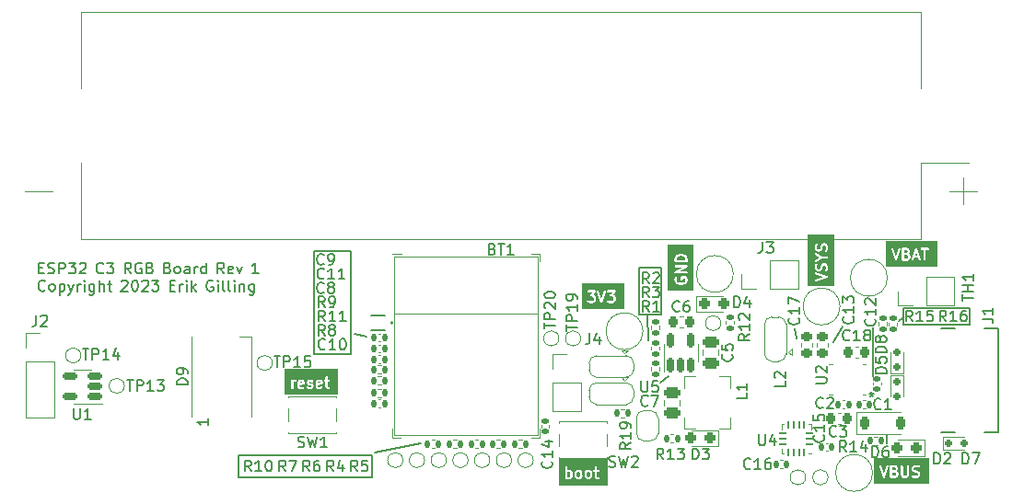
<source format=gto>
%TF.GenerationSoftware,KiCad,Pcbnew,(7.0.0)*%
%TF.CreationDate,2023-02-26T18:38:48-08:00*%
%TF.ProjectId,esp32-c3-rgb,65737033-322d-4633-932d-7267622e6b69,rev?*%
%TF.SameCoordinates,Original*%
%TF.FileFunction,Legend,Top*%
%TF.FilePolarity,Positive*%
%FSLAX46Y46*%
G04 Gerber Fmt 4.6, Leading zero omitted, Abs format (unit mm)*
G04 Created by KiCad (PCBNEW (7.0.0)) date 2023-02-26 18:38:48*
%MOMM*%
%LPD*%
G01*
G04 APERTURE LIST*
G04 Aperture macros list*
%AMRoundRect*
0 Rectangle with rounded corners*
0 $1 Rounding radius*
0 $2 $3 $4 $5 $6 $7 $8 $9 X,Y pos of 4 corners*
0 Add a 4 corners polygon primitive as box body*
4,1,4,$2,$3,$4,$5,$6,$7,$8,$9,$2,$3,0*
0 Add four circle primitives for the rounded corners*
1,1,$1+$1,$2,$3*
1,1,$1+$1,$4,$5*
1,1,$1+$1,$6,$7*
1,1,$1+$1,$8,$9*
0 Add four rect primitives between the rounded corners*
20,1,$1+$1,$2,$3,$4,$5,0*
20,1,$1+$1,$4,$5,$6,$7,0*
20,1,$1+$1,$6,$7,$8,$9,0*
20,1,$1+$1,$8,$9,$2,$3,0*%
%AMFreePoly0*
4,1,19,0.500000,-0.750000,0.000000,-0.750000,0.000000,-0.744911,-0.071157,-0.744911,-0.207708,-0.704816,-0.327430,-0.627875,-0.420627,-0.520320,-0.479746,-0.390866,-0.500000,-0.250000,-0.500000,0.250000,-0.479746,0.390866,-0.420627,0.520320,-0.327430,0.627875,-0.207708,0.704816,-0.071157,0.744911,0.000000,0.744911,0.000000,0.750000,0.500000,0.750000,0.500000,-0.750000,0.500000,-0.750000,
$1*%
%AMFreePoly1*
4,1,19,0.000000,0.744911,0.071157,0.744911,0.207708,0.704816,0.327430,0.627875,0.420627,0.520320,0.479746,0.390866,0.500000,0.250000,0.500000,-0.250000,0.479746,-0.390866,0.420627,-0.520320,0.327430,-0.627875,0.207708,-0.704816,0.071157,-0.744911,0.000000,-0.744911,0.000000,-0.750000,-0.500000,-0.750000,-0.500000,0.750000,0.000000,0.750000,0.000000,0.744911,0.000000,0.744911,
$1*%
%AMFreePoly2*
4,1,6,0.725000,-0.725000,-0.725000,-0.725000,-0.725000,0.125000,-0.125000,0.725000,0.725000,0.725000,0.725000,-0.725000,0.725000,-0.725000,$1*%
%AMFreePoly3*
4,1,19,0.550000,-0.750000,0.000000,-0.750000,0.000000,-0.744911,-0.071157,-0.744911,-0.207708,-0.704816,-0.327430,-0.627875,-0.420627,-0.520320,-0.479746,-0.390866,-0.500000,-0.250000,-0.500000,0.250000,-0.479746,0.390866,-0.420627,0.520320,-0.327430,0.627875,-0.207708,0.704816,-0.071157,0.744911,0.000000,0.744911,0.000000,0.750000,0.550000,0.750000,0.550000,-0.750000,0.550000,-0.750000,
$1*%
%AMFreePoly4*
4,1,19,0.000000,0.744911,0.071157,0.744911,0.207708,0.704816,0.327430,0.627875,0.420627,0.520320,0.479746,0.390866,0.500000,0.250000,0.500000,-0.250000,0.479746,-0.390866,0.420627,-0.520320,0.327430,-0.627875,0.207708,-0.704816,0.071157,-0.744911,0.000000,-0.744911,0.000000,-0.750000,-0.550000,-0.750000,-0.550000,0.750000,0.000000,0.750000,0.000000,0.744911,0.000000,0.744911,
$1*%
%AMFreePoly5*
4,1,7,0.099993,-0.100000,-0.675510,-0.100002,-0.675510,0.099998,-0.100007,0.099998,-0.100007,0.599999,0.099993,0.599999,0.099993,-0.100000,0.099993,-0.100000,$1*%
%AMFreePoly6*
4,1,7,0.099993,-0.599999,-0.100007,-0.599999,-0.100007,-0.099998,-0.675510,-0.099998,-0.675510,0.100000,0.099993,0.100000,0.099993,-0.599999,0.099993,-0.599999,$1*%
%AMFreePoly7*
4,1,7,0.725000,-0.099998,0.100000,-0.099998,0.100000,-0.599999,-0.100000,-0.599999,-0.100000,0.100002,0.725000,0.100002,0.725000,-0.099998,0.725000,-0.099998,$1*%
%AMFreePoly8*
4,1,7,0.100000,0.099998,0.725000,0.099998,0.725000,-0.100002,-0.100000,-0.100000,-0.100000,0.599999,0.100000,0.599999,0.100000,0.099998,0.100000,0.099998,$1*%
G04 Aperture macros list end*
%ADD10C,0.200000*%
%ADD11C,0.152400*%
%ADD12C,0.150000*%
%ADD13C,0.120000*%
%ADD14C,0.127000*%
%ADD15C,0.010000*%
%ADD16C,1.000000*%
%ADD17C,1.800000*%
%ADD18FreePoly0,270.000000*%
%ADD19FreePoly1,270.000000*%
%ADD20RoundRect,0.135000X-0.135000X-0.185000X0.135000X-0.185000X0.135000X0.185000X-0.135000X0.185000X0*%
%ADD21RoundRect,0.237500X0.287500X0.237500X-0.287500X0.237500X-0.287500X-0.237500X0.287500X-0.237500X0*%
%ADD22R,1.700000X1.700000*%
%ADD23O,1.700000X1.700000*%
%ADD24RoundRect,0.225000X-0.225000X-0.250000X0.225000X-0.250000X0.225000X0.250000X-0.225000X0.250000X0*%
%ADD25RoundRect,0.250000X0.475000X-0.250000X0.475000X0.250000X-0.475000X0.250000X-0.475000X-0.250000X0*%
%ADD26RoundRect,0.135000X0.185000X-0.135000X0.185000X0.135000X-0.185000X0.135000X-0.185000X-0.135000X0*%
%ADD27RoundRect,0.237500X-0.287500X-0.237500X0.287500X-0.237500X0.287500X0.237500X-0.287500X0.237500X0*%
%ADD28R,1.050000X0.650000*%
%ADD29RoundRect,0.140000X0.140000X0.170000X-0.140000X0.170000X-0.140000X-0.170000X0.140000X-0.170000X0*%
%ADD30RoundRect,0.150000X-0.200000X0.150000X-0.200000X-0.150000X0.200000X-0.150000X0.200000X0.150000X0*%
%ADD31RoundRect,0.250000X-0.475000X0.250000X-0.475000X-0.250000X0.475000X-0.250000X0.475000X0.250000X0*%
%ADD32RoundRect,0.150000X0.150000X-0.512500X0.150000X0.512500X-0.150000X0.512500X-0.150000X-0.512500X0*%
%ADD33RoundRect,0.135000X-0.185000X0.135000X-0.185000X-0.135000X0.185000X-0.135000X0.185000X0.135000X0*%
%ADD34R,0.800000X0.400000*%
%ADD35R,0.400000X0.800000*%
%ADD36R,0.700000X0.700000*%
%ADD37FreePoly2,0.000000*%
%ADD38R,1.450000X1.450000*%
%ADD39R,2.200000X0.900000*%
%ADD40RoundRect,0.135000X0.135000X0.185000X-0.135000X0.185000X-0.135000X-0.185000X0.135000X-0.185000X0*%
%ADD41R,3.600000X1.500000*%
%ADD42FreePoly3,180.000000*%
%ADD43R,1.000000X1.500000*%
%ADD44FreePoly4,180.000000*%
%ADD45RoundRect,0.140000X-0.170000X0.140000X-0.170000X-0.140000X0.170000X-0.140000X0.170000X0.140000X0*%
%ADD46FreePoly5,180.000000*%
%ADD47R,0.624992X0.200000*%
%ADD48FreePoly6,180.000000*%
%ADD49R,0.200000X0.599999*%
%ADD50R,0.200000X0.999998*%
%ADD51FreePoly7,180.000000*%
%ADD52R,0.599999X0.200000*%
%ADD53FreePoly8,180.000000*%
%ADD54R,0.200000X0.618998*%
%ADD55RoundRect,0.140000X0.170000X-0.140000X0.170000X0.140000X-0.170000X0.140000X-0.170000X-0.140000X0*%
%ADD56FreePoly3,90.000000*%
%ADD57R,1.500000X1.000000*%
%ADD58FreePoly4,90.000000*%
%ADD59RoundRect,0.150000X0.512500X0.150000X-0.512500X0.150000X-0.512500X-0.150000X0.512500X-0.150000X0*%
%ADD60R,0.900000X1.500000*%
%ADD61RoundRect,0.150000X0.150000X0.200000X-0.150000X0.200000X-0.150000X-0.200000X0.150000X-0.200000X0*%
%ADD62RoundRect,0.140000X-0.140000X-0.170000X0.140000X-0.170000X0.140000X0.170000X-0.140000X0.170000X0*%
%ADD63RoundRect,0.150000X0.200000X-0.150000X0.200000X0.150000X-0.200000X0.150000X-0.200000X-0.150000X0*%
%ADD64RoundRect,0.225000X0.250000X-0.225000X0.250000X0.225000X-0.250000X0.225000X-0.250000X-0.225000X0*%
%ADD65RoundRect,0.062500X0.275000X0.062500X-0.275000X0.062500X-0.275000X-0.062500X0.275000X-0.062500X0*%
%ADD66RoundRect,0.062500X0.062500X0.275000X-0.062500X0.275000X-0.062500X-0.275000X0.062500X-0.275000X0*%
%ADD67RoundRect,0.225000X0.225000X0.250000X-0.225000X0.250000X-0.225000X-0.250000X0.225000X-0.250000X0*%
%ADD68RoundRect,0.225000X-0.225000X-0.375000X0.225000X-0.375000X0.225000X0.375000X-0.225000X0.375000X0*%
%ADD69C,0.650000*%
%ADD70R,1.150000X0.600000*%
%ADD71R,1.150000X0.300000*%
%ADD72O,2.100000X1.050000*%
%ADD73O,2.000000X1.000000*%
%ADD74C,2.390000*%
%ADD75C,3.450000*%
%ADD76R,7.340000X6.350000*%
G04 APERTURE END LIST*
D10*
X35938095Y-112338571D02*
X36271428Y-112338571D01*
X36414285Y-112862380D02*
X35938095Y-112862380D01*
X35938095Y-112862380D02*
X35938095Y-111862380D01*
X35938095Y-111862380D02*
X36414285Y-111862380D01*
X36795238Y-112814761D02*
X36938095Y-112862380D01*
X36938095Y-112862380D02*
X37176190Y-112862380D01*
X37176190Y-112862380D02*
X37271428Y-112814761D01*
X37271428Y-112814761D02*
X37319047Y-112767142D01*
X37319047Y-112767142D02*
X37366666Y-112671904D01*
X37366666Y-112671904D02*
X37366666Y-112576666D01*
X37366666Y-112576666D02*
X37319047Y-112481428D01*
X37319047Y-112481428D02*
X37271428Y-112433809D01*
X37271428Y-112433809D02*
X37176190Y-112386190D01*
X37176190Y-112386190D02*
X36985714Y-112338571D01*
X36985714Y-112338571D02*
X36890476Y-112290952D01*
X36890476Y-112290952D02*
X36842857Y-112243333D01*
X36842857Y-112243333D02*
X36795238Y-112148095D01*
X36795238Y-112148095D02*
X36795238Y-112052857D01*
X36795238Y-112052857D02*
X36842857Y-111957619D01*
X36842857Y-111957619D02*
X36890476Y-111910000D01*
X36890476Y-111910000D02*
X36985714Y-111862380D01*
X36985714Y-111862380D02*
X37223809Y-111862380D01*
X37223809Y-111862380D02*
X37366666Y-111910000D01*
X37795238Y-112862380D02*
X37795238Y-111862380D01*
X37795238Y-111862380D02*
X38176190Y-111862380D01*
X38176190Y-111862380D02*
X38271428Y-111910000D01*
X38271428Y-111910000D02*
X38319047Y-111957619D01*
X38319047Y-111957619D02*
X38366666Y-112052857D01*
X38366666Y-112052857D02*
X38366666Y-112195714D01*
X38366666Y-112195714D02*
X38319047Y-112290952D01*
X38319047Y-112290952D02*
X38271428Y-112338571D01*
X38271428Y-112338571D02*
X38176190Y-112386190D01*
X38176190Y-112386190D02*
X37795238Y-112386190D01*
X38700000Y-111862380D02*
X39319047Y-111862380D01*
X39319047Y-111862380D02*
X38985714Y-112243333D01*
X38985714Y-112243333D02*
X39128571Y-112243333D01*
X39128571Y-112243333D02*
X39223809Y-112290952D01*
X39223809Y-112290952D02*
X39271428Y-112338571D01*
X39271428Y-112338571D02*
X39319047Y-112433809D01*
X39319047Y-112433809D02*
X39319047Y-112671904D01*
X39319047Y-112671904D02*
X39271428Y-112767142D01*
X39271428Y-112767142D02*
X39223809Y-112814761D01*
X39223809Y-112814761D02*
X39128571Y-112862380D01*
X39128571Y-112862380D02*
X38842857Y-112862380D01*
X38842857Y-112862380D02*
X38747619Y-112814761D01*
X38747619Y-112814761D02*
X38700000Y-112767142D01*
X39700000Y-111957619D02*
X39747619Y-111910000D01*
X39747619Y-111910000D02*
X39842857Y-111862380D01*
X39842857Y-111862380D02*
X40080952Y-111862380D01*
X40080952Y-111862380D02*
X40176190Y-111910000D01*
X40176190Y-111910000D02*
X40223809Y-111957619D01*
X40223809Y-111957619D02*
X40271428Y-112052857D01*
X40271428Y-112052857D02*
X40271428Y-112148095D01*
X40271428Y-112148095D02*
X40223809Y-112290952D01*
X40223809Y-112290952D02*
X39652381Y-112862380D01*
X39652381Y-112862380D02*
X40271428Y-112862380D01*
X41871428Y-112767142D02*
X41823809Y-112814761D01*
X41823809Y-112814761D02*
X41680952Y-112862380D01*
X41680952Y-112862380D02*
X41585714Y-112862380D01*
X41585714Y-112862380D02*
X41442857Y-112814761D01*
X41442857Y-112814761D02*
X41347619Y-112719523D01*
X41347619Y-112719523D02*
X41300000Y-112624285D01*
X41300000Y-112624285D02*
X41252381Y-112433809D01*
X41252381Y-112433809D02*
X41252381Y-112290952D01*
X41252381Y-112290952D02*
X41300000Y-112100476D01*
X41300000Y-112100476D02*
X41347619Y-112005238D01*
X41347619Y-112005238D02*
X41442857Y-111910000D01*
X41442857Y-111910000D02*
X41585714Y-111862380D01*
X41585714Y-111862380D02*
X41680952Y-111862380D01*
X41680952Y-111862380D02*
X41823809Y-111910000D01*
X41823809Y-111910000D02*
X41871428Y-111957619D01*
X42204762Y-111862380D02*
X42823809Y-111862380D01*
X42823809Y-111862380D02*
X42490476Y-112243333D01*
X42490476Y-112243333D02*
X42633333Y-112243333D01*
X42633333Y-112243333D02*
X42728571Y-112290952D01*
X42728571Y-112290952D02*
X42776190Y-112338571D01*
X42776190Y-112338571D02*
X42823809Y-112433809D01*
X42823809Y-112433809D02*
X42823809Y-112671904D01*
X42823809Y-112671904D02*
X42776190Y-112767142D01*
X42776190Y-112767142D02*
X42728571Y-112814761D01*
X42728571Y-112814761D02*
X42633333Y-112862380D01*
X42633333Y-112862380D02*
X42347619Y-112862380D01*
X42347619Y-112862380D02*
X42252381Y-112814761D01*
X42252381Y-112814761D02*
X42204762Y-112767142D01*
X44423809Y-112862380D02*
X44090476Y-112386190D01*
X43852381Y-112862380D02*
X43852381Y-111862380D01*
X43852381Y-111862380D02*
X44233333Y-111862380D01*
X44233333Y-111862380D02*
X44328571Y-111910000D01*
X44328571Y-111910000D02*
X44376190Y-111957619D01*
X44376190Y-111957619D02*
X44423809Y-112052857D01*
X44423809Y-112052857D02*
X44423809Y-112195714D01*
X44423809Y-112195714D02*
X44376190Y-112290952D01*
X44376190Y-112290952D02*
X44328571Y-112338571D01*
X44328571Y-112338571D02*
X44233333Y-112386190D01*
X44233333Y-112386190D02*
X43852381Y-112386190D01*
X45376190Y-111910000D02*
X45280952Y-111862380D01*
X45280952Y-111862380D02*
X45138095Y-111862380D01*
X45138095Y-111862380D02*
X44995238Y-111910000D01*
X44995238Y-111910000D02*
X44900000Y-112005238D01*
X44900000Y-112005238D02*
X44852381Y-112100476D01*
X44852381Y-112100476D02*
X44804762Y-112290952D01*
X44804762Y-112290952D02*
X44804762Y-112433809D01*
X44804762Y-112433809D02*
X44852381Y-112624285D01*
X44852381Y-112624285D02*
X44900000Y-112719523D01*
X44900000Y-112719523D02*
X44995238Y-112814761D01*
X44995238Y-112814761D02*
X45138095Y-112862380D01*
X45138095Y-112862380D02*
X45233333Y-112862380D01*
X45233333Y-112862380D02*
X45376190Y-112814761D01*
X45376190Y-112814761D02*
X45423809Y-112767142D01*
X45423809Y-112767142D02*
X45423809Y-112433809D01*
X45423809Y-112433809D02*
X45233333Y-112433809D01*
X46185714Y-112338571D02*
X46328571Y-112386190D01*
X46328571Y-112386190D02*
X46376190Y-112433809D01*
X46376190Y-112433809D02*
X46423809Y-112529047D01*
X46423809Y-112529047D02*
X46423809Y-112671904D01*
X46423809Y-112671904D02*
X46376190Y-112767142D01*
X46376190Y-112767142D02*
X46328571Y-112814761D01*
X46328571Y-112814761D02*
X46233333Y-112862380D01*
X46233333Y-112862380D02*
X45852381Y-112862380D01*
X45852381Y-112862380D02*
X45852381Y-111862380D01*
X45852381Y-111862380D02*
X46185714Y-111862380D01*
X46185714Y-111862380D02*
X46280952Y-111910000D01*
X46280952Y-111910000D02*
X46328571Y-111957619D01*
X46328571Y-111957619D02*
X46376190Y-112052857D01*
X46376190Y-112052857D02*
X46376190Y-112148095D01*
X46376190Y-112148095D02*
X46328571Y-112243333D01*
X46328571Y-112243333D02*
X46280952Y-112290952D01*
X46280952Y-112290952D02*
X46185714Y-112338571D01*
X46185714Y-112338571D02*
X45852381Y-112338571D01*
X47785714Y-112338571D02*
X47928571Y-112386190D01*
X47928571Y-112386190D02*
X47976190Y-112433809D01*
X47976190Y-112433809D02*
X48023809Y-112529047D01*
X48023809Y-112529047D02*
X48023809Y-112671904D01*
X48023809Y-112671904D02*
X47976190Y-112767142D01*
X47976190Y-112767142D02*
X47928571Y-112814761D01*
X47928571Y-112814761D02*
X47833333Y-112862380D01*
X47833333Y-112862380D02*
X47452381Y-112862380D01*
X47452381Y-112862380D02*
X47452381Y-111862380D01*
X47452381Y-111862380D02*
X47785714Y-111862380D01*
X47785714Y-111862380D02*
X47880952Y-111910000D01*
X47880952Y-111910000D02*
X47928571Y-111957619D01*
X47928571Y-111957619D02*
X47976190Y-112052857D01*
X47976190Y-112052857D02*
X47976190Y-112148095D01*
X47976190Y-112148095D02*
X47928571Y-112243333D01*
X47928571Y-112243333D02*
X47880952Y-112290952D01*
X47880952Y-112290952D02*
X47785714Y-112338571D01*
X47785714Y-112338571D02*
X47452381Y-112338571D01*
X48595238Y-112862380D02*
X48500000Y-112814761D01*
X48500000Y-112814761D02*
X48452381Y-112767142D01*
X48452381Y-112767142D02*
X48404762Y-112671904D01*
X48404762Y-112671904D02*
X48404762Y-112386190D01*
X48404762Y-112386190D02*
X48452381Y-112290952D01*
X48452381Y-112290952D02*
X48500000Y-112243333D01*
X48500000Y-112243333D02*
X48595238Y-112195714D01*
X48595238Y-112195714D02*
X48738095Y-112195714D01*
X48738095Y-112195714D02*
X48833333Y-112243333D01*
X48833333Y-112243333D02*
X48880952Y-112290952D01*
X48880952Y-112290952D02*
X48928571Y-112386190D01*
X48928571Y-112386190D02*
X48928571Y-112671904D01*
X48928571Y-112671904D02*
X48880952Y-112767142D01*
X48880952Y-112767142D02*
X48833333Y-112814761D01*
X48833333Y-112814761D02*
X48738095Y-112862380D01*
X48738095Y-112862380D02*
X48595238Y-112862380D01*
X49785714Y-112862380D02*
X49785714Y-112338571D01*
X49785714Y-112338571D02*
X49738095Y-112243333D01*
X49738095Y-112243333D02*
X49642857Y-112195714D01*
X49642857Y-112195714D02*
X49452381Y-112195714D01*
X49452381Y-112195714D02*
X49357143Y-112243333D01*
X49785714Y-112814761D02*
X49690476Y-112862380D01*
X49690476Y-112862380D02*
X49452381Y-112862380D01*
X49452381Y-112862380D02*
X49357143Y-112814761D01*
X49357143Y-112814761D02*
X49309524Y-112719523D01*
X49309524Y-112719523D02*
X49309524Y-112624285D01*
X49309524Y-112624285D02*
X49357143Y-112529047D01*
X49357143Y-112529047D02*
X49452381Y-112481428D01*
X49452381Y-112481428D02*
X49690476Y-112481428D01*
X49690476Y-112481428D02*
X49785714Y-112433809D01*
X50261905Y-112862380D02*
X50261905Y-112195714D01*
X50261905Y-112386190D02*
X50309524Y-112290952D01*
X50309524Y-112290952D02*
X50357143Y-112243333D01*
X50357143Y-112243333D02*
X50452381Y-112195714D01*
X50452381Y-112195714D02*
X50547619Y-112195714D01*
X51309524Y-112862380D02*
X51309524Y-111862380D01*
X51309524Y-112814761D02*
X51214286Y-112862380D01*
X51214286Y-112862380D02*
X51023810Y-112862380D01*
X51023810Y-112862380D02*
X50928572Y-112814761D01*
X50928572Y-112814761D02*
X50880953Y-112767142D01*
X50880953Y-112767142D02*
X50833334Y-112671904D01*
X50833334Y-112671904D02*
X50833334Y-112386190D01*
X50833334Y-112386190D02*
X50880953Y-112290952D01*
X50880953Y-112290952D02*
X50928572Y-112243333D01*
X50928572Y-112243333D02*
X51023810Y-112195714D01*
X51023810Y-112195714D02*
X51214286Y-112195714D01*
X51214286Y-112195714D02*
X51309524Y-112243333D01*
X52957143Y-112862380D02*
X52623810Y-112386190D01*
X52385715Y-112862380D02*
X52385715Y-111862380D01*
X52385715Y-111862380D02*
X52766667Y-111862380D01*
X52766667Y-111862380D02*
X52861905Y-111910000D01*
X52861905Y-111910000D02*
X52909524Y-111957619D01*
X52909524Y-111957619D02*
X52957143Y-112052857D01*
X52957143Y-112052857D02*
X52957143Y-112195714D01*
X52957143Y-112195714D02*
X52909524Y-112290952D01*
X52909524Y-112290952D02*
X52861905Y-112338571D01*
X52861905Y-112338571D02*
X52766667Y-112386190D01*
X52766667Y-112386190D02*
X52385715Y-112386190D01*
X53766667Y-112814761D02*
X53671429Y-112862380D01*
X53671429Y-112862380D02*
X53480953Y-112862380D01*
X53480953Y-112862380D02*
X53385715Y-112814761D01*
X53385715Y-112814761D02*
X53338096Y-112719523D01*
X53338096Y-112719523D02*
X53338096Y-112338571D01*
X53338096Y-112338571D02*
X53385715Y-112243333D01*
X53385715Y-112243333D02*
X53480953Y-112195714D01*
X53480953Y-112195714D02*
X53671429Y-112195714D01*
X53671429Y-112195714D02*
X53766667Y-112243333D01*
X53766667Y-112243333D02*
X53814286Y-112338571D01*
X53814286Y-112338571D02*
X53814286Y-112433809D01*
X53814286Y-112433809D02*
X53338096Y-112529047D01*
X54147620Y-112195714D02*
X54385715Y-112862380D01*
X54385715Y-112862380D02*
X54623810Y-112195714D01*
X56128572Y-112862380D02*
X55557144Y-112862380D01*
X55842858Y-112862380D02*
X55842858Y-111862380D01*
X55842858Y-111862380D02*
X55747620Y-112005238D01*
X55747620Y-112005238D02*
X55652382Y-112100476D01*
X55652382Y-112100476D02*
X55557144Y-112148095D01*
X36509523Y-114387142D02*
X36461904Y-114434761D01*
X36461904Y-114434761D02*
X36319047Y-114482380D01*
X36319047Y-114482380D02*
X36223809Y-114482380D01*
X36223809Y-114482380D02*
X36080952Y-114434761D01*
X36080952Y-114434761D02*
X35985714Y-114339523D01*
X35985714Y-114339523D02*
X35938095Y-114244285D01*
X35938095Y-114244285D02*
X35890476Y-114053809D01*
X35890476Y-114053809D02*
X35890476Y-113910952D01*
X35890476Y-113910952D02*
X35938095Y-113720476D01*
X35938095Y-113720476D02*
X35985714Y-113625238D01*
X35985714Y-113625238D02*
X36080952Y-113530000D01*
X36080952Y-113530000D02*
X36223809Y-113482380D01*
X36223809Y-113482380D02*
X36319047Y-113482380D01*
X36319047Y-113482380D02*
X36461904Y-113530000D01*
X36461904Y-113530000D02*
X36509523Y-113577619D01*
X37080952Y-114482380D02*
X36985714Y-114434761D01*
X36985714Y-114434761D02*
X36938095Y-114387142D01*
X36938095Y-114387142D02*
X36890476Y-114291904D01*
X36890476Y-114291904D02*
X36890476Y-114006190D01*
X36890476Y-114006190D02*
X36938095Y-113910952D01*
X36938095Y-113910952D02*
X36985714Y-113863333D01*
X36985714Y-113863333D02*
X37080952Y-113815714D01*
X37080952Y-113815714D02*
X37223809Y-113815714D01*
X37223809Y-113815714D02*
X37319047Y-113863333D01*
X37319047Y-113863333D02*
X37366666Y-113910952D01*
X37366666Y-113910952D02*
X37414285Y-114006190D01*
X37414285Y-114006190D02*
X37414285Y-114291904D01*
X37414285Y-114291904D02*
X37366666Y-114387142D01*
X37366666Y-114387142D02*
X37319047Y-114434761D01*
X37319047Y-114434761D02*
X37223809Y-114482380D01*
X37223809Y-114482380D02*
X37080952Y-114482380D01*
X37842857Y-113815714D02*
X37842857Y-114815714D01*
X37842857Y-113863333D02*
X37938095Y-113815714D01*
X37938095Y-113815714D02*
X38128571Y-113815714D01*
X38128571Y-113815714D02*
X38223809Y-113863333D01*
X38223809Y-113863333D02*
X38271428Y-113910952D01*
X38271428Y-113910952D02*
X38319047Y-114006190D01*
X38319047Y-114006190D02*
X38319047Y-114291904D01*
X38319047Y-114291904D02*
X38271428Y-114387142D01*
X38271428Y-114387142D02*
X38223809Y-114434761D01*
X38223809Y-114434761D02*
X38128571Y-114482380D01*
X38128571Y-114482380D02*
X37938095Y-114482380D01*
X37938095Y-114482380D02*
X37842857Y-114434761D01*
X38652381Y-113815714D02*
X38890476Y-114482380D01*
X39128571Y-113815714D02*
X38890476Y-114482380D01*
X38890476Y-114482380D02*
X38795238Y-114720476D01*
X38795238Y-114720476D02*
X38747619Y-114768095D01*
X38747619Y-114768095D02*
X38652381Y-114815714D01*
X39509524Y-114482380D02*
X39509524Y-113815714D01*
X39509524Y-114006190D02*
X39557143Y-113910952D01*
X39557143Y-113910952D02*
X39604762Y-113863333D01*
X39604762Y-113863333D02*
X39700000Y-113815714D01*
X39700000Y-113815714D02*
X39795238Y-113815714D01*
X40128572Y-114482380D02*
X40128572Y-113815714D01*
X40128572Y-113482380D02*
X40080953Y-113530000D01*
X40080953Y-113530000D02*
X40128572Y-113577619D01*
X40128572Y-113577619D02*
X40176191Y-113530000D01*
X40176191Y-113530000D02*
X40128572Y-113482380D01*
X40128572Y-113482380D02*
X40128572Y-113577619D01*
X41033333Y-113815714D02*
X41033333Y-114625238D01*
X41033333Y-114625238D02*
X40985714Y-114720476D01*
X40985714Y-114720476D02*
X40938095Y-114768095D01*
X40938095Y-114768095D02*
X40842857Y-114815714D01*
X40842857Y-114815714D02*
X40700000Y-114815714D01*
X40700000Y-114815714D02*
X40604762Y-114768095D01*
X41033333Y-114434761D02*
X40938095Y-114482380D01*
X40938095Y-114482380D02*
X40747619Y-114482380D01*
X40747619Y-114482380D02*
X40652381Y-114434761D01*
X40652381Y-114434761D02*
X40604762Y-114387142D01*
X40604762Y-114387142D02*
X40557143Y-114291904D01*
X40557143Y-114291904D02*
X40557143Y-114006190D01*
X40557143Y-114006190D02*
X40604762Y-113910952D01*
X40604762Y-113910952D02*
X40652381Y-113863333D01*
X40652381Y-113863333D02*
X40747619Y-113815714D01*
X40747619Y-113815714D02*
X40938095Y-113815714D01*
X40938095Y-113815714D02*
X41033333Y-113863333D01*
X41509524Y-114482380D02*
X41509524Y-113482380D01*
X41938095Y-114482380D02*
X41938095Y-113958571D01*
X41938095Y-113958571D02*
X41890476Y-113863333D01*
X41890476Y-113863333D02*
X41795238Y-113815714D01*
X41795238Y-113815714D02*
X41652381Y-113815714D01*
X41652381Y-113815714D02*
X41557143Y-113863333D01*
X41557143Y-113863333D02*
X41509524Y-113910952D01*
X42271429Y-113815714D02*
X42652381Y-113815714D01*
X42414286Y-113482380D02*
X42414286Y-114339523D01*
X42414286Y-114339523D02*
X42461905Y-114434761D01*
X42461905Y-114434761D02*
X42557143Y-114482380D01*
X42557143Y-114482380D02*
X42652381Y-114482380D01*
X43538096Y-113577619D02*
X43585715Y-113530000D01*
X43585715Y-113530000D02*
X43680953Y-113482380D01*
X43680953Y-113482380D02*
X43919048Y-113482380D01*
X43919048Y-113482380D02*
X44014286Y-113530000D01*
X44014286Y-113530000D02*
X44061905Y-113577619D01*
X44061905Y-113577619D02*
X44109524Y-113672857D01*
X44109524Y-113672857D02*
X44109524Y-113768095D01*
X44109524Y-113768095D02*
X44061905Y-113910952D01*
X44061905Y-113910952D02*
X43490477Y-114482380D01*
X43490477Y-114482380D02*
X44109524Y-114482380D01*
X44728572Y-113482380D02*
X44823810Y-113482380D01*
X44823810Y-113482380D02*
X44919048Y-113530000D01*
X44919048Y-113530000D02*
X44966667Y-113577619D01*
X44966667Y-113577619D02*
X45014286Y-113672857D01*
X45014286Y-113672857D02*
X45061905Y-113863333D01*
X45061905Y-113863333D02*
X45061905Y-114101428D01*
X45061905Y-114101428D02*
X45014286Y-114291904D01*
X45014286Y-114291904D02*
X44966667Y-114387142D01*
X44966667Y-114387142D02*
X44919048Y-114434761D01*
X44919048Y-114434761D02*
X44823810Y-114482380D01*
X44823810Y-114482380D02*
X44728572Y-114482380D01*
X44728572Y-114482380D02*
X44633334Y-114434761D01*
X44633334Y-114434761D02*
X44585715Y-114387142D01*
X44585715Y-114387142D02*
X44538096Y-114291904D01*
X44538096Y-114291904D02*
X44490477Y-114101428D01*
X44490477Y-114101428D02*
X44490477Y-113863333D01*
X44490477Y-113863333D02*
X44538096Y-113672857D01*
X44538096Y-113672857D02*
X44585715Y-113577619D01*
X44585715Y-113577619D02*
X44633334Y-113530000D01*
X44633334Y-113530000D02*
X44728572Y-113482380D01*
X45442858Y-113577619D02*
X45490477Y-113530000D01*
X45490477Y-113530000D02*
X45585715Y-113482380D01*
X45585715Y-113482380D02*
X45823810Y-113482380D01*
X45823810Y-113482380D02*
X45919048Y-113530000D01*
X45919048Y-113530000D02*
X45966667Y-113577619D01*
X45966667Y-113577619D02*
X46014286Y-113672857D01*
X46014286Y-113672857D02*
X46014286Y-113768095D01*
X46014286Y-113768095D02*
X45966667Y-113910952D01*
X45966667Y-113910952D02*
X45395239Y-114482380D01*
X45395239Y-114482380D02*
X46014286Y-114482380D01*
X46347620Y-113482380D02*
X46966667Y-113482380D01*
X46966667Y-113482380D02*
X46633334Y-113863333D01*
X46633334Y-113863333D02*
X46776191Y-113863333D01*
X46776191Y-113863333D02*
X46871429Y-113910952D01*
X46871429Y-113910952D02*
X46919048Y-113958571D01*
X46919048Y-113958571D02*
X46966667Y-114053809D01*
X46966667Y-114053809D02*
X46966667Y-114291904D01*
X46966667Y-114291904D02*
X46919048Y-114387142D01*
X46919048Y-114387142D02*
X46871429Y-114434761D01*
X46871429Y-114434761D02*
X46776191Y-114482380D01*
X46776191Y-114482380D02*
X46490477Y-114482380D01*
X46490477Y-114482380D02*
X46395239Y-114434761D01*
X46395239Y-114434761D02*
X46347620Y-114387142D01*
X47995239Y-113958571D02*
X48328572Y-113958571D01*
X48471429Y-114482380D02*
X47995239Y-114482380D01*
X47995239Y-114482380D02*
X47995239Y-113482380D01*
X47995239Y-113482380D02*
X48471429Y-113482380D01*
X48900001Y-114482380D02*
X48900001Y-113815714D01*
X48900001Y-114006190D02*
X48947620Y-113910952D01*
X48947620Y-113910952D02*
X48995239Y-113863333D01*
X48995239Y-113863333D02*
X49090477Y-113815714D01*
X49090477Y-113815714D02*
X49185715Y-113815714D01*
X49519049Y-114482380D02*
X49519049Y-113815714D01*
X49519049Y-113482380D02*
X49471430Y-113530000D01*
X49471430Y-113530000D02*
X49519049Y-113577619D01*
X49519049Y-113577619D02*
X49566668Y-113530000D01*
X49566668Y-113530000D02*
X49519049Y-113482380D01*
X49519049Y-113482380D02*
X49519049Y-113577619D01*
X49995239Y-114482380D02*
X49995239Y-113482380D01*
X50090477Y-114101428D02*
X50376191Y-114482380D01*
X50376191Y-113815714D02*
X49995239Y-114196666D01*
X51928572Y-113530000D02*
X51833334Y-113482380D01*
X51833334Y-113482380D02*
X51690477Y-113482380D01*
X51690477Y-113482380D02*
X51547620Y-113530000D01*
X51547620Y-113530000D02*
X51452382Y-113625238D01*
X51452382Y-113625238D02*
X51404763Y-113720476D01*
X51404763Y-113720476D02*
X51357144Y-113910952D01*
X51357144Y-113910952D02*
X51357144Y-114053809D01*
X51357144Y-114053809D02*
X51404763Y-114244285D01*
X51404763Y-114244285D02*
X51452382Y-114339523D01*
X51452382Y-114339523D02*
X51547620Y-114434761D01*
X51547620Y-114434761D02*
X51690477Y-114482380D01*
X51690477Y-114482380D02*
X51785715Y-114482380D01*
X51785715Y-114482380D02*
X51928572Y-114434761D01*
X51928572Y-114434761D02*
X51976191Y-114387142D01*
X51976191Y-114387142D02*
X51976191Y-114053809D01*
X51976191Y-114053809D02*
X51785715Y-114053809D01*
X52404763Y-114482380D02*
X52404763Y-113815714D01*
X52404763Y-113482380D02*
X52357144Y-113530000D01*
X52357144Y-113530000D02*
X52404763Y-113577619D01*
X52404763Y-113577619D02*
X52452382Y-113530000D01*
X52452382Y-113530000D02*
X52404763Y-113482380D01*
X52404763Y-113482380D02*
X52404763Y-113577619D01*
X53023810Y-114482380D02*
X52928572Y-114434761D01*
X52928572Y-114434761D02*
X52880953Y-114339523D01*
X52880953Y-114339523D02*
X52880953Y-113482380D01*
X53547620Y-114482380D02*
X53452382Y-114434761D01*
X53452382Y-114434761D02*
X53404763Y-114339523D01*
X53404763Y-114339523D02*
X53404763Y-113482380D01*
X53928573Y-114482380D02*
X53928573Y-113815714D01*
X53928573Y-113482380D02*
X53880954Y-113530000D01*
X53880954Y-113530000D02*
X53928573Y-113577619D01*
X53928573Y-113577619D02*
X53976192Y-113530000D01*
X53976192Y-113530000D02*
X53928573Y-113482380D01*
X53928573Y-113482380D02*
X53928573Y-113577619D01*
X54404763Y-113815714D02*
X54404763Y-114482380D01*
X54404763Y-113910952D02*
X54452382Y-113863333D01*
X54452382Y-113863333D02*
X54547620Y-113815714D01*
X54547620Y-113815714D02*
X54690477Y-113815714D01*
X54690477Y-113815714D02*
X54785715Y-113863333D01*
X54785715Y-113863333D02*
X54833334Y-113958571D01*
X54833334Y-113958571D02*
X54833334Y-114482380D01*
X55738096Y-113815714D02*
X55738096Y-114625238D01*
X55738096Y-114625238D02*
X55690477Y-114720476D01*
X55690477Y-114720476D02*
X55642858Y-114768095D01*
X55642858Y-114768095D02*
X55547620Y-114815714D01*
X55547620Y-114815714D02*
X55404763Y-114815714D01*
X55404763Y-114815714D02*
X55309525Y-114768095D01*
X55738096Y-114434761D02*
X55642858Y-114482380D01*
X55642858Y-114482380D02*
X55452382Y-114482380D01*
X55452382Y-114482380D02*
X55357144Y-114434761D01*
X55357144Y-114434761D02*
X55309525Y-114387142D01*
X55309525Y-114387142D02*
X55261906Y-114291904D01*
X55261906Y-114291904D02*
X55261906Y-114006190D01*
X55261906Y-114006190D02*
X55309525Y-113910952D01*
X55309525Y-113910952D02*
X55357144Y-113863333D01*
X55357144Y-113863333D02*
X55452382Y-113815714D01*
X55452382Y-113815714D02*
X55642858Y-113815714D01*
X55642858Y-113815714D02*
X55738096Y-113863333D01*
D11*
X65000000Y-118400000D02*
X66100000Y-118700000D01*
X61200000Y-110800000D02*
X64600000Y-110800000D01*
X64600000Y-110800000D02*
X64600000Y-120300000D01*
X64600000Y-120300000D02*
X61200000Y-120300000D01*
X61200000Y-120300000D02*
X61200000Y-110800000D01*
X115300000Y-117000000D02*
X115000000Y-117200000D01*
X115400000Y-116000000D02*
X121500000Y-116000000D01*
X121500000Y-116000000D02*
X121500000Y-117600000D01*
X121500000Y-117600000D02*
X115400000Y-117600000D01*
X115400000Y-117600000D02*
X115400000Y-116000000D01*
X112600000Y-117800000D02*
X112600000Y-122300000D01*
X113900000Y-128500000D02*
X113900000Y-127700000D01*
D10*
G36*
X114717410Y-131193593D02*
G01*
X114736862Y-131213045D01*
X114766666Y-131272653D01*
X114766666Y-131368298D01*
X114736862Y-131427906D01*
X114712192Y-131452575D01*
X114652584Y-131482380D01*
X114395238Y-131482380D01*
X114395238Y-131158571D01*
X114612343Y-131158571D01*
X114717410Y-131193593D01*
G37*
G36*
X114664573Y-130712185D02*
G01*
X114689243Y-130736855D01*
X114719047Y-130796463D01*
X114719047Y-130844489D01*
X114689243Y-130904097D01*
X114664573Y-130928766D01*
X114606679Y-130957713D01*
X114602841Y-130957575D01*
X114601161Y-130958571D01*
X114395238Y-130958571D01*
X114395238Y-130682380D01*
X114604963Y-130682380D01*
X114664573Y-130712185D01*
G37*
G36*
X117800000Y-132242857D02*
G01*
X112757143Y-132242857D01*
X112757143Y-130586147D01*
X113191084Y-130586147D01*
X113527982Y-131596840D01*
X113527575Y-131608110D01*
X113537090Y-131624163D01*
X113538250Y-131627643D01*
X113544384Y-131636470D01*
X113557518Y-131658628D01*
X113560994Y-131660370D01*
X113563212Y-131663561D01*
X113587003Y-131673403D01*
X113610020Y-131684937D01*
X113613883Y-131684523D01*
X113617477Y-131686010D01*
X113642807Y-131681427D01*
X113668412Y-131678687D01*
X113671442Y-131676247D01*
X113675264Y-131675556D01*
X113694090Y-131658012D01*
X113714154Y-131641859D01*
X113715383Y-131638170D01*
X113718227Y-131635521D01*
X113724583Y-131610570D01*
X113729036Y-131597212D01*
X114192077Y-131597212D01*
X114201303Y-131617415D01*
X114207561Y-131638727D01*
X114213311Y-131643709D01*
X114216472Y-131650631D01*
X114235157Y-131662639D01*
X114251943Y-131677184D01*
X114259474Y-131678266D01*
X114265875Y-131682380D01*
X114288084Y-131682380D01*
X114310070Y-131685541D01*
X114316992Y-131682380D01*
X114670805Y-131682380D01*
X114694648Y-131684954D01*
X114712924Y-131675815D01*
X114732537Y-131670057D01*
X114738725Y-131662915D01*
X114804933Y-131629811D01*
X114821376Y-131626234D01*
X114840855Y-131606754D01*
X114861036Y-131587983D01*
X114861520Y-131586089D01*
X114880891Y-131566718D01*
X114895358Y-131558126D01*
X114907676Y-131533489D01*
X114920887Y-131509296D01*
X114920747Y-131507347D01*
X114953700Y-131441442D01*
X114966666Y-131421267D01*
X114966666Y-131410362D01*
X115192664Y-131410362D01*
X115201802Y-131428638D01*
X115207561Y-131448251D01*
X115214702Y-131454439D01*
X115247806Y-131520647D01*
X115251384Y-131537090D01*
X115270863Y-131556569D01*
X115289635Y-131576750D01*
X115291528Y-131577234D01*
X115310899Y-131596605D01*
X115319492Y-131611072D01*
X115344128Y-131623390D01*
X115368322Y-131636601D01*
X115370270Y-131636461D01*
X115436175Y-131669414D01*
X115456351Y-131682380D01*
X115476786Y-131682380D01*
X115496902Y-131686000D01*
X115505630Y-131682380D01*
X115670805Y-131682380D01*
X115694648Y-131684954D01*
X115712924Y-131675815D01*
X115732537Y-131670057D01*
X115738725Y-131662915D01*
X115804933Y-131629811D01*
X115821376Y-131626234D01*
X115840855Y-131606754D01*
X115861036Y-131587983D01*
X115861520Y-131586089D01*
X115880891Y-131566718D01*
X115895358Y-131558126D01*
X115907676Y-131533489D01*
X115920887Y-131509296D01*
X115920747Y-131507347D01*
X115953700Y-131441442D01*
X115966666Y-131421267D01*
X115966666Y-131400832D01*
X115970286Y-131380716D01*
X115966666Y-131371988D01*
X115966666Y-130784045D01*
X116191618Y-130784045D01*
X116195238Y-130792773D01*
X116195238Y-130862710D01*
X116192664Y-130886553D01*
X116201802Y-130904829D01*
X116207561Y-130924442D01*
X116214702Y-130930630D01*
X116247806Y-130996838D01*
X116251384Y-131013281D01*
X116270863Y-131032760D01*
X116289635Y-131052941D01*
X116291528Y-131053425D01*
X116310899Y-131072796D01*
X116319492Y-131087263D01*
X116344128Y-131099581D01*
X116368322Y-131112792D01*
X116370270Y-131112652D01*
X116425060Y-131140047D01*
X116432974Y-131148464D01*
X116450812Y-131152923D01*
X116453853Y-131154444D01*
X116464707Y-131156397D01*
X116641289Y-131200542D01*
X116712192Y-131235994D01*
X116736862Y-131260664D01*
X116766666Y-131320272D01*
X116766666Y-131368298D01*
X116736862Y-131427906D01*
X116712192Y-131452575D01*
X116652584Y-131482380D01*
X116454322Y-131482380D01*
X116313220Y-131435346D01*
X116269508Y-131433765D01*
X116218990Y-131463708D01*
X116192681Y-131516209D01*
X116198931Y-131574602D01*
X116235759Y-131620344D01*
X116394576Y-131673282D01*
X116408732Y-131682380D01*
X116436287Y-131682380D01*
X116463824Y-131683376D01*
X116465504Y-131682380D01*
X116670805Y-131682380D01*
X116694648Y-131684954D01*
X116712924Y-131675815D01*
X116732537Y-131670057D01*
X116738725Y-131662915D01*
X116804933Y-131629811D01*
X116821376Y-131626234D01*
X116840855Y-131606754D01*
X116861036Y-131587983D01*
X116861520Y-131586089D01*
X116880891Y-131566718D01*
X116895358Y-131558126D01*
X116907676Y-131533489D01*
X116920887Y-131509296D01*
X116920747Y-131507347D01*
X116953700Y-131441442D01*
X116966666Y-131421267D01*
X116966666Y-131400832D01*
X116970286Y-131380716D01*
X116966666Y-131371988D01*
X116966666Y-131302050D01*
X116969240Y-131278207D01*
X116960101Y-131259929D01*
X116954343Y-131240319D01*
X116947201Y-131234131D01*
X116914096Y-131167920D01*
X116910520Y-131151480D01*
X116891045Y-131132005D01*
X116872269Y-131111819D01*
X116870374Y-131111334D01*
X116851004Y-131091964D01*
X116842412Y-131077498D01*
X116817777Y-131065180D01*
X116793582Y-131051969D01*
X116791632Y-131052108D01*
X116736844Y-131024714D01*
X116728930Y-131016297D01*
X116711090Y-131011837D01*
X116708050Y-131010317D01*
X116697198Y-131008364D01*
X116520614Y-130964218D01*
X116449712Y-130928767D01*
X116425042Y-130904097D01*
X116395238Y-130844489D01*
X116395238Y-130796463D01*
X116425042Y-130736854D01*
X116449711Y-130712185D01*
X116509322Y-130682380D01*
X116707580Y-130682380D01*
X116848684Y-130729415D01*
X116892395Y-130730996D01*
X116942914Y-130701053D01*
X116969223Y-130648552D01*
X116962973Y-130590160D01*
X116926146Y-130544417D01*
X116767327Y-130491477D01*
X116753172Y-130482380D01*
X116725617Y-130482380D01*
X116698080Y-130481384D01*
X116696400Y-130482380D01*
X116491098Y-130482380D01*
X116467255Y-130479806D01*
X116448977Y-130488944D01*
X116429367Y-130494703D01*
X116423179Y-130501844D01*
X116356966Y-130534950D01*
X116340528Y-130538527D01*
X116321056Y-130557998D01*
X116300867Y-130576779D01*
X116300382Y-130578672D01*
X116281012Y-130598042D01*
X116266546Y-130606635D01*
X116254228Y-130631269D01*
X116241017Y-130655465D01*
X116241156Y-130657414D01*
X116208205Y-130723315D01*
X116195238Y-130743494D01*
X116195238Y-130763930D01*
X116191618Y-130784045D01*
X115966666Y-130784045D01*
X115966666Y-130568001D01*
X115954343Y-130526033D01*
X115909961Y-130487576D01*
X115851834Y-130479219D01*
X115798415Y-130503614D01*
X115766666Y-130553017D01*
X115766666Y-131368298D01*
X115736862Y-131427906D01*
X115712192Y-131452575D01*
X115652584Y-131482380D01*
X115509320Y-131482380D01*
X115449712Y-131452576D01*
X115425042Y-131427906D01*
X115395238Y-131368298D01*
X115395238Y-130568001D01*
X115382915Y-130526033D01*
X115338533Y-130487576D01*
X115280406Y-130479219D01*
X115226987Y-130503614D01*
X115195238Y-130553017D01*
X115195238Y-131386519D01*
X115192664Y-131410362D01*
X114966666Y-131410362D01*
X114966666Y-131400832D01*
X114970286Y-131380716D01*
X114966666Y-131371988D01*
X114966666Y-131254431D01*
X114969240Y-131230588D01*
X114960101Y-131212310D01*
X114954343Y-131192700D01*
X114947201Y-131186512D01*
X114914096Y-131120301D01*
X114910520Y-131103861D01*
X114891045Y-131084386D01*
X114872269Y-131064200D01*
X114870374Y-131063715D01*
X114845944Y-131039285D01*
X114843818Y-131036645D01*
X114847739Y-131034317D01*
X114860057Y-131009680D01*
X114873268Y-130985487D01*
X114873128Y-130983538D01*
X114906081Y-130917633D01*
X114919047Y-130897458D01*
X114919047Y-130877023D01*
X114922667Y-130856907D01*
X114919047Y-130848179D01*
X114919047Y-130778241D01*
X114921621Y-130754398D01*
X114912482Y-130736120D01*
X114906724Y-130716510D01*
X114899582Y-130710322D01*
X114866477Y-130644111D01*
X114862901Y-130627671D01*
X114843426Y-130608196D01*
X114824650Y-130588010D01*
X114822755Y-130587525D01*
X114803386Y-130568156D01*
X114794794Y-130553690D01*
X114770161Y-130541373D01*
X114745963Y-130528160D01*
X114744014Y-130528299D01*
X114678110Y-130495346D01*
X114657934Y-130482380D01*
X114637499Y-130482380D01*
X114617384Y-130478760D01*
X114608656Y-130482380D01*
X114302392Y-130482380D01*
X114280406Y-130479219D01*
X114260202Y-130488445D01*
X114238891Y-130494703D01*
X114233908Y-130500453D01*
X114226987Y-130503614D01*
X114214978Y-130522299D01*
X114200434Y-130539085D01*
X114199351Y-130546616D01*
X114195238Y-130553017D01*
X114195238Y-130575226D01*
X114192077Y-130597212D01*
X114195238Y-130604134D01*
X114195238Y-131051417D01*
X114192077Y-131073403D01*
X114195238Y-131080325D01*
X114195238Y-131575226D01*
X114192077Y-131597212D01*
X113729036Y-131597212D01*
X114061319Y-130600362D01*
X114062900Y-130556651D01*
X114032957Y-130506133D01*
X113980455Y-130479823D01*
X113922063Y-130486074D01*
X113876321Y-130522901D01*
X113628571Y-131266151D01*
X113385559Y-130537116D01*
X113360597Y-130501199D01*
X113306332Y-130478750D01*
X113248545Y-130489203D01*
X113205581Y-130529239D01*
X113191084Y-130586147D01*
X112757143Y-130586147D01*
X112757143Y-129857143D01*
X117800000Y-129857143D01*
X117800000Y-132242857D01*
G37*
D11*
X105400000Y-117900000D02*
X105600000Y-118800000D01*
X109800000Y-117700000D02*
X109000000Y-119200000D01*
D10*
G36*
X109042857Y-114042857D02*
G01*
X106657143Y-114042857D01*
X106657143Y-113493667D01*
X107278750Y-113493667D01*
X107289203Y-113551454D01*
X107329239Y-113594418D01*
X107386147Y-113608915D01*
X108396840Y-113272016D01*
X108408109Y-113272424D01*
X108424160Y-113262909D01*
X108427643Y-113261749D01*
X108436475Y-113255610D01*
X108458627Y-113242481D01*
X108460368Y-113239005D01*
X108463561Y-113236787D01*
X108473405Y-113212990D01*
X108484937Y-113189979D01*
X108484523Y-113186115D01*
X108486010Y-113182522D01*
X108481426Y-113157184D01*
X108478686Y-113131587D01*
X108476247Y-113128558D01*
X108475556Y-113124735D01*
X108458009Y-113105905D01*
X108441859Y-113085845D01*
X108438170Y-113084615D01*
X108435521Y-113081772D01*
X108410570Y-113075415D01*
X107400362Y-112738680D01*
X107356650Y-112737099D01*
X107306132Y-112767042D01*
X107279823Y-112819544D01*
X107286073Y-112877936D01*
X107322901Y-112923678D01*
X108066151Y-113171427D01*
X107337116Y-113414440D01*
X107301199Y-113439402D01*
X107278750Y-113493667D01*
X106657143Y-113493667D01*
X106657143Y-112380363D01*
X107279806Y-112380363D01*
X107288944Y-112398640D01*
X107294703Y-112418251D01*
X107301844Y-112424438D01*
X107334950Y-112490650D01*
X107338527Y-112507090D01*
X107357997Y-112526560D01*
X107376779Y-112546751D01*
X107378672Y-112547235D01*
X107398042Y-112566605D01*
X107406635Y-112581072D01*
X107431271Y-112593390D01*
X107455465Y-112606601D01*
X107457413Y-112606461D01*
X107523318Y-112639414D01*
X107543494Y-112652380D01*
X107563929Y-112652380D01*
X107584045Y-112656000D01*
X107592773Y-112652380D01*
X107662710Y-112652380D01*
X107686553Y-112654954D01*
X107704829Y-112645815D01*
X107724442Y-112640057D01*
X107730630Y-112632915D01*
X107796838Y-112599811D01*
X107813281Y-112596234D01*
X107832760Y-112576754D01*
X107852941Y-112557983D01*
X107853425Y-112556089D01*
X107872796Y-112536718D01*
X107887263Y-112528126D01*
X107899581Y-112503489D01*
X107912792Y-112479296D01*
X107912652Y-112477347D01*
X107940047Y-112422557D01*
X107948464Y-112414644D01*
X107952923Y-112396805D01*
X107954444Y-112393765D01*
X107956397Y-112382910D01*
X108000542Y-112206328D01*
X108035994Y-112135425D01*
X108060664Y-112110756D01*
X108120272Y-112080952D01*
X108168298Y-112080952D01*
X108227906Y-112110756D01*
X108252576Y-112135426D01*
X108282380Y-112195034D01*
X108282380Y-112393296D01*
X108235346Y-112534398D01*
X108233765Y-112578110D01*
X108263708Y-112628628D01*
X108316209Y-112654937D01*
X108374602Y-112648687D01*
X108420344Y-112611859D01*
X108473282Y-112453041D01*
X108482380Y-112438886D01*
X108482380Y-112411331D01*
X108483376Y-112383794D01*
X108482380Y-112382114D01*
X108482380Y-112176812D01*
X108484954Y-112152969D01*
X108475815Y-112134691D01*
X108470057Y-112115081D01*
X108462915Y-112108893D01*
X108429810Y-112042682D01*
X108426234Y-112026242D01*
X108406759Y-112006767D01*
X108387983Y-111986581D01*
X108386088Y-111986096D01*
X108366718Y-111966726D01*
X108358126Y-111952260D01*
X108333491Y-111939942D01*
X108309296Y-111926731D01*
X108307346Y-111926870D01*
X108241445Y-111893919D01*
X108221267Y-111880952D01*
X108200831Y-111880952D01*
X108180716Y-111877332D01*
X108171988Y-111880952D01*
X108102050Y-111880952D01*
X108078207Y-111878378D01*
X108059929Y-111887516D01*
X108040319Y-111893275D01*
X108034131Y-111900416D01*
X107967920Y-111933521D01*
X107951480Y-111937098D01*
X107932005Y-111956572D01*
X107911819Y-111975349D01*
X107911334Y-111977243D01*
X107891964Y-111996613D01*
X107877498Y-112005206D01*
X107865180Y-112029840D01*
X107851969Y-112054036D01*
X107852108Y-112055985D01*
X107824714Y-112110773D01*
X107816297Y-112118688D01*
X107811837Y-112136528D01*
X107810317Y-112139568D01*
X107808364Y-112150419D01*
X107764218Y-112327004D01*
X107728767Y-112397906D01*
X107704097Y-112422575D01*
X107644489Y-112452380D01*
X107596463Y-112452380D01*
X107536855Y-112422576D01*
X107512185Y-112397906D01*
X107482380Y-112338296D01*
X107482380Y-112140038D01*
X107529415Y-111998934D01*
X107530996Y-111955223D01*
X107501053Y-111904704D01*
X107448552Y-111878395D01*
X107390160Y-111884645D01*
X107344417Y-111921472D01*
X107291477Y-112080290D01*
X107282380Y-112094446D01*
X107282380Y-112122001D01*
X107281384Y-112149538D01*
X107282380Y-112151218D01*
X107282380Y-112356520D01*
X107279806Y-112380363D01*
X106657143Y-112380363D01*
X106657143Y-111709609D01*
X107279153Y-111709609D01*
X107303310Y-111763135D01*
X107352570Y-111795105D01*
X107411295Y-111795367D01*
X107935310Y-111461904D01*
X108396759Y-111461904D01*
X108438727Y-111449581D01*
X108477184Y-111405199D01*
X108485541Y-111347072D01*
X108461146Y-111293653D01*
X108411743Y-111261904D01*
X107935310Y-111261904D01*
X107423936Y-110936485D01*
X107381914Y-110924350D01*
X107325641Y-110941147D01*
X107287384Y-110985700D01*
X107279286Y-111043864D01*
X107303920Y-111097173D01*
X107719926Y-111361903D01*
X107316562Y-111618591D01*
X107287771Y-111651519D01*
X107279153Y-111709609D01*
X106657143Y-111709609D01*
X106657143Y-110570839D01*
X107279806Y-110570839D01*
X107288944Y-110589116D01*
X107294703Y-110608727D01*
X107301844Y-110614914D01*
X107334950Y-110681126D01*
X107338527Y-110697566D01*
X107357997Y-110717036D01*
X107376779Y-110737227D01*
X107378672Y-110737711D01*
X107398042Y-110757081D01*
X107406635Y-110771548D01*
X107431271Y-110783866D01*
X107455465Y-110797077D01*
X107457413Y-110796937D01*
X107523318Y-110829890D01*
X107543494Y-110842856D01*
X107563929Y-110842856D01*
X107584045Y-110846476D01*
X107592773Y-110842856D01*
X107662710Y-110842856D01*
X107686553Y-110845430D01*
X107704829Y-110836291D01*
X107724442Y-110830533D01*
X107730630Y-110823391D01*
X107796838Y-110790287D01*
X107813281Y-110786710D01*
X107832760Y-110767230D01*
X107852941Y-110748459D01*
X107853425Y-110746565D01*
X107872796Y-110727194D01*
X107887263Y-110718602D01*
X107899581Y-110693965D01*
X107912792Y-110669772D01*
X107912652Y-110667823D01*
X107940047Y-110613033D01*
X107948464Y-110605120D01*
X107952923Y-110587281D01*
X107954444Y-110584241D01*
X107956397Y-110573386D01*
X108000542Y-110396804D01*
X108035994Y-110325901D01*
X108060664Y-110301232D01*
X108120272Y-110271428D01*
X108168298Y-110271428D01*
X108227906Y-110301232D01*
X108252576Y-110325902D01*
X108282380Y-110385510D01*
X108282380Y-110583772D01*
X108235346Y-110724874D01*
X108233765Y-110768586D01*
X108263708Y-110819104D01*
X108316209Y-110845413D01*
X108374602Y-110839163D01*
X108420344Y-110802335D01*
X108473282Y-110643517D01*
X108482380Y-110629362D01*
X108482380Y-110601807D01*
X108483376Y-110574270D01*
X108482380Y-110572590D01*
X108482380Y-110367288D01*
X108484954Y-110343445D01*
X108475815Y-110325167D01*
X108470057Y-110305557D01*
X108462915Y-110299369D01*
X108429810Y-110233158D01*
X108426234Y-110216718D01*
X108406759Y-110197243D01*
X108387983Y-110177057D01*
X108386088Y-110176572D01*
X108366718Y-110157202D01*
X108358126Y-110142736D01*
X108333491Y-110130418D01*
X108309296Y-110117207D01*
X108307346Y-110117346D01*
X108241445Y-110084395D01*
X108221267Y-110071428D01*
X108200831Y-110071428D01*
X108180716Y-110067808D01*
X108171988Y-110071428D01*
X108102050Y-110071428D01*
X108078207Y-110068854D01*
X108059929Y-110077992D01*
X108040319Y-110083751D01*
X108034131Y-110090892D01*
X107967920Y-110123997D01*
X107951480Y-110127574D01*
X107932005Y-110147048D01*
X107911819Y-110165825D01*
X107911334Y-110167719D01*
X107891964Y-110187089D01*
X107877498Y-110195682D01*
X107865180Y-110220316D01*
X107851969Y-110244512D01*
X107852108Y-110246461D01*
X107824714Y-110301249D01*
X107816297Y-110309164D01*
X107811837Y-110327004D01*
X107810317Y-110330044D01*
X107808364Y-110340895D01*
X107764218Y-110517480D01*
X107728767Y-110588382D01*
X107704097Y-110613051D01*
X107644489Y-110642856D01*
X107596463Y-110642856D01*
X107536855Y-110613052D01*
X107512185Y-110588382D01*
X107482380Y-110528772D01*
X107482380Y-110330514D01*
X107529415Y-110189410D01*
X107530996Y-110145699D01*
X107501053Y-110095180D01*
X107448552Y-110068871D01*
X107390160Y-110075121D01*
X107344417Y-110111948D01*
X107291477Y-110270766D01*
X107282380Y-110284922D01*
X107282380Y-110312477D01*
X107281384Y-110340014D01*
X107282380Y-110341694D01*
X107282380Y-110546996D01*
X107279806Y-110570839D01*
X106657143Y-110570839D01*
X106657143Y-109238095D01*
X109042857Y-109238095D01*
X109042857Y-114042857D01*
G37*
G36*
X116685067Y-111196666D02*
G01*
X116486361Y-111196666D01*
X116585713Y-110898607D01*
X116685067Y-111196666D01*
G37*
G36*
X115817410Y-111193593D02*
G01*
X115836862Y-111213045D01*
X115866666Y-111272653D01*
X115866666Y-111368298D01*
X115836862Y-111427906D01*
X115812192Y-111452575D01*
X115752584Y-111482380D01*
X115495238Y-111482380D01*
X115495238Y-111158571D01*
X115712343Y-111158571D01*
X115817410Y-111193593D01*
G37*
G36*
X115764573Y-110712185D02*
G01*
X115789243Y-110736855D01*
X115819047Y-110796463D01*
X115819047Y-110844489D01*
X115789243Y-110904097D01*
X115764573Y-110928766D01*
X115706679Y-110957713D01*
X115702841Y-110957575D01*
X115701161Y-110958571D01*
X115495238Y-110958571D01*
X115495238Y-110682380D01*
X115704963Y-110682380D01*
X115764573Y-110712185D01*
G37*
G36*
X118519048Y-112242857D02*
G01*
X113857143Y-112242857D01*
X113857143Y-110586147D01*
X114291084Y-110586147D01*
X114627982Y-111596840D01*
X114627575Y-111608110D01*
X114637090Y-111624163D01*
X114638250Y-111627643D01*
X114644384Y-111636470D01*
X114657518Y-111658628D01*
X114660994Y-111660370D01*
X114663212Y-111663561D01*
X114687003Y-111673403D01*
X114710020Y-111684937D01*
X114713883Y-111684523D01*
X114717477Y-111686010D01*
X114742807Y-111681427D01*
X114768412Y-111678687D01*
X114771442Y-111676247D01*
X114775264Y-111675556D01*
X114794090Y-111658012D01*
X114814154Y-111641859D01*
X114815383Y-111638170D01*
X114818227Y-111635521D01*
X114824583Y-111610570D01*
X114829036Y-111597212D01*
X115292077Y-111597212D01*
X115301303Y-111617415D01*
X115307561Y-111638727D01*
X115313311Y-111643709D01*
X115316472Y-111650631D01*
X115335157Y-111662639D01*
X115351943Y-111677184D01*
X115359474Y-111678266D01*
X115365875Y-111682380D01*
X115388084Y-111682380D01*
X115410070Y-111685541D01*
X115416992Y-111682380D01*
X115770805Y-111682380D01*
X115794648Y-111684954D01*
X115812924Y-111675815D01*
X115832537Y-111670057D01*
X115838725Y-111662915D01*
X115904933Y-111629811D01*
X115921376Y-111626234D01*
X115939499Y-111608110D01*
X116151385Y-111608110D01*
X116181328Y-111658628D01*
X116233830Y-111684937D01*
X116292222Y-111678687D01*
X116337964Y-111641859D01*
X116419695Y-111396666D01*
X116751734Y-111396666D01*
X116828726Y-111627643D01*
X116853688Y-111663561D01*
X116907953Y-111686010D01*
X116965740Y-111675556D01*
X117008703Y-111635521D01*
X117023201Y-111578613D01*
X116926157Y-111287483D01*
X116926970Y-111281834D01*
X116916989Y-111259980D01*
X116696067Y-110597212D01*
X117006363Y-110597212D01*
X117030758Y-110650631D01*
X117080161Y-110682380D01*
X117295238Y-110682380D01*
X117295238Y-111596759D01*
X117307561Y-111638727D01*
X117351943Y-111677184D01*
X117410070Y-111685541D01*
X117463489Y-111661146D01*
X117495238Y-111611743D01*
X117495238Y-110682380D01*
X117695331Y-110682380D01*
X117737299Y-110670057D01*
X117775756Y-110625675D01*
X117784113Y-110567548D01*
X117759718Y-110514129D01*
X117710315Y-110482380D01*
X117402392Y-110482380D01*
X117380406Y-110479219D01*
X117373484Y-110482380D01*
X117095145Y-110482380D01*
X117053177Y-110494703D01*
X117014720Y-110539085D01*
X117006363Y-110597212D01*
X116696067Y-110597212D01*
X116686302Y-110567918D01*
X116686710Y-110556651D01*
X116677196Y-110540600D01*
X116676035Y-110537116D01*
X116669893Y-110528279D01*
X116656767Y-110506133D01*
X116653291Y-110504391D01*
X116651073Y-110501199D01*
X116627276Y-110491354D01*
X116604265Y-110479823D01*
X116600401Y-110480236D01*
X116596808Y-110478750D01*
X116571464Y-110483334D01*
X116545873Y-110486074D01*
X116542845Y-110488511D01*
X116539021Y-110489203D01*
X116520183Y-110506756D01*
X116500131Y-110522901D01*
X116498902Y-110526587D01*
X116496057Y-110529239D01*
X116489699Y-110554196D01*
X116259033Y-111246194D01*
X116252815Y-111253371D01*
X116249912Y-111273556D01*
X116152966Y-111564398D01*
X116151385Y-111608110D01*
X115939499Y-111608110D01*
X115940855Y-111606754D01*
X115961036Y-111587983D01*
X115961520Y-111586089D01*
X115980891Y-111566718D01*
X115995358Y-111558126D01*
X116007676Y-111533489D01*
X116020887Y-111509296D01*
X116020747Y-111507347D01*
X116053700Y-111441442D01*
X116066666Y-111421267D01*
X116066666Y-111400832D01*
X116070286Y-111380716D01*
X116066666Y-111371988D01*
X116066666Y-111254431D01*
X116069240Y-111230588D01*
X116060101Y-111212310D01*
X116054343Y-111192700D01*
X116047201Y-111186512D01*
X116014096Y-111120301D01*
X116010520Y-111103861D01*
X115991045Y-111084386D01*
X115972269Y-111064200D01*
X115970374Y-111063715D01*
X115945944Y-111039285D01*
X115943818Y-111036645D01*
X115947739Y-111034317D01*
X115960057Y-111009680D01*
X115973268Y-110985487D01*
X115973128Y-110983538D01*
X116006081Y-110917633D01*
X116019047Y-110897458D01*
X116019047Y-110877023D01*
X116022667Y-110856907D01*
X116019047Y-110848179D01*
X116019047Y-110778241D01*
X116021621Y-110754398D01*
X116012482Y-110736120D01*
X116006724Y-110716510D01*
X115999582Y-110710322D01*
X115966477Y-110644111D01*
X115962901Y-110627671D01*
X115943426Y-110608196D01*
X115924650Y-110588010D01*
X115922755Y-110587525D01*
X115903386Y-110568156D01*
X115894794Y-110553690D01*
X115870161Y-110541373D01*
X115845963Y-110528160D01*
X115844014Y-110528299D01*
X115778110Y-110495346D01*
X115757934Y-110482380D01*
X115737499Y-110482380D01*
X115717384Y-110478760D01*
X115708656Y-110482380D01*
X115402392Y-110482380D01*
X115380406Y-110479219D01*
X115360202Y-110488445D01*
X115338891Y-110494703D01*
X115333908Y-110500453D01*
X115326987Y-110503614D01*
X115314978Y-110522299D01*
X115300434Y-110539085D01*
X115299351Y-110546616D01*
X115295238Y-110553017D01*
X115295238Y-110575226D01*
X115292077Y-110597212D01*
X115295238Y-110604134D01*
X115295238Y-111051417D01*
X115292077Y-111073403D01*
X115295238Y-111080325D01*
X115295238Y-111575226D01*
X115292077Y-111597212D01*
X114829036Y-111597212D01*
X115161319Y-110600362D01*
X115162900Y-110556651D01*
X115132957Y-110506133D01*
X115080455Y-110479823D01*
X115022063Y-110486074D01*
X114976321Y-110522901D01*
X114728571Y-111266151D01*
X114485559Y-110537116D01*
X114460597Y-110501199D01*
X114406332Y-110478750D01*
X114348545Y-110489203D01*
X114305581Y-110529239D01*
X114291084Y-110586147D01*
X113857143Y-110586147D01*
X113857143Y-109857143D01*
X118519048Y-109857143D01*
X118519048Y-112242857D01*
G37*
D11*
X93100000Y-122900000D02*
X93800000Y-122300000D01*
X91900000Y-116600000D02*
X92000000Y-119000000D01*
X91100000Y-112300000D02*
X93200000Y-112300000D01*
X93200000Y-112300000D02*
X93200000Y-116600000D01*
X93200000Y-116600000D02*
X91100000Y-116600000D01*
X91100000Y-116600000D02*
X91100000Y-112300000D01*
D10*
G36*
X89804762Y-116142857D02*
G01*
X85857143Y-116142857D01*
X85857143Y-115379707D01*
X86338900Y-115379707D01*
X86351384Y-115437090D01*
X86410899Y-115496605D01*
X86419492Y-115511072D01*
X86444128Y-115523390D01*
X86468322Y-115536601D01*
X86470270Y-115536461D01*
X86536175Y-115569414D01*
X86556351Y-115582380D01*
X86576786Y-115582380D01*
X86596902Y-115586000D01*
X86605630Y-115582380D01*
X86866043Y-115582380D01*
X86889886Y-115584954D01*
X86908162Y-115575815D01*
X86927775Y-115570057D01*
X86933963Y-115562915D01*
X87000171Y-115529811D01*
X87016614Y-115526234D01*
X87036093Y-115506754D01*
X87056274Y-115487983D01*
X87056758Y-115486089D01*
X87076129Y-115466718D01*
X87090596Y-115458126D01*
X87102914Y-115433489D01*
X87116125Y-115409296D01*
X87115985Y-115407347D01*
X87148938Y-115341442D01*
X87161904Y-115321267D01*
X87161904Y-115300832D01*
X87165524Y-115280716D01*
X87161904Y-115271988D01*
X87161904Y-115059193D01*
X87164478Y-115035350D01*
X87155339Y-115017072D01*
X87149581Y-114997462D01*
X87142439Y-114991274D01*
X87109334Y-114925063D01*
X87105758Y-114908623D01*
X87086283Y-114889148D01*
X87067507Y-114868962D01*
X87065612Y-114868477D01*
X87046242Y-114849107D01*
X87037650Y-114834641D01*
X87013015Y-114822323D01*
X86988820Y-114809112D01*
X86986870Y-114809251D01*
X86932539Y-114782085D01*
X87117999Y-114570130D01*
X87118251Y-114570057D01*
X87137313Y-114548057D01*
X87146631Y-114537409D01*
X87146734Y-114537184D01*
X87156708Y-114525675D01*
X87158805Y-114511088D01*
X87164993Y-114497710D01*
X87163387Y-114486147D01*
X87243465Y-114486147D01*
X87580363Y-115496840D01*
X87579956Y-115508110D01*
X87589471Y-115524163D01*
X87590631Y-115527643D01*
X87596765Y-115536470D01*
X87609899Y-115558628D01*
X87613375Y-115560370D01*
X87615593Y-115563561D01*
X87639384Y-115573403D01*
X87662401Y-115584937D01*
X87666264Y-115584523D01*
X87669858Y-115586010D01*
X87695188Y-115581427D01*
X87720793Y-115578687D01*
X87723823Y-115576247D01*
X87727645Y-115575556D01*
X87746471Y-115558012D01*
X87766535Y-115541859D01*
X87767764Y-115538170D01*
X87770608Y-115535521D01*
X87776964Y-115510570D01*
X87820585Y-115379707D01*
X88148424Y-115379707D01*
X88160908Y-115437090D01*
X88220423Y-115496605D01*
X88229016Y-115511072D01*
X88253652Y-115523390D01*
X88277846Y-115536601D01*
X88279794Y-115536461D01*
X88345699Y-115569414D01*
X88365875Y-115582380D01*
X88386310Y-115582380D01*
X88406426Y-115586000D01*
X88415154Y-115582380D01*
X88675567Y-115582380D01*
X88699410Y-115584954D01*
X88717686Y-115575815D01*
X88737299Y-115570057D01*
X88743487Y-115562915D01*
X88809695Y-115529811D01*
X88826138Y-115526234D01*
X88845617Y-115506754D01*
X88865798Y-115487983D01*
X88866282Y-115486089D01*
X88885653Y-115466718D01*
X88900120Y-115458126D01*
X88912438Y-115433489D01*
X88925649Y-115409296D01*
X88925509Y-115407347D01*
X88958462Y-115341442D01*
X88971428Y-115321267D01*
X88971428Y-115300832D01*
X88975048Y-115280716D01*
X88971428Y-115271988D01*
X88971428Y-115059193D01*
X88974002Y-115035350D01*
X88964863Y-115017072D01*
X88959105Y-114997462D01*
X88951963Y-114991274D01*
X88918858Y-114925063D01*
X88915282Y-114908623D01*
X88895807Y-114889148D01*
X88877031Y-114868962D01*
X88875136Y-114868477D01*
X88855766Y-114849107D01*
X88847174Y-114834641D01*
X88822539Y-114822323D01*
X88798344Y-114809112D01*
X88796394Y-114809251D01*
X88742063Y-114782085D01*
X88927523Y-114570130D01*
X88927775Y-114570057D01*
X88946837Y-114548057D01*
X88956155Y-114537409D01*
X88956258Y-114537184D01*
X88966232Y-114525675D01*
X88968329Y-114511088D01*
X88974517Y-114497710D01*
X88972421Y-114482621D01*
X88974589Y-114467548D01*
X88968467Y-114454143D01*
X88966440Y-114439542D01*
X88956520Y-114427981D01*
X88950194Y-114414129D01*
X88937796Y-114406161D01*
X88928198Y-114394976D01*
X88913603Y-114390613D01*
X88900791Y-114382380D01*
X88886055Y-114382380D01*
X88871932Y-114378159D01*
X88857295Y-114382380D01*
X88238002Y-114382380D01*
X88196034Y-114394703D01*
X88157577Y-114439085D01*
X88149220Y-114497212D01*
X88173615Y-114550631D01*
X88223018Y-114582380D01*
X88651051Y-114582380D01*
X88482000Y-114775581D01*
X88481748Y-114775656D01*
X88462588Y-114797767D01*
X88453369Y-114808304D01*
X88453266Y-114808525D01*
X88443291Y-114820038D01*
X88441193Y-114834627D01*
X88435007Y-114848003D01*
X88437101Y-114863088D01*
X88434934Y-114878165D01*
X88441056Y-114891570D01*
X88443083Y-114906170D01*
X88453002Y-114917729D01*
X88459329Y-114931584D01*
X88471727Y-114939551D01*
X88481325Y-114950737D01*
X88495919Y-114955099D01*
X88508732Y-114963333D01*
X88523468Y-114963333D01*
X88537591Y-114967554D01*
X88552227Y-114963333D01*
X88657346Y-114963333D01*
X88716954Y-114993137D01*
X88741624Y-115017807D01*
X88771428Y-115077415D01*
X88771428Y-115268298D01*
X88741624Y-115327906D01*
X88716954Y-115352575D01*
X88657346Y-115382380D01*
X88418844Y-115382380D01*
X88359236Y-115352576D01*
X88312924Y-115306264D01*
X88274535Y-115285302D01*
X88215959Y-115289491D01*
X88168947Y-115324684D01*
X88148424Y-115379707D01*
X87820585Y-115379707D01*
X88113700Y-114500362D01*
X88115281Y-114456651D01*
X88085338Y-114406133D01*
X88032836Y-114379823D01*
X87974444Y-114386074D01*
X87928702Y-114422901D01*
X87680952Y-115166151D01*
X87437940Y-114437116D01*
X87412978Y-114401199D01*
X87358713Y-114378750D01*
X87300926Y-114389203D01*
X87257962Y-114429239D01*
X87243465Y-114486147D01*
X87163387Y-114486147D01*
X87162897Y-114482621D01*
X87165065Y-114467548D01*
X87158943Y-114454143D01*
X87156916Y-114439542D01*
X87146996Y-114427981D01*
X87140670Y-114414129D01*
X87128272Y-114406161D01*
X87118674Y-114394976D01*
X87104079Y-114390613D01*
X87091267Y-114382380D01*
X87076531Y-114382380D01*
X87062408Y-114378159D01*
X87047771Y-114382380D01*
X86428478Y-114382380D01*
X86386510Y-114394703D01*
X86348053Y-114439085D01*
X86339696Y-114497212D01*
X86364091Y-114550631D01*
X86413494Y-114582380D01*
X86841527Y-114582380D01*
X86672476Y-114775581D01*
X86672224Y-114775656D01*
X86653064Y-114797767D01*
X86643845Y-114808304D01*
X86643742Y-114808525D01*
X86633767Y-114820038D01*
X86631669Y-114834627D01*
X86625483Y-114848003D01*
X86627577Y-114863088D01*
X86625410Y-114878165D01*
X86631532Y-114891570D01*
X86633559Y-114906170D01*
X86643478Y-114917729D01*
X86649805Y-114931584D01*
X86662203Y-114939551D01*
X86671801Y-114950737D01*
X86686395Y-114955099D01*
X86699208Y-114963333D01*
X86713944Y-114963333D01*
X86728067Y-114967554D01*
X86742703Y-114963333D01*
X86847822Y-114963333D01*
X86907430Y-114993137D01*
X86932100Y-115017807D01*
X86961904Y-115077415D01*
X86961904Y-115268298D01*
X86932100Y-115327906D01*
X86907430Y-115352575D01*
X86847822Y-115382380D01*
X86609320Y-115382380D01*
X86549712Y-115352576D01*
X86503400Y-115306264D01*
X86465011Y-115285302D01*
X86406435Y-115289491D01*
X86359423Y-115324684D01*
X86338900Y-115379707D01*
X85857143Y-115379707D01*
X85857143Y-113757143D01*
X89804762Y-113757143D01*
X89804762Y-116142857D01*
G37*
G36*
X95209384Y-111284828D02*
G01*
X95280287Y-111320280D01*
X95347357Y-111387350D01*
X95382380Y-111492416D01*
X95382380Y-111614285D01*
X94582380Y-111614285D01*
X94582380Y-111492419D01*
X94617402Y-111387351D01*
X94684474Y-111320280D01*
X94755377Y-111284828D01*
X94923263Y-111242857D01*
X95041497Y-111242857D01*
X95209384Y-111284828D01*
G37*
G36*
X96142857Y-114442857D02*
G01*
X93757143Y-114442857D01*
X93757143Y-113479957D01*
X94378226Y-113479957D01*
X94386939Y-113506095D01*
X94394703Y-113532537D01*
X94396179Y-113533816D01*
X94433429Y-113645563D01*
X94438527Y-113668995D01*
X94452974Y-113683442D01*
X94464641Y-113700229D01*
X94473373Y-113703841D01*
X94545661Y-113776129D01*
X94554254Y-113790596D01*
X94578890Y-113802914D01*
X94603084Y-113816125D01*
X94605032Y-113815985D01*
X94659822Y-113843380D01*
X94667736Y-113851797D01*
X94685574Y-113856256D01*
X94688615Y-113857777D01*
X94699469Y-113859730D01*
X94870732Y-113902546D01*
X94881589Y-113909523D01*
X94898640Y-113909523D01*
X94900648Y-113910025D01*
X94912994Y-113909523D01*
X95037350Y-113909523D01*
X95049576Y-113913659D01*
X95066120Y-113909523D01*
X95068188Y-113909523D01*
X95080038Y-113906043D01*
X95251258Y-113863238D01*
X95262743Y-113864478D01*
X95279186Y-113856256D01*
X95282488Y-113855431D01*
X95292008Y-113849845D01*
X95373028Y-113809335D01*
X95389471Y-113805758D01*
X95408950Y-113786278D01*
X95429131Y-113767507D01*
X95429615Y-113765613D01*
X95501660Y-113693568D01*
X95520344Y-113678526D01*
X95526806Y-113659138D01*
X95536601Y-113641201D01*
X95535927Y-113631776D01*
X95573282Y-113519708D01*
X95582380Y-113505553D01*
X95582380Y-113477998D01*
X95583376Y-113450461D01*
X95582380Y-113448781D01*
X95582380Y-113393490D01*
X95586534Y-113377185D01*
X95577820Y-113351044D01*
X95570057Y-113324605D01*
X95568580Y-113323325D01*
X95531331Y-113211578D01*
X95526234Y-113188147D01*
X95511784Y-113173697D01*
X95500120Y-113156914D01*
X95491389Y-113153302D01*
X95470611Y-113132524D01*
X95465908Y-113122225D01*
X95450248Y-113112161D01*
X95447685Y-113109598D01*
X95438204Y-113104421D01*
X95416505Y-113090476D01*
X95412666Y-113090476D01*
X95409296Y-113088636D01*
X95383567Y-113090476D01*
X95060963Y-113090476D01*
X95038977Y-113087315D01*
X95018773Y-113096541D01*
X94997462Y-113102799D01*
X94992479Y-113108549D01*
X94985558Y-113111710D01*
X94973549Y-113130395D01*
X94959005Y-113147181D01*
X94957922Y-113154712D01*
X94953809Y-113161113D01*
X94953809Y-113183322D01*
X94950648Y-113205308D01*
X94953809Y-113212230D01*
X94953809Y-113395331D01*
X94966132Y-113437299D01*
X95010514Y-113475756D01*
X95068641Y-113484113D01*
X95122060Y-113459718D01*
X95153809Y-113410315D01*
X95153809Y-113290476D01*
X95345721Y-113290476D01*
X95347357Y-113292112D01*
X95382380Y-113397178D01*
X95382380Y-113459963D01*
X95347358Y-113565027D01*
X95280287Y-113632099D01*
X95209383Y-113667551D01*
X95041498Y-113709523D01*
X94923264Y-113709523D01*
X94755376Y-113667551D01*
X94684475Y-113632100D01*
X94617403Y-113565028D01*
X94582380Y-113459962D01*
X94582380Y-113356941D01*
X94625873Y-113269956D01*
X94633620Y-113226908D01*
X94611123Y-113172662D01*
X94562870Y-113139192D01*
X94504181Y-113137121D01*
X94453690Y-113167110D01*
X94395346Y-113283793D01*
X94382380Y-113303970D01*
X94382380Y-113324405D01*
X94378760Y-113344520D01*
X94382380Y-113353248D01*
X94382380Y-113463650D01*
X94378226Y-113479957D01*
X93757143Y-113479957D01*
X93757143Y-112771349D01*
X94378587Y-112771349D01*
X94379618Y-112773958D01*
X94379219Y-112776736D01*
X94390336Y-112801079D01*
X94400170Y-112825964D01*
X94402447Y-112827601D01*
X94403614Y-112830155D01*
X94426129Y-112844624D01*
X94447854Y-112860241D01*
X94450656Y-112860386D01*
X94453017Y-112861904D01*
X94479778Y-112861904D01*
X94506500Y-112863296D01*
X94508936Y-112861904D01*
X95496759Y-112861904D01*
X95538727Y-112849581D01*
X95577184Y-112805199D01*
X95585541Y-112747072D01*
X95561146Y-112693653D01*
X95511743Y-112661904D01*
X94858936Y-112661904D01*
X95521805Y-112283121D01*
X95538727Y-112278153D01*
X95556254Y-112257924D01*
X95574803Y-112238645D01*
X95575346Y-112235891D01*
X95577184Y-112233771D01*
X95580992Y-112207283D01*
X95586173Y-112181031D01*
X95585141Y-112178421D01*
X95585541Y-112175644D01*
X95574423Y-112151300D01*
X95564590Y-112126416D01*
X95562312Y-112124778D01*
X95561146Y-112122225D01*
X95538630Y-112107755D01*
X95516906Y-112092139D01*
X95514103Y-112091992D01*
X95511743Y-112090476D01*
X95484993Y-112090476D01*
X95458261Y-112089083D01*
X95455823Y-112090476D01*
X94468001Y-112090476D01*
X94426033Y-112102799D01*
X94387576Y-112147181D01*
X94379219Y-112205308D01*
X94403614Y-112258727D01*
X94453017Y-112290476D01*
X95105823Y-112290476D01*
X94442954Y-112669258D01*
X94426033Y-112674227D01*
X94408505Y-112694455D01*
X94389957Y-112713735D01*
X94389413Y-112716488D01*
X94387576Y-112718609D01*
X94383767Y-112745096D01*
X94378587Y-112771349D01*
X93757143Y-112771349D01*
X93757143Y-111729117D01*
X94379219Y-111729117D01*
X94388445Y-111749320D01*
X94394703Y-111770632D01*
X94400453Y-111775614D01*
X94403614Y-111782536D01*
X94422299Y-111794544D01*
X94439085Y-111809089D01*
X94446616Y-111810171D01*
X94453017Y-111814285D01*
X94475226Y-111814285D01*
X94497212Y-111817446D01*
X94504134Y-111814285D01*
X95475226Y-111814285D01*
X95497212Y-111817446D01*
X95517415Y-111808219D01*
X95538727Y-111801962D01*
X95543709Y-111796211D01*
X95550631Y-111793051D01*
X95562639Y-111774365D01*
X95577184Y-111757580D01*
X95578266Y-111750048D01*
X95582380Y-111743648D01*
X95582380Y-111721439D01*
X95585541Y-111699453D01*
X95582380Y-111692531D01*
X95582380Y-111488728D01*
X95586534Y-111472423D01*
X95577820Y-111446282D01*
X95570057Y-111419843D01*
X95568580Y-111418563D01*
X95531334Y-111306825D01*
X95526235Y-111283385D01*
X95511782Y-111268932D01*
X95500120Y-111252152D01*
X95491390Y-111248540D01*
X95419098Y-111176249D01*
X95410507Y-111161784D01*
X95385872Y-111149466D01*
X95361677Y-111136255D01*
X95359727Y-111136394D01*
X95304939Y-111109000D01*
X95297025Y-111100583D01*
X95279185Y-111096123D01*
X95276145Y-111094603D01*
X95265293Y-111092650D01*
X95094028Y-111049833D01*
X95083172Y-111042857D01*
X95066121Y-111042857D01*
X95064113Y-111042355D01*
X95051767Y-111042857D01*
X94927411Y-111042857D01*
X94915185Y-111038721D01*
X94898641Y-111042857D01*
X94896573Y-111042857D01*
X94884722Y-111046336D01*
X94713501Y-111089141D01*
X94702017Y-111087902D01*
X94685573Y-111096123D01*
X94682273Y-111096949D01*
X94672756Y-111102532D01*
X94591734Y-111143043D01*
X94575290Y-111146621D01*
X94555803Y-111166107D01*
X94535629Y-111184873D01*
X94535144Y-111186766D01*
X94463101Y-111258810D01*
X94444417Y-111273853D01*
X94437953Y-111293243D01*
X94428160Y-111311179D01*
X94428833Y-111320602D01*
X94391477Y-111432671D01*
X94382380Y-111446827D01*
X94382380Y-111474382D01*
X94381384Y-111501919D01*
X94382380Y-111503599D01*
X94382380Y-111707131D01*
X94379219Y-111729117D01*
X93757143Y-111729117D01*
X93757143Y-110209524D01*
X96142857Y-110209524D01*
X96142857Y-114442857D01*
G37*
G36*
X86569335Y-131145518D02*
G01*
X86594005Y-131170188D01*
X86623809Y-131229796D01*
X86623809Y-131468298D01*
X86594005Y-131527906D01*
X86569335Y-131552575D01*
X86509727Y-131582380D01*
X86414082Y-131582380D01*
X86354474Y-131552576D01*
X86329804Y-131527906D01*
X86300000Y-131468298D01*
X86300000Y-131229796D01*
X86329804Y-131170187D01*
X86354474Y-131145518D01*
X86414082Y-131115714D01*
X86509727Y-131115714D01*
X86569335Y-131145518D01*
G37*
G36*
X85664573Y-131145518D02*
G01*
X85689243Y-131170188D01*
X85719047Y-131229796D01*
X85719047Y-131468298D01*
X85689243Y-131527906D01*
X85664573Y-131552575D01*
X85604965Y-131582380D01*
X85509320Y-131582380D01*
X85449712Y-131552576D01*
X85425042Y-131527906D01*
X85395238Y-131468298D01*
X85395238Y-131229796D01*
X85425042Y-131170187D01*
X85449712Y-131145518D01*
X85509320Y-131115714D01*
X85604965Y-131115714D01*
X85664573Y-131145518D01*
G37*
G36*
X84759811Y-131145518D02*
G01*
X84784481Y-131170188D01*
X84814285Y-131229796D01*
X84814285Y-131468298D01*
X84784481Y-131527906D01*
X84759811Y-131552575D01*
X84700203Y-131582380D01*
X84556939Y-131582380D01*
X84538095Y-131572958D01*
X84538095Y-131125136D01*
X84556939Y-131115714D01*
X84700203Y-131115714D01*
X84759811Y-131145518D01*
G37*
G36*
X88228572Y-132342857D02*
G01*
X83757143Y-132342857D01*
X83757143Y-131067006D01*
X84333938Y-131067006D01*
X84338095Y-131079515D01*
X84338095Y-131632994D01*
X84337122Y-131660581D01*
X84338095Y-131662219D01*
X84338095Y-131696759D01*
X84350418Y-131738727D01*
X84394800Y-131777184D01*
X84452927Y-131785541D01*
X84485641Y-131770601D01*
X84503970Y-131782380D01*
X84524405Y-131782380D01*
X84544521Y-131786000D01*
X84553249Y-131782380D01*
X84718424Y-131782380D01*
X84742267Y-131784954D01*
X84760543Y-131775815D01*
X84780156Y-131770057D01*
X84786344Y-131762915D01*
X84852552Y-131729811D01*
X84868995Y-131726234D01*
X84888474Y-131706754D01*
X84908655Y-131687983D01*
X84909139Y-131686089D01*
X84928510Y-131666718D01*
X84942977Y-131658126D01*
X84955295Y-131633489D01*
X84968506Y-131609296D01*
X84968366Y-131607347D01*
X85001319Y-131541442D01*
X85014285Y-131521267D01*
X85014285Y-131500832D01*
X85017905Y-131480716D01*
X85014285Y-131471988D01*
X85014285Y-131217378D01*
X85191618Y-131217378D01*
X85195238Y-131226106D01*
X85195238Y-131486519D01*
X85192664Y-131510362D01*
X85201802Y-131528638D01*
X85207561Y-131548251D01*
X85214702Y-131554439D01*
X85247806Y-131620647D01*
X85251384Y-131637090D01*
X85270863Y-131656569D01*
X85289635Y-131676750D01*
X85291528Y-131677234D01*
X85310899Y-131696605D01*
X85319492Y-131711072D01*
X85344128Y-131723390D01*
X85368322Y-131736601D01*
X85370270Y-131736461D01*
X85436175Y-131769414D01*
X85456351Y-131782380D01*
X85476786Y-131782380D01*
X85496902Y-131786000D01*
X85505630Y-131782380D01*
X85623186Y-131782380D01*
X85647029Y-131784954D01*
X85665305Y-131775815D01*
X85684918Y-131770057D01*
X85691106Y-131762915D01*
X85757314Y-131729811D01*
X85773757Y-131726234D01*
X85793236Y-131706754D01*
X85813417Y-131687983D01*
X85813901Y-131686089D01*
X85833272Y-131666718D01*
X85847739Y-131658126D01*
X85860057Y-131633489D01*
X85873268Y-131609296D01*
X85873128Y-131607347D01*
X85906081Y-131541442D01*
X85919047Y-131521267D01*
X85919047Y-131500832D01*
X85922667Y-131480716D01*
X85919047Y-131471988D01*
X85919047Y-131217378D01*
X86096380Y-131217378D01*
X86100000Y-131226106D01*
X86100000Y-131486519D01*
X86097426Y-131510362D01*
X86106564Y-131528638D01*
X86112323Y-131548251D01*
X86119464Y-131554439D01*
X86152568Y-131620647D01*
X86156146Y-131637090D01*
X86175625Y-131656569D01*
X86194397Y-131676750D01*
X86196290Y-131677234D01*
X86215661Y-131696605D01*
X86224254Y-131711072D01*
X86248890Y-131723390D01*
X86273084Y-131736601D01*
X86275032Y-131736461D01*
X86340937Y-131769414D01*
X86361113Y-131782380D01*
X86381548Y-131782380D01*
X86401664Y-131786000D01*
X86410392Y-131782380D01*
X86527948Y-131782380D01*
X86551791Y-131784954D01*
X86570067Y-131775815D01*
X86589680Y-131770057D01*
X86595868Y-131762915D01*
X86662076Y-131729811D01*
X86678519Y-131726234D01*
X86697998Y-131706754D01*
X86718179Y-131687983D01*
X86718663Y-131686089D01*
X86738034Y-131666718D01*
X86752501Y-131658126D01*
X86764819Y-131633489D01*
X86778030Y-131609296D01*
X86777890Y-131607347D01*
X86810843Y-131541442D01*
X86823809Y-131521267D01*
X86823809Y-131500832D01*
X86827429Y-131480716D01*
X86823809Y-131471988D01*
X86823809Y-131211574D01*
X86826383Y-131187731D01*
X86817244Y-131169453D01*
X86811486Y-131149843D01*
X86804344Y-131143655D01*
X86771239Y-131077444D01*
X86767663Y-131061004D01*
X86748188Y-131041529D01*
X86737972Y-131030546D01*
X86906363Y-131030546D01*
X86930758Y-131083965D01*
X86980161Y-131115714D01*
X87052381Y-131115714D01*
X87052381Y-131534138D01*
X87049807Y-131557981D01*
X87058945Y-131576257D01*
X87064704Y-131595870D01*
X87071845Y-131602058D01*
X87099164Y-131656695D01*
X87099027Y-131660581D01*
X87112177Y-131682721D01*
X87116988Y-131692343D01*
X87119488Y-131695031D01*
X87129016Y-131711072D01*
X87139098Y-131716113D01*
X87146778Y-131724369D01*
X87164854Y-131728991D01*
X87245699Y-131769414D01*
X87265875Y-131782380D01*
X87286310Y-131782380D01*
X87306426Y-131786000D01*
X87315154Y-131782380D01*
X87404855Y-131782380D01*
X87446823Y-131770057D01*
X87485280Y-131725675D01*
X87493637Y-131667548D01*
X87469242Y-131614129D01*
X87419839Y-131582380D01*
X87318844Y-131582380D01*
X87274535Y-131560225D01*
X87252381Y-131515917D01*
X87252381Y-131115714D01*
X87404855Y-131115714D01*
X87446823Y-131103391D01*
X87485280Y-131059009D01*
X87493637Y-131000882D01*
X87469242Y-130947463D01*
X87419839Y-130915714D01*
X87252381Y-130915714D01*
X87252381Y-130668001D01*
X87240058Y-130626033D01*
X87195676Y-130587576D01*
X87137549Y-130579219D01*
X87084130Y-130603614D01*
X87052381Y-130653017D01*
X87052381Y-130915714D01*
X86995145Y-130915714D01*
X86953177Y-130928037D01*
X86914720Y-130972419D01*
X86906363Y-131030546D01*
X86737972Y-131030546D01*
X86729412Y-131021343D01*
X86727517Y-131020858D01*
X86708147Y-131001488D01*
X86699555Y-130987022D01*
X86674920Y-130974704D01*
X86650725Y-130961493D01*
X86648775Y-130961632D01*
X86582874Y-130928681D01*
X86562696Y-130915714D01*
X86542260Y-130915714D01*
X86522145Y-130912094D01*
X86513417Y-130915714D01*
X86395860Y-130915714D01*
X86372017Y-130913140D01*
X86353739Y-130922278D01*
X86334129Y-130928037D01*
X86327941Y-130935178D01*
X86261730Y-130968283D01*
X86245290Y-130971860D01*
X86225815Y-130991334D01*
X86205629Y-131010111D01*
X86205144Y-131012005D01*
X86185774Y-131031375D01*
X86171308Y-131039968D01*
X86158990Y-131064602D01*
X86145779Y-131088798D01*
X86145918Y-131090747D01*
X86112967Y-131156648D01*
X86100000Y-131176827D01*
X86100000Y-131197263D01*
X86096380Y-131217378D01*
X85919047Y-131217378D01*
X85919047Y-131211574D01*
X85921621Y-131187731D01*
X85912482Y-131169453D01*
X85906724Y-131149843D01*
X85899582Y-131143655D01*
X85866477Y-131077444D01*
X85862901Y-131061004D01*
X85843426Y-131041529D01*
X85824650Y-131021343D01*
X85822755Y-131020858D01*
X85803385Y-131001488D01*
X85794793Y-130987022D01*
X85770158Y-130974704D01*
X85745963Y-130961493D01*
X85744013Y-130961632D01*
X85678112Y-130928681D01*
X85657934Y-130915714D01*
X85637498Y-130915714D01*
X85617383Y-130912094D01*
X85608655Y-130915714D01*
X85491098Y-130915714D01*
X85467255Y-130913140D01*
X85448977Y-130922278D01*
X85429367Y-130928037D01*
X85423179Y-130935178D01*
X85356968Y-130968283D01*
X85340528Y-130971860D01*
X85321053Y-130991334D01*
X85300867Y-131010111D01*
X85300382Y-131012005D01*
X85281012Y-131031375D01*
X85266546Y-131039968D01*
X85254228Y-131064602D01*
X85241017Y-131088798D01*
X85241156Y-131090747D01*
X85208205Y-131156648D01*
X85195238Y-131176827D01*
X85195238Y-131197263D01*
X85191618Y-131217378D01*
X85014285Y-131217378D01*
X85014285Y-131211574D01*
X85016859Y-131187731D01*
X85007720Y-131169453D01*
X85001962Y-131149843D01*
X84994820Y-131143655D01*
X84961715Y-131077444D01*
X84958139Y-131061004D01*
X84938664Y-131041529D01*
X84919888Y-131021343D01*
X84917993Y-131020858D01*
X84898623Y-131001488D01*
X84890031Y-130987022D01*
X84865396Y-130974704D01*
X84841201Y-130961493D01*
X84839251Y-130961632D01*
X84773350Y-130928681D01*
X84753172Y-130915714D01*
X84732736Y-130915714D01*
X84712621Y-130912094D01*
X84703893Y-130915714D01*
X84538717Y-130915714D01*
X84538095Y-130915647D01*
X84538095Y-130668001D01*
X84525772Y-130626033D01*
X84481390Y-130587576D01*
X84423263Y-130579219D01*
X84369844Y-130603614D01*
X84338095Y-130653017D01*
X84338095Y-131050749D01*
X84333938Y-131067006D01*
X83757143Y-131067006D01*
X83757143Y-129957143D01*
X88228572Y-129957143D01*
X88228572Y-132342857D01*
G37*
G36*
X61830226Y-122837868D02*
G01*
X61847677Y-122872769D01*
X61576191Y-122927067D01*
X61576191Y-122882177D01*
X61598345Y-122837868D01*
X61642654Y-122815714D01*
X61785918Y-122815714D01*
X61830226Y-122837868D01*
G37*
G36*
X60163559Y-122837868D02*
G01*
X60181010Y-122872769D01*
X59909524Y-122927067D01*
X59909524Y-122882177D01*
X59931678Y-122837868D01*
X59975987Y-122815714D01*
X60119251Y-122815714D01*
X60163559Y-122837868D01*
G37*
G36*
X63457144Y-124042857D02*
G01*
X58557143Y-124042857D01*
X58557143Y-122917378D01*
X59134475Y-122917378D01*
X59138095Y-122926106D01*
X59138095Y-123396759D01*
X59150418Y-123438727D01*
X59194800Y-123477184D01*
X59252927Y-123485541D01*
X59306346Y-123461146D01*
X59338095Y-123411743D01*
X59338095Y-122929796D01*
X59367899Y-122870187D01*
X59368327Y-122869759D01*
X59705904Y-122869759D01*
X59709524Y-122878487D01*
X59709524Y-123022625D01*
X59708070Y-123025185D01*
X59709524Y-123051787D01*
X59709524Y-123234138D01*
X59706950Y-123257981D01*
X59716088Y-123276257D01*
X59721847Y-123295870D01*
X59728988Y-123302058D01*
X59756307Y-123356695D01*
X59756170Y-123360581D01*
X59769320Y-123382721D01*
X59774131Y-123392343D01*
X59776631Y-123395031D01*
X59786159Y-123411072D01*
X59796241Y-123416113D01*
X59803921Y-123424369D01*
X59821997Y-123428991D01*
X59902842Y-123469414D01*
X59923018Y-123482380D01*
X59943453Y-123482380D01*
X59963569Y-123486000D01*
X59972297Y-123482380D01*
X60137472Y-123482380D01*
X60161315Y-123484954D01*
X60179591Y-123475815D01*
X60199204Y-123470057D01*
X60205392Y-123462915D01*
X60295677Y-123417773D01*
X60327703Y-123387983D01*
X60342252Y-123331088D01*
X60323732Y-123275360D01*
X60278022Y-123238490D01*
X60219636Y-123232187D01*
X60119251Y-123282380D01*
X59975987Y-123282380D01*
X59931678Y-123260225D01*
X59909524Y-123215917D01*
X59909524Y-123131028D01*
X60288482Y-123055235D01*
X60300546Y-123056970D01*
X60316703Y-123049591D01*
X60319425Y-123049047D01*
X60329735Y-123043639D01*
X60353965Y-123032575D01*
X60355556Y-123030099D01*
X60358161Y-123028733D01*
X60371311Y-123005583D01*
X60385714Y-122983172D01*
X60385714Y-122980229D01*
X60387167Y-122977671D01*
X60385714Y-122951088D01*
X60385714Y-122869759D01*
X60563047Y-122869759D01*
X60566667Y-122878487D01*
X60566667Y-122900805D01*
X60564093Y-122924648D01*
X60573231Y-122942924D01*
X60578990Y-122962537D01*
X60586131Y-122968725D01*
X60613450Y-123023362D01*
X60613313Y-123027248D01*
X60626463Y-123049388D01*
X60631274Y-123059010D01*
X60633774Y-123061698D01*
X60643302Y-123077739D01*
X60653384Y-123082780D01*
X60661064Y-123091036D01*
X60679140Y-123095658D01*
X60759985Y-123136081D01*
X60780161Y-123149047D01*
X60800596Y-123149047D01*
X60820712Y-123152667D01*
X60829440Y-123149047D01*
X60928775Y-123149047D01*
X60973083Y-123171201D01*
X60995238Y-123215510D01*
X60995238Y-123215917D01*
X60973083Y-123260225D01*
X60928775Y-123282380D01*
X60785511Y-123282380D01*
X60698527Y-123238888D01*
X60655479Y-123231141D01*
X60601234Y-123253639D01*
X60567764Y-123301892D01*
X60565694Y-123360581D01*
X60595683Y-123411072D01*
X60712366Y-123469414D01*
X60732542Y-123482380D01*
X60752977Y-123482380D01*
X60773093Y-123486000D01*
X60781821Y-123482380D01*
X60946996Y-123482380D01*
X60970839Y-123484954D01*
X60989115Y-123475815D01*
X61008728Y-123470057D01*
X61014916Y-123462915D01*
X61069553Y-123435596D01*
X61073439Y-123435734D01*
X61095579Y-123422583D01*
X61105201Y-123417773D01*
X61107889Y-123415272D01*
X61123930Y-123405745D01*
X61128971Y-123395662D01*
X61137227Y-123387983D01*
X61141849Y-123369906D01*
X61182272Y-123289061D01*
X61195238Y-123268886D01*
X61195238Y-123248451D01*
X61198858Y-123228335D01*
X61195238Y-123219607D01*
X61195238Y-123197288D01*
X61197812Y-123173445D01*
X61188673Y-123155167D01*
X61182915Y-123135557D01*
X61175773Y-123129369D01*
X61148454Y-123074731D01*
X61148592Y-123070846D01*
X61135442Y-123048706D01*
X61130631Y-123039084D01*
X61128130Y-123036395D01*
X61118603Y-123020355D01*
X61108521Y-123015314D01*
X61100841Y-123007057D01*
X61082760Y-123002433D01*
X61001922Y-122962014D01*
X60981744Y-122949047D01*
X60961308Y-122949047D01*
X60941193Y-122945427D01*
X60932465Y-122949047D01*
X60833130Y-122949047D01*
X60788821Y-122926892D01*
X60766667Y-122882584D01*
X60766667Y-122882177D01*
X60772876Y-122869759D01*
X61372571Y-122869759D01*
X61376191Y-122878487D01*
X61376191Y-123022625D01*
X61374737Y-123025185D01*
X61376191Y-123051787D01*
X61376191Y-123234138D01*
X61373617Y-123257981D01*
X61382755Y-123276257D01*
X61388514Y-123295870D01*
X61395655Y-123302058D01*
X61422974Y-123356695D01*
X61422837Y-123360581D01*
X61435987Y-123382721D01*
X61440798Y-123392343D01*
X61443298Y-123395031D01*
X61452826Y-123411072D01*
X61462908Y-123416113D01*
X61470588Y-123424369D01*
X61488664Y-123428991D01*
X61569509Y-123469414D01*
X61589685Y-123482380D01*
X61610120Y-123482380D01*
X61630236Y-123486000D01*
X61638964Y-123482380D01*
X61804139Y-123482380D01*
X61827982Y-123484954D01*
X61846258Y-123475815D01*
X61865871Y-123470057D01*
X61872059Y-123462915D01*
X61962344Y-123417773D01*
X61994370Y-123387983D01*
X62008919Y-123331088D01*
X61990399Y-123275360D01*
X61944689Y-123238490D01*
X61886303Y-123232187D01*
X61785918Y-123282380D01*
X61642654Y-123282380D01*
X61598345Y-123260225D01*
X61576191Y-123215917D01*
X61576191Y-123131028D01*
X61955149Y-123055235D01*
X61967213Y-123056970D01*
X61983370Y-123049591D01*
X61986092Y-123049047D01*
X61996402Y-123043639D01*
X62020632Y-123032575D01*
X62022223Y-123030099D01*
X62024828Y-123028733D01*
X62037978Y-123005583D01*
X62052381Y-122983172D01*
X62052381Y-122980229D01*
X62053834Y-122977671D01*
X62052381Y-122951088D01*
X62052381Y-122863955D01*
X62054955Y-122840112D01*
X62045816Y-122821834D01*
X62040058Y-122802224D01*
X62032916Y-122796036D01*
X62005597Y-122741398D01*
X62005735Y-122737513D01*
X62001597Y-122730546D01*
X62134935Y-122730546D01*
X62159330Y-122783965D01*
X62208733Y-122815714D01*
X62280953Y-122815714D01*
X62280953Y-123234138D01*
X62278379Y-123257981D01*
X62287517Y-123276257D01*
X62293276Y-123295870D01*
X62300417Y-123302058D01*
X62327736Y-123356695D01*
X62327599Y-123360581D01*
X62340749Y-123382721D01*
X62345560Y-123392343D01*
X62348060Y-123395031D01*
X62357588Y-123411072D01*
X62367670Y-123416113D01*
X62375350Y-123424369D01*
X62393426Y-123428991D01*
X62474271Y-123469414D01*
X62494447Y-123482380D01*
X62514882Y-123482380D01*
X62534998Y-123486000D01*
X62543726Y-123482380D01*
X62633427Y-123482380D01*
X62675395Y-123470057D01*
X62713852Y-123425675D01*
X62722209Y-123367548D01*
X62697814Y-123314129D01*
X62648411Y-123282380D01*
X62547416Y-123282380D01*
X62503107Y-123260225D01*
X62480953Y-123215917D01*
X62480953Y-122815714D01*
X62633427Y-122815714D01*
X62675395Y-122803391D01*
X62713852Y-122759009D01*
X62722209Y-122700882D01*
X62697814Y-122647463D01*
X62648411Y-122615714D01*
X62480953Y-122615714D01*
X62480953Y-122368001D01*
X62468630Y-122326033D01*
X62424248Y-122287576D01*
X62366121Y-122279219D01*
X62312702Y-122303614D01*
X62280953Y-122353017D01*
X62280953Y-122615714D01*
X62223717Y-122615714D01*
X62181749Y-122628037D01*
X62143292Y-122672419D01*
X62134935Y-122730546D01*
X62001597Y-122730546D01*
X61992585Y-122715373D01*
X61987774Y-122705751D01*
X61985273Y-122703062D01*
X61975746Y-122687022D01*
X61965664Y-122681981D01*
X61957984Y-122673724D01*
X61939903Y-122669100D01*
X61859065Y-122628681D01*
X61838887Y-122615714D01*
X61818451Y-122615714D01*
X61798336Y-122612094D01*
X61789608Y-122615714D01*
X61624432Y-122615714D01*
X61600589Y-122613140D01*
X61582311Y-122622278D01*
X61562701Y-122628037D01*
X61556513Y-122635178D01*
X61501875Y-122662497D01*
X61497990Y-122662360D01*
X61475850Y-122675509D01*
X61466228Y-122680321D01*
X61463539Y-122682821D01*
X61447499Y-122692349D01*
X61442458Y-122702430D01*
X61434201Y-122710111D01*
X61429577Y-122728191D01*
X61389158Y-122809029D01*
X61376191Y-122829208D01*
X61376191Y-122849644D01*
X61372571Y-122869759D01*
X60772876Y-122869759D01*
X60788821Y-122837868D01*
X60833130Y-122815714D01*
X60928775Y-122815714D01*
X61015758Y-122859206D01*
X61058807Y-122866953D01*
X61113052Y-122844455D01*
X61146522Y-122796202D01*
X61148592Y-122737513D01*
X61118603Y-122687022D01*
X61001922Y-122628681D01*
X60981744Y-122615714D01*
X60961308Y-122615714D01*
X60941193Y-122612094D01*
X60932465Y-122615714D01*
X60814908Y-122615714D01*
X60791065Y-122613140D01*
X60772787Y-122622278D01*
X60753177Y-122628037D01*
X60746989Y-122635178D01*
X60692351Y-122662497D01*
X60688466Y-122662360D01*
X60666326Y-122675509D01*
X60656704Y-122680321D01*
X60654015Y-122682821D01*
X60637975Y-122692349D01*
X60632934Y-122702430D01*
X60624677Y-122710111D01*
X60620053Y-122728191D01*
X60579634Y-122809029D01*
X60566667Y-122829208D01*
X60566667Y-122849644D01*
X60563047Y-122869759D01*
X60385714Y-122869759D01*
X60385714Y-122863955D01*
X60388288Y-122840112D01*
X60379149Y-122821834D01*
X60373391Y-122802224D01*
X60366249Y-122796036D01*
X60338930Y-122741398D01*
X60339068Y-122737513D01*
X60325918Y-122715373D01*
X60321107Y-122705751D01*
X60318606Y-122703062D01*
X60309079Y-122687022D01*
X60298997Y-122681981D01*
X60291317Y-122673724D01*
X60273236Y-122669100D01*
X60192398Y-122628681D01*
X60172220Y-122615714D01*
X60151784Y-122615714D01*
X60131669Y-122612094D01*
X60122941Y-122615714D01*
X59957765Y-122615714D01*
X59933922Y-122613140D01*
X59915644Y-122622278D01*
X59896034Y-122628037D01*
X59889846Y-122635178D01*
X59835208Y-122662497D01*
X59831323Y-122662360D01*
X59809183Y-122675509D01*
X59799561Y-122680321D01*
X59796872Y-122682821D01*
X59780832Y-122692349D01*
X59775791Y-122702430D01*
X59767534Y-122710111D01*
X59762910Y-122728191D01*
X59722491Y-122809029D01*
X59709524Y-122829208D01*
X59709524Y-122849644D01*
X59705904Y-122869759D01*
X59368327Y-122869759D01*
X59392569Y-122845518D01*
X59452177Y-122815714D01*
X59538188Y-122815714D01*
X59580156Y-122803391D01*
X59618613Y-122759009D01*
X59626970Y-122700882D01*
X59602575Y-122647463D01*
X59553172Y-122615714D01*
X59433955Y-122615714D01*
X59410112Y-122613140D01*
X59391834Y-122622278D01*
X59372224Y-122628037D01*
X59366036Y-122635178D01*
X59322803Y-122656794D01*
X59281390Y-122620910D01*
X59223263Y-122612553D01*
X59169844Y-122636948D01*
X59138095Y-122686351D01*
X59138095Y-122897263D01*
X59134475Y-122917378D01*
X58557143Y-122917378D01*
X58557143Y-121657143D01*
X63457144Y-121657143D01*
X63457144Y-124042857D01*
G37*
D11*
X71100000Y-128500000D02*
X66800000Y-129300000D01*
X54300000Y-129600000D02*
X66600000Y-129600000D01*
X66600000Y-129600000D02*
X66600000Y-131600000D01*
X66600000Y-131600000D02*
X54300000Y-131600000D01*
X54300000Y-131600000D02*
X54300000Y-129600000D01*
D12*
%TO.C,R14*%
X110157142Y-129267380D02*
X109823809Y-128791190D01*
X109585714Y-129267380D02*
X109585714Y-128267380D01*
X109585714Y-128267380D02*
X109966666Y-128267380D01*
X109966666Y-128267380D02*
X110061904Y-128315000D01*
X110061904Y-128315000D02*
X110109523Y-128362619D01*
X110109523Y-128362619D02*
X110157142Y-128457857D01*
X110157142Y-128457857D02*
X110157142Y-128600714D01*
X110157142Y-128600714D02*
X110109523Y-128695952D01*
X110109523Y-128695952D02*
X110061904Y-128743571D01*
X110061904Y-128743571D02*
X109966666Y-128791190D01*
X109966666Y-128791190D02*
X109585714Y-128791190D01*
X111109523Y-129267380D02*
X110538095Y-129267380D01*
X110823809Y-129267380D02*
X110823809Y-128267380D01*
X110823809Y-128267380D02*
X110728571Y-128410238D01*
X110728571Y-128410238D02*
X110633333Y-128505476D01*
X110633333Y-128505476D02*
X110538095Y-128553095D01*
X111966666Y-128600714D02*
X111966666Y-129267380D01*
X111728571Y-128219761D02*
X111490476Y-128934047D01*
X111490476Y-128934047D02*
X112109523Y-128934047D01*
%TO.C,D2*%
X118261905Y-130367380D02*
X118261905Y-129367380D01*
X118261905Y-129367380D02*
X118500000Y-129367380D01*
X118500000Y-129367380D02*
X118642857Y-129415000D01*
X118642857Y-129415000D02*
X118738095Y-129510238D01*
X118738095Y-129510238D02*
X118785714Y-129605476D01*
X118785714Y-129605476D02*
X118833333Y-129795952D01*
X118833333Y-129795952D02*
X118833333Y-129938809D01*
X118833333Y-129938809D02*
X118785714Y-130129285D01*
X118785714Y-130129285D02*
X118738095Y-130224523D01*
X118738095Y-130224523D02*
X118642857Y-130319761D01*
X118642857Y-130319761D02*
X118500000Y-130367380D01*
X118500000Y-130367380D02*
X118261905Y-130367380D01*
X119214286Y-129462619D02*
X119261905Y-129415000D01*
X119261905Y-129415000D02*
X119357143Y-129367380D01*
X119357143Y-129367380D02*
X119595238Y-129367380D01*
X119595238Y-129367380D02*
X119690476Y-129415000D01*
X119690476Y-129415000D02*
X119738095Y-129462619D01*
X119738095Y-129462619D02*
X119785714Y-129557857D01*
X119785714Y-129557857D02*
X119785714Y-129653095D01*
X119785714Y-129653095D02*
X119738095Y-129795952D01*
X119738095Y-129795952D02*
X119166667Y-130367380D01*
X119166667Y-130367380D02*
X119785714Y-130367380D01*
%TO.C,J2*%
X35696666Y-116712380D02*
X35696666Y-117426666D01*
X35696666Y-117426666D02*
X35649047Y-117569523D01*
X35649047Y-117569523D02*
X35553809Y-117664761D01*
X35553809Y-117664761D02*
X35410952Y-117712380D01*
X35410952Y-117712380D02*
X35315714Y-117712380D01*
X36125238Y-116807619D02*
X36172857Y-116760000D01*
X36172857Y-116760000D02*
X36268095Y-116712380D01*
X36268095Y-116712380D02*
X36506190Y-116712380D01*
X36506190Y-116712380D02*
X36601428Y-116760000D01*
X36601428Y-116760000D02*
X36649047Y-116807619D01*
X36649047Y-116807619D02*
X36696666Y-116902857D01*
X36696666Y-116902857D02*
X36696666Y-116998095D01*
X36696666Y-116998095D02*
X36649047Y-117140952D01*
X36649047Y-117140952D02*
X36077619Y-117712380D01*
X36077619Y-117712380D02*
X36696666Y-117712380D01*
%TO.C,R9*%
X62233333Y-115967380D02*
X61900000Y-115491190D01*
X61661905Y-115967380D02*
X61661905Y-114967380D01*
X61661905Y-114967380D02*
X62042857Y-114967380D01*
X62042857Y-114967380D02*
X62138095Y-115015000D01*
X62138095Y-115015000D02*
X62185714Y-115062619D01*
X62185714Y-115062619D02*
X62233333Y-115157857D01*
X62233333Y-115157857D02*
X62233333Y-115300714D01*
X62233333Y-115300714D02*
X62185714Y-115395952D01*
X62185714Y-115395952D02*
X62138095Y-115443571D01*
X62138095Y-115443571D02*
X62042857Y-115491190D01*
X62042857Y-115491190D02*
X61661905Y-115491190D01*
X62709524Y-115967380D02*
X62900000Y-115967380D01*
X62900000Y-115967380D02*
X62995238Y-115919761D01*
X62995238Y-115919761D02*
X63042857Y-115872142D01*
X63042857Y-115872142D02*
X63138095Y-115729285D01*
X63138095Y-115729285D02*
X63185714Y-115538809D01*
X63185714Y-115538809D02*
X63185714Y-115157857D01*
X63185714Y-115157857D02*
X63138095Y-115062619D01*
X63138095Y-115062619D02*
X63090476Y-115015000D01*
X63090476Y-115015000D02*
X62995238Y-114967380D01*
X62995238Y-114967380D02*
X62804762Y-114967380D01*
X62804762Y-114967380D02*
X62709524Y-115015000D01*
X62709524Y-115015000D02*
X62661905Y-115062619D01*
X62661905Y-115062619D02*
X62614286Y-115157857D01*
X62614286Y-115157857D02*
X62614286Y-115395952D01*
X62614286Y-115395952D02*
X62661905Y-115491190D01*
X62661905Y-115491190D02*
X62709524Y-115538809D01*
X62709524Y-115538809D02*
X62804762Y-115586428D01*
X62804762Y-115586428D02*
X62995238Y-115586428D01*
X62995238Y-115586428D02*
X63090476Y-115538809D01*
X63090476Y-115538809D02*
X63138095Y-115491190D01*
X63138095Y-115491190D02*
X63185714Y-115395952D01*
%TO.C,C6*%
X94833333Y-116272142D02*
X94785714Y-116319761D01*
X94785714Y-116319761D02*
X94642857Y-116367380D01*
X94642857Y-116367380D02*
X94547619Y-116367380D01*
X94547619Y-116367380D02*
X94404762Y-116319761D01*
X94404762Y-116319761D02*
X94309524Y-116224523D01*
X94309524Y-116224523D02*
X94261905Y-116129285D01*
X94261905Y-116129285D02*
X94214286Y-115938809D01*
X94214286Y-115938809D02*
X94214286Y-115795952D01*
X94214286Y-115795952D02*
X94261905Y-115605476D01*
X94261905Y-115605476D02*
X94309524Y-115510238D01*
X94309524Y-115510238D02*
X94404762Y-115415000D01*
X94404762Y-115415000D02*
X94547619Y-115367380D01*
X94547619Y-115367380D02*
X94642857Y-115367380D01*
X94642857Y-115367380D02*
X94785714Y-115415000D01*
X94785714Y-115415000D02*
X94833333Y-115462619D01*
X95690476Y-115367380D02*
X95500000Y-115367380D01*
X95500000Y-115367380D02*
X95404762Y-115415000D01*
X95404762Y-115415000D02*
X95357143Y-115462619D01*
X95357143Y-115462619D02*
X95261905Y-115605476D01*
X95261905Y-115605476D02*
X95214286Y-115795952D01*
X95214286Y-115795952D02*
X95214286Y-116176904D01*
X95214286Y-116176904D02*
X95261905Y-116272142D01*
X95261905Y-116272142D02*
X95309524Y-116319761D01*
X95309524Y-116319761D02*
X95404762Y-116367380D01*
X95404762Y-116367380D02*
X95595238Y-116367380D01*
X95595238Y-116367380D02*
X95690476Y-116319761D01*
X95690476Y-116319761D02*
X95738095Y-116272142D01*
X95738095Y-116272142D02*
X95785714Y-116176904D01*
X95785714Y-116176904D02*
X95785714Y-115938809D01*
X95785714Y-115938809D02*
X95738095Y-115843571D01*
X95738095Y-115843571D02*
X95690476Y-115795952D01*
X95690476Y-115795952D02*
X95595238Y-115748333D01*
X95595238Y-115748333D02*
X95404762Y-115748333D01*
X95404762Y-115748333D02*
X95309524Y-115795952D01*
X95309524Y-115795952D02*
X95261905Y-115843571D01*
X95261905Y-115843571D02*
X95214286Y-115938809D01*
%TO.C,C7*%
X91933333Y-124972142D02*
X91885714Y-125019761D01*
X91885714Y-125019761D02*
X91742857Y-125067380D01*
X91742857Y-125067380D02*
X91647619Y-125067380D01*
X91647619Y-125067380D02*
X91504762Y-125019761D01*
X91504762Y-125019761D02*
X91409524Y-124924523D01*
X91409524Y-124924523D02*
X91361905Y-124829285D01*
X91361905Y-124829285D02*
X91314286Y-124638809D01*
X91314286Y-124638809D02*
X91314286Y-124495952D01*
X91314286Y-124495952D02*
X91361905Y-124305476D01*
X91361905Y-124305476D02*
X91409524Y-124210238D01*
X91409524Y-124210238D02*
X91504762Y-124115000D01*
X91504762Y-124115000D02*
X91647619Y-124067380D01*
X91647619Y-124067380D02*
X91742857Y-124067380D01*
X91742857Y-124067380D02*
X91885714Y-124115000D01*
X91885714Y-124115000D02*
X91933333Y-124162619D01*
X92266667Y-124067380D02*
X92933333Y-124067380D01*
X92933333Y-124067380D02*
X92504762Y-125067380D01*
%TO.C,R4*%
X63033333Y-131067380D02*
X62700000Y-130591190D01*
X62461905Y-131067380D02*
X62461905Y-130067380D01*
X62461905Y-130067380D02*
X62842857Y-130067380D01*
X62842857Y-130067380D02*
X62938095Y-130115000D01*
X62938095Y-130115000D02*
X62985714Y-130162619D01*
X62985714Y-130162619D02*
X63033333Y-130257857D01*
X63033333Y-130257857D02*
X63033333Y-130400714D01*
X63033333Y-130400714D02*
X62985714Y-130495952D01*
X62985714Y-130495952D02*
X62938095Y-130543571D01*
X62938095Y-130543571D02*
X62842857Y-130591190D01*
X62842857Y-130591190D02*
X62461905Y-130591190D01*
X63890476Y-130400714D02*
X63890476Y-131067380D01*
X63652381Y-130019761D02*
X63414286Y-130734047D01*
X63414286Y-130734047D02*
X64033333Y-130734047D01*
%TO.C,TP15*%
X57561905Y-120467380D02*
X58133333Y-120467380D01*
X57847619Y-121467380D02*
X57847619Y-120467380D01*
X58466667Y-121467380D02*
X58466667Y-120467380D01*
X58466667Y-120467380D02*
X58847619Y-120467380D01*
X58847619Y-120467380D02*
X58942857Y-120515000D01*
X58942857Y-120515000D02*
X58990476Y-120562619D01*
X58990476Y-120562619D02*
X59038095Y-120657857D01*
X59038095Y-120657857D02*
X59038095Y-120800714D01*
X59038095Y-120800714D02*
X58990476Y-120895952D01*
X58990476Y-120895952D02*
X58942857Y-120943571D01*
X58942857Y-120943571D02*
X58847619Y-120991190D01*
X58847619Y-120991190D02*
X58466667Y-120991190D01*
X59990476Y-121467380D02*
X59419048Y-121467380D01*
X59704762Y-121467380D02*
X59704762Y-120467380D01*
X59704762Y-120467380D02*
X59609524Y-120610238D01*
X59609524Y-120610238D02*
X59514286Y-120705476D01*
X59514286Y-120705476D02*
X59419048Y-120753095D01*
X60895238Y-120467380D02*
X60419048Y-120467380D01*
X60419048Y-120467380D02*
X60371429Y-120943571D01*
X60371429Y-120943571D02*
X60419048Y-120895952D01*
X60419048Y-120895952D02*
X60514286Y-120848333D01*
X60514286Y-120848333D02*
X60752381Y-120848333D01*
X60752381Y-120848333D02*
X60847619Y-120895952D01*
X60847619Y-120895952D02*
X60895238Y-120943571D01*
X60895238Y-120943571D02*
X60942857Y-121038809D01*
X60942857Y-121038809D02*
X60942857Y-121276904D01*
X60942857Y-121276904D02*
X60895238Y-121372142D01*
X60895238Y-121372142D02*
X60847619Y-121419761D01*
X60847619Y-121419761D02*
X60752381Y-121467380D01*
X60752381Y-121467380D02*
X60514286Y-121467380D01*
X60514286Y-121467380D02*
X60419048Y-121419761D01*
X60419048Y-121419761D02*
X60371429Y-121372142D01*
%TO.C,R12*%
X101267380Y-118442857D02*
X100791190Y-118776190D01*
X101267380Y-119014285D02*
X100267380Y-119014285D01*
X100267380Y-119014285D02*
X100267380Y-118633333D01*
X100267380Y-118633333D02*
X100315000Y-118538095D01*
X100315000Y-118538095D02*
X100362619Y-118490476D01*
X100362619Y-118490476D02*
X100457857Y-118442857D01*
X100457857Y-118442857D02*
X100600714Y-118442857D01*
X100600714Y-118442857D02*
X100695952Y-118490476D01*
X100695952Y-118490476D02*
X100743571Y-118538095D01*
X100743571Y-118538095D02*
X100791190Y-118633333D01*
X100791190Y-118633333D02*
X100791190Y-119014285D01*
X101267380Y-117490476D02*
X101267380Y-118061904D01*
X101267380Y-117776190D02*
X100267380Y-117776190D01*
X100267380Y-117776190D02*
X100410238Y-117871428D01*
X100410238Y-117871428D02*
X100505476Y-117966666D01*
X100505476Y-117966666D02*
X100553095Y-118061904D01*
X100362619Y-117109523D02*
X100315000Y-117061904D01*
X100315000Y-117061904D02*
X100267380Y-116966666D01*
X100267380Y-116966666D02*
X100267380Y-116728571D01*
X100267380Y-116728571D02*
X100315000Y-116633333D01*
X100315000Y-116633333D02*
X100362619Y-116585714D01*
X100362619Y-116585714D02*
X100457857Y-116538095D01*
X100457857Y-116538095D02*
X100553095Y-116538095D01*
X100553095Y-116538095D02*
X100695952Y-116585714D01*
X100695952Y-116585714D02*
X101267380Y-117157142D01*
X101267380Y-117157142D02*
X101267380Y-116538095D01*
%TO.C,D4*%
X99861905Y-115967380D02*
X99861905Y-114967380D01*
X99861905Y-114967380D02*
X100100000Y-114967380D01*
X100100000Y-114967380D02*
X100242857Y-115015000D01*
X100242857Y-115015000D02*
X100338095Y-115110238D01*
X100338095Y-115110238D02*
X100385714Y-115205476D01*
X100385714Y-115205476D02*
X100433333Y-115395952D01*
X100433333Y-115395952D02*
X100433333Y-115538809D01*
X100433333Y-115538809D02*
X100385714Y-115729285D01*
X100385714Y-115729285D02*
X100338095Y-115824523D01*
X100338095Y-115824523D02*
X100242857Y-115919761D01*
X100242857Y-115919761D02*
X100100000Y-115967380D01*
X100100000Y-115967380D02*
X99861905Y-115967380D01*
X101290476Y-115300714D02*
X101290476Y-115967380D01*
X101052381Y-114919761D02*
X100814286Y-115634047D01*
X100814286Y-115634047D02*
X101433333Y-115634047D01*
%TO.C,C18*%
X110482142Y-118942142D02*
X110434523Y-118989761D01*
X110434523Y-118989761D02*
X110291666Y-119037380D01*
X110291666Y-119037380D02*
X110196428Y-119037380D01*
X110196428Y-119037380D02*
X110053571Y-118989761D01*
X110053571Y-118989761D02*
X109958333Y-118894523D01*
X109958333Y-118894523D02*
X109910714Y-118799285D01*
X109910714Y-118799285D02*
X109863095Y-118608809D01*
X109863095Y-118608809D02*
X109863095Y-118465952D01*
X109863095Y-118465952D02*
X109910714Y-118275476D01*
X109910714Y-118275476D02*
X109958333Y-118180238D01*
X109958333Y-118180238D02*
X110053571Y-118085000D01*
X110053571Y-118085000D02*
X110196428Y-118037380D01*
X110196428Y-118037380D02*
X110291666Y-118037380D01*
X110291666Y-118037380D02*
X110434523Y-118085000D01*
X110434523Y-118085000D02*
X110482142Y-118132619D01*
X111434523Y-119037380D02*
X110863095Y-119037380D01*
X111148809Y-119037380D02*
X111148809Y-118037380D01*
X111148809Y-118037380D02*
X111053571Y-118180238D01*
X111053571Y-118180238D02*
X110958333Y-118275476D01*
X110958333Y-118275476D02*
X110863095Y-118323095D01*
X112005952Y-118465952D02*
X111910714Y-118418333D01*
X111910714Y-118418333D02*
X111863095Y-118370714D01*
X111863095Y-118370714D02*
X111815476Y-118275476D01*
X111815476Y-118275476D02*
X111815476Y-118227857D01*
X111815476Y-118227857D02*
X111863095Y-118132619D01*
X111863095Y-118132619D02*
X111910714Y-118085000D01*
X111910714Y-118085000D02*
X112005952Y-118037380D01*
X112005952Y-118037380D02*
X112196428Y-118037380D01*
X112196428Y-118037380D02*
X112291666Y-118085000D01*
X112291666Y-118085000D02*
X112339285Y-118132619D01*
X112339285Y-118132619D02*
X112386904Y-118227857D01*
X112386904Y-118227857D02*
X112386904Y-118275476D01*
X112386904Y-118275476D02*
X112339285Y-118370714D01*
X112339285Y-118370714D02*
X112291666Y-118418333D01*
X112291666Y-118418333D02*
X112196428Y-118465952D01*
X112196428Y-118465952D02*
X112005952Y-118465952D01*
X112005952Y-118465952D02*
X111910714Y-118513571D01*
X111910714Y-118513571D02*
X111863095Y-118561190D01*
X111863095Y-118561190D02*
X111815476Y-118656428D01*
X111815476Y-118656428D02*
X111815476Y-118846904D01*
X111815476Y-118846904D02*
X111863095Y-118942142D01*
X111863095Y-118942142D02*
X111910714Y-118989761D01*
X111910714Y-118989761D02*
X112005952Y-119037380D01*
X112005952Y-119037380D02*
X112196428Y-119037380D01*
X112196428Y-119037380D02*
X112291666Y-118989761D01*
X112291666Y-118989761D02*
X112339285Y-118942142D01*
X112339285Y-118942142D02*
X112386904Y-118846904D01*
X112386904Y-118846904D02*
X112386904Y-118656428D01*
X112386904Y-118656428D02*
X112339285Y-118561190D01*
X112339285Y-118561190D02*
X112291666Y-118513571D01*
X112291666Y-118513571D02*
X112196428Y-118465952D01*
%TO.C,SW1*%
X59766667Y-128819761D02*
X59909524Y-128867380D01*
X59909524Y-128867380D02*
X60147619Y-128867380D01*
X60147619Y-128867380D02*
X60242857Y-128819761D01*
X60242857Y-128819761D02*
X60290476Y-128772142D01*
X60290476Y-128772142D02*
X60338095Y-128676904D01*
X60338095Y-128676904D02*
X60338095Y-128581666D01*
X60338095Y-128581666D02*
X60290476Y-128486428D01*
X60290476Y-128486428D02*
X60242857Y-128438809D01*
X60242857Y-128438809D02*
X60147619Y-128391190D01*
X60147619Y-128391190D02*
X59957143Y-128343571D01*
X59957143Y-128343571D02*
X59861905Y-128295952D01*
X59861905Y-128295952D02*
X59814286Y-128248333D01*
X59814286Y-128248333D02*
X59766667Y-128153095D01*
X59766667Y-128153095D02*
X59766667Y-128057857D01*
X59766667Y-128057857D02*
X59814286Y-127962619D01*
X59814286Y-127962619D02*
X59861905Y-127915000D01*
X59861905Y-127915000D02*
X59957143Y-127867380D01*
X59957143Y-127867380D02*
X60195238Y-127867380D01*
X60195238Y-127867380D02*
X60338095Y-127915000D01*
X60671429Y-127867380D02*
X60909524Y-128867380D01*
X60909524Y-128867380D02*
X61100000Y-128153095D01*
X61100000Y-128153095D02*
X61290476Y-128867380D01*
X61290476Y-128867380D02*
X61528572Y-127867380D01*
X62433333Y-128867380D02*
X61861905Y-128867380D01*
X62147619Y-128867380D02*
X62147619Y-127867380D01*
X62147619Y-127867380D02*
X62052381Y-128010238D01*
X62052381Y-128010238D02*
X61957143Y-128105476D01*
X61957143Y-128105476D02*
X61861905Y-128153095D01*
%TO.C,C11*%
X62157142Y-113272142D02*
X62109523Y-113319761D01*
X62109523Y-113319761D02*
X61966666Y-113367380D01*
X61966666Y-113367380D02*
X61871428Y-113367380D01*
X61871428Y-113367380D02*
X61728571Y-113319761D01*
X61728571Y-113319761D02*
X61633333Y-113224523D01*
X61633333Y-113224523D02*
X61585714Y-113129285D01*
X61585714Y-113129285D02*
X61538095Y-112938809D01*
X61538095Y-112938809D02*
X61538095Y-112795952D01*
X61538095Y-112795952D02*
X61585714Y-112605476D01*
X61585714Y-112605476D02*
X61633333Y-112510238D01*
X61633333Y-112510238D02*
X61728571Y-112415000D01*
X61728571Y-112415000D02*
X61871428Y-112367380D01*
X61871428Y-112367380D02*
X61966666Y-112367380D01*
X61966666Y-112367380D02*
X62109523Y-112415000D01*
X62109523Y-112415000D02*
X62157142Y-112462619D01*
X63109523Y-113367380D02*
X62538095Y-113367380D01*
X62823809Y-113367380D02*
X62823809Y-112367380D01*
X62823809Y-112367380D02*
X62728571Y-112510238D01*
X62728571Y-112510238D02*
X62633333Y-112605476D01*
X62633333Y-112605476D02*
X62538095Y-112653095D01*
X64061904Y-113367380D02*
X63490476Y-113367380D01*
X63776190Y-113367380D02*
X63776190Y-112367380D01*
X63776190Y-112367380D02*
X63680952Y-112510238D01*
X63680952Y-112510238D02*
X63585714Y-112605476D01*
X63585714Y-112605476D02*
X63490476Y-112653095D01*
%TO.C,D3*%
X96026905Y-129967380D02*
X96026905Y-128967380D01*
X96026905Y-128967380D02*
X96265000Y-128967380D01*
X96265000Y-128967380D02*
X96407857Y-129015000D01*
X96407857Y-129015000D02*
X96503095Y-129110238D01*
X96503095Y-129110238D02*
X96550714Y-129205476D01*
X96550714Y-129205476D02*
X96598333Y-129395952D01*
X96598333Y-129395952D02*
X96598333Y-129538809D01*
X96598333Y-129538809D02*
X96550714Y-129729285D01*
X96550714Y-129729285D02*
X96503095Y-129824523D01*
X96503095Y-129824523D02*
X96407857Y-129919761D01*
X96407857Y-129919761D02*
X96265000Y-129967380D01*
X96265000Y-129967380D02*
X96026905Y-129967380D01*
X96931667Y-128967380D02*
X97550714Y-128967380D01*
X97550714Y-128967380D02*
X97217381Y-129348333D01*
X97217381Y-129348333D02*
X97360238Y-129348333D01*
X97360238Y-129348333D02*
X97455476Y-129395952D01*
X97455476Y-129395952D02*
X97503095Y-129443571D01*
X97503095Y-129443571D02*
X97550714Y-129538809D01*
X97550714Y-129538809D02*
X97550714Y-129776904D01*
X97550714Y-129776904D02*
X97503095Y-129872142D01*
X97503095Y-129872142D02*
X97455476Y-129919761D01*
X97455476Y-129919761D02*
X97360238Y-129967380D01*
X97360238Y-129967380D02*
X97074524Y-129967380D01*
X97074524Y-129967380D02*
X96979286Y-129919761D01*
X96979286Y-129919761D02*
X96931667Y-129872142D01*
%TO.C,R10*%
X55457142Y-131067380D02*
X55123809Y-130591190D01*
X54885714Y-131067380D02*
X54885714Y-130067380D01*
X54885714Y-130067380D02*
X55266666Y-130067380D01*
X55266666Y-130067380D02*
X55361904Y-130115000D01*
X55361904Y-130115000D02*
X55409523Y-130162619D01*
X55409523Y-130162619D02*
X55457142Y-130257857D01*
X55457142Y-130257857D02*
X55457142Y-130400714D01*
X55457142Y-130400714D02*
X55409523Y-130495952D01*
X55409523Y-130495952D02*
X55361904Y-130543571D01*
X55361904Y-130543571D02*
X55266666Y-130591190D01*
X55266666Y-130591190D02*
X54885714Y-130591190D01*
X56409523Y-131067380D02*
X55838095Y-131067380D01*
X56123809Y-131067380D02*
X56123809Y-130067380D01*
X56123809Y-130067380D02*
X56028571Y-130210238D01*
X56028571Y-130210238D02*
X55933333Y-130305476D01*
X55933333Y-130305476D02*
X55838095Y-130353095D01*
X57028571Y-130067380D02*
X57123809Y-130067380D01*
X57123809Y-130067380D02*
X57219047Y-130115000D01*
X57219047Y-130115000D02*
X57266666Y-130162619D01*
X57266666Y-130162619D02*
X57314285Y-130257857D01*
X57314285Y-130257857D02*
X57361904Y-130448333D01*
X57361904Y-130448333D02*
X57361904Y-130686428D01*
X57361904Y-130686428D02*
X57314285Y-130876904D01*
X57314285Y-130876904D02*
X57266666Y-130972142D01*
X57266666Y-130972142D02*
X57219047Y-131019761D01*
X57219047Y-131019761D02*
X57123809Y-131067380D01*
X57123809Y-131067380D02*
X57028571Y-131067380D01*
X57028571Y-131067380D02*
X56933333Y-131019761D01*
X56933333Y-131019761D02*
X56885714Y-130972142D01*
X56885714Y-130972142D02*
X56838095Y-130876904D01*
X56838095Y-130876904D02*
X56790476Y-130686428D01*
X56790476Y-130686428D02*
X56790476Y-130448333D01*
X56790476Y-130448333D02*
X56838095Y-130257857D01*
X56838095Y-130257857D02*
X56885714Y-130162619D01*
X56885714Y-130162619D02*
X56933333Y-130115000D01*
X56933333Y-130115000D02*
X57028571Y-130067380D01*
%TO.C,D8*%
X113867380Y-120138094D02*
X112867380Y-120138094D01*
X112867380Y-120138094D02*
X112867380Y-119899999D01*
X112867380Y-119899999D02*
X112915000Y-119757142D01*
X112915000Y-119757142D02*
X113010238Y-119661904D01*
X113010238Y-119661904D02*
X113105476Y-119614285D01*
X113105476Y-119614285D02*
X113295952Y-119566666D01*
X113295952Y-119566666D02*
X113438809Y-119566666D01*
X113438809Y-119566666D02*
X113629285Y-119614285D01*
X113629285Y-119614285D02*
X113724523Y-119661904D01*
X113724523Y-119661904D02*
X113819761Y-119757142D01*
X113819761Y-119757142D02*
X113867380Y-119899999D01*
X113867380Y-119899999D02*
X113867380Y-120138094D01*
X113295952Y-118995237D02*
X113248333Y-119090475D01*
X113248333Y-119090475D02*
X113200714Y-119138094D01*
X113200714Y-119138094D02*
X113105476Y-119185713D01*
X113105476Y-119185713D02*
X113057857Y-119185713D01*
X113057857Y-119185713D02*
X112962619Y-119138094D01*
X112962619Y-119138094D02*
X112915000Y-119090475D01*
X112915000Y-119090475D02*
X112867380Y-118995237D01*
X112867380Y-118995237D02*
X112867380Y-118804761D01*
X112867380Y-118804761D02*
X112915000Y-118709523D01*
X112915000Y-118709523D02*
X112962619Y-118661904D01*
X112962619Y-118661904D02*
X113057857Y-118614285D01*
X113057857Y-118614285D02*
X113105476Y-118614285D01*
X113105476Y-118614285D02*
X113200714Y-118661904D01*
X113200714Y-118661904D02*
X113248333Y-118709523D01*
X113248333Y-118709523D02*
X113295952Y-118804761D01*
X113295952Y-118804761D02*
X113295952Y-118995237D01*
X113295952Y-118995237D02*
X113343571Y-119090475D01*
X113343571Y-119090475D02*
X113391190Y-119138094D01*
X113391190Y-119138094D02*
X113486428Y-119185713D01*
X113486428Y-119185713D02*
X113676904Y-119185713D01*
X113676904Y-119185713D02*
X113772142Y-119138094D01*
X113772142Y-119138094D02*
X113819761Y-119090475D01*
X113819761Y-119090475D02*
X113867380Y-118995237D01*
X113867380Y-118995237D02*
X113867380Y-118804761D01*
X113867380Y-118804761D02*
X113819761Y-118709523D01*
X113819761Y-118709523D02*
X113772142Y-118661904D01*
X113772142Y-118661904D02*
X113676904Y-118614285D01*
X113676904Y-118614285D02*
X113486428Y-118614285D01*
X113486428Y-118614285D02*
X113391190Y-118661904D01*
X113391190Y-118661904D02*
X113343571Y-118709523D01*
X113343571Y-118709523D02*
X113295952Y-118804761D01*
%TO.C,R8*%
X62233333Y-118567380D02*
X61900000Y-118091190D01*
X61661905Y-118567380D02*
X61661905Y-117567380D01*
X61661905Y-117567380D02*
X62042857Y-117567380D01*
X62042857Y-117567380D02*
X62138095Y-117615000D01*
X62138095Y-117615000D02*
X62185714Y-117662619D01*
X62185714Y-117662619D02*
X62233333Y-117757857D01*
X62233333Y-117757857D02*
X62233333Y-117900714D01*
X62233333Y-117900714D02*
X62185714Y-117995952D01*
X62185714Y-117995952D02*
X62138095Y-118043571D01*
X62138095Y-118043571D02*
X62042857Y-118091190D01*
X62042857Y-118091190D02*
X61661905Y-118091190D01*
X62804762Y-117995952D02*
X62709524Y-117948333D01*
X62709524Y-117948333D02*
X62661905Y-117900714D01*
X62661905Y-117900714D02*
X62614286Y-117805476D01*
X62614286Y-117805476D02*
X62614286Y-117757857D01*
X62614286Y-117757857D02*
X62661905Y-117662619D01*
X62661905Y-117662619D02*
X62709524Y-117615000D01*
X62709524Y-117615000D02*
X62804762Y-117567380D01*
X62804762Y-117567380D02*
X62995238Y-117567380D01*
X62995238Y-117567380D02*
X63090476Y-117615000D01*
X63090476Y-117615000D02*
X63138095Y-117662619D01*
X63138095Y-117662619D02*
X63185714Y-117757857D01*
X63185714Y-117757857D02*
X63185714Y-117805476D01*
X63185714Y-117805476D02*
X63138095Y-117900714D01*
X63138095Y-117900714D02*
X63090476Y-117948333D01*
X63090476Y-117948333D02*
X62995238Y-117995952D01*
X62995238Y-117995952D02*
X62804762Y-117995952D01*
X62804762Y-117995952D02*
X62709524Y-118043571D01*
X62709524Y-118043571D02*
X62661905Y-118091190D01*
X62661905Y-118091190D02*
X62614286Y-118186428D01*
X62614286Y-118186428D02*
X62614286Y-118376904D01*
X62614286Y-118376904D02*
X62661905Y-118472142D01*
X62661905Y-118472142D02*
X62709524Y-118519761D01*
X62709524Y-118519761D02*
X62804762Y-118567380D01*
X62804762Y-118567380D02*
X62995238Y-118567380D01*
X62995238Y-118567380D02*
X63090476Y-118519761D01*
X63090476Y-118519761D02*
X63138095Y-118472142D01*
X63138095Y-118472142D02*
X63185714Y-118376904D01*
X63185714Y-118376904D02*
X63185714Y-118186428D01*
X63185714Y-118186428D02*
X63138095Y-118091190D01*
X63138095Y-118091190D02*
X63090476Y-118043571D01*
X63090476Y-118043571D02*
X62995238Y-117995952D01*
%TO.C,C5*%
X99642142Y-120296666D02*
X99689761Y-120344285D01*
X99689761Y-120344285D02*
X99737380Y-120487142D01*
X99737380Y-120487142D02*
X99737380Y-120582380D01*
X99737380Y-120582380D02*
X99689761Y-120725237D01*
X99689761Y-120725237D02*
X99594523Y-120820475D01*
X99594523Y-120820475D02*
X99499285Y-120868094D01*
X99499285Y-120868094D02*
X99308809Y-120915713D01*
X99308809Y-120915713D02*
X99165952Y-120915713D01*
X99165952Y-120915713D02*
X98975476Y-120868094D01*
X98975476Y-120868094D02*
X98880238Y-120820475D01*
X98880238Y-120820475D02*
X98785000Y-120725237D01*
X98785000Y-120725237D02*
X98737380Y-120582380D01*
X98737380Y-120582380D02*
X98737380Y-120487142D01*
X98737380Y-120487142D02*
X98785000Y-120344285D01*
X98785000Y-120344285D02*
X98832619Y-120296666D01*
X98737380Y-119391904D02*
X98737380Y-119868094D01*
X98737380Y-119868094D02*
X99213571Y-119915713D01*
X99213571Y-119915713D02*
X99165952Y-119868094D01*
X99165952Y-119868094D02*
X99118333Y-119772856D01*
X99118333Y-119772856D02*
X99118333Y-119534761D01*
X99118333Y-119534761D02*
X99165952Y-119439523D01*
X99165952Y-119439523D02*
X99213571Y-119391904D01*
X99213571Y-119391904D02*
X99308809Y-119344285D01*
X99308809Y-119344285D02*
X99546904Y-119344285D01*
X99546904Y-119344285D02*
X99642142Y-119391904D01*
X99642142Y-119391904D02*
X99689761Y-119439523D01*
X99689761Y-119439523D02*
X99737380Y-119534761D01*
X99737380Y-119534761D02*
X99737380Y-119772856D01*
X99737380Y-119772856D02*
X99689761Y-119868094D01*
X99689761Y-119868094D02*
X99642142Y-119915713D01*
%TO.C,U5*%
X91338095Y-122767380D02*
X91338095Y-123576904D01*
X91338095Y-123576904D02*
X91385714Y-123672142D01*
X91385714Y-123672142D02*
X91433333Y-123719761D01*
X91433333Y-123719761D02*
X91528571Y-123767380D01*
X91528571Y-123767380D02*
X91719047Y-123767380D01*
X91719047Y-123767380D02*
X91814285Y-123719761D01*
X91814285Y-123719761D02*
X91861904Y-123672142D01*
X91861904Y-123672142D02*
X91909523Y-123576904D01*
X91909523Y-123576904D02*
X91909523Y-122767380D01*
X92861904Y-122767380D02*
X92385714Y-122767380D01*
X92385714Y-122767380D02*
X92338095Y-123243571D01*
X92338095Y-123243571D02*
X92385714Y-123195952D01*
X92385714Y-123195952D02*
X92480952Y-123148333D01*
X92480952Y-123148333D02*
X92719047Y-123148333D01*
X92719047Y-123148333D02*
X92814285Y-123195952D01*
X92814285Y-123195952D02*
X92861904Y-123243571D01*
X92861904Y-123243571D02*
X92909523Y-123338809D01*
X92909523Y-123338809D02*
X92909523Y-123576904D01*
X92909523Y-123576904D02*
X92861904Y-123672142D01*
X92861904Y-123672142D02*
X92814285Y-123719761D01*
X92814285Y-123719761D02*
X92719047Y-123767380D01*
X92719047Y-123767380D02*
X92480952Y-123767380D01*
X92480952Y-123767380D02*
X92385714Y-123719761D01*
X92385714Y-123719761D02*
X92338095Y-123672142D01*
%TO.C,C16*%
X101357142Y-130772142D02*
X101309523Y-130819761D01*
X101309523Y-130819761D02*
X101166666Y-130867380D01*
X101166666Y-130867380D02*
X101071428Y-130867380D01*
X101071428Y-130867380D02*
X100928571Y-130819761D01*
X100928571Y-130819761D02*
X100833333Y-130724523D01*
X100833333Y-130724523D02*
X100785714Y-130629285D01*
X100785714Y-130629285D02*
X100738095Y-130438809D01*
X100738095Y-130438809D02*
X100738095Y-130295952D01*
X100738095Y-130295952D02*
X100785714Y-130105476D01*
X100785714Y-130105476D02*
X100833333Y-130010238D01*
X100833333Y-130010238D02*
X100928571Y-129915000D01*
X100928571Y-129915000D02*
X101071428Y-129867380D01*
X101071428Y-129867380D02*
X101166666Y-129867380D01*
X101166666Y-129867380D02*
X101309523Y-129915000D01*
X101309523Y-129915000D02*
X101357142Y-129962619D01*
X102309523Y-130867380D02*
X101738095Y-130867380D01*
X102023809Y-130867380D02*
X102023809Y-129867380D01*
X102023809Y-129867380D02*
X101928571Y-130010238D01*
X101928571Y-130010238D02*
X101833333Y-130105476D01*
X101833333Y-130105476D02*
X101738095Y-130153095D01*
X103166666Y-129867380D02*
X102976190Y-129867380D01*
X102976190Y-129867380D02*
X102880952Y-129915000D01*
X102880952Y-129915000D02*
X102833333Y-129962619D01*
X102833333Y-129962619D02*
X102738095Y-130105476D01*
X102738095Y-130105476D02*
X102690476Y-130295952D01*
X102690476Y-130295952D02*
X102690476Y-130676904D01*
X102690476Y-130676904D02*
X102738095Y-130772142D01*
X102738095Y-130772142D02*
X102785714Y-130819761D01*
X102785714Y-130819761D02*
X102880952Y-130867380D01*
X102880952Y-130867380D02*
X103071428Y-130867380D01*
X103071428Y-130867380D02*
X103166666Y-130819761D01*
X103166666Y-130819761D02*
X103214285Y-130772142D01*
X103214285Y-130772142D02*
X103261904Y-130676904D01*
X103261904Y-130676904D02*
X103261904Y-130438809D01*
X103261904Y-130438809D02*
X103214285Y-130343571D01*
X103214285Y-130343571D02*
X103166666Y-130295952D01*
X103166666Y-130295952D02*
X103071428Y-130248333D01*
X103071428Y-130248333D02*
X102880952Y-130248333D01*
X102880952Y-130248333D02*
X102785714Y-130295952D01*
X102785714Y-130295952D02*
X102738095Y-130343571D01*
X102738095Y-130343571D02*
X102690476Y-130438809D01*
%TO.C,R16*%
X119357142Y-117267380D02*
X119023809Y-116791190D01*
X118785714Y-117267380D02*
X118785714Y-116267380D01*
X118785714Y-116267380D02*
X119166666Y-116267380D01*
X119166666Y-116267380D02*
X119261904Y-116315000D01*
X119261904Y-116315000D02*
X119309523Y-116362619D01*
X119309523Y-116362619D02*
X119357142Y-116457857D01*
X119357142Y-116457857D02*
X119357142Y-116600714D01*
X119357142Y-116600714D02*
X119309523Y-116695952D01*
X119309523Y-116695952D02*
X119261904Y-116743571D01*
X119261904Y-116743571D02*
X119166666Y-116791190D01*
X119166666Y-116791190D02*
X118785714Y-116791190D01*
X120309523Y-117267380D02*
X119738095Y-117267380D01*
X120023809Y-117267380D02*
X120023809Y-116267380D01*
X120023809Y-116267380D02*
X119928571Y-116410238D01*
X119928571Y-116410238D02*
X119833333Y-116505476D01*
X119833333Y-116505476D02*
X119738095Y-116553095D01*
X121166666Y-116267380D02*
X120976190Y-116267380D01*
X120976190Y-116267380D02*
X120880952Y-116315000D01*
X120880952Y-116315000D02*
X120833333Y-116362619D01*
X120833333Y-116362619D02*
X120738095Y-116505476D01*
X120738095Y-116505476D02*
X120690476Y-116695952D01*
X120690476Y-116695952D02*
X120690476Y-117076904D01*
X120690476Y-117076904D02*
X120738095Y-117172142D01*
X120738095Y-117172142D02*
X120785714Y-117219761D01*
X120785714Y-117219761D02*
X120880952Y-117267380D01*
X120880952Y-117267380D02*
X121071428Y-117267380D01*
X121071428Y-117267380D02*
X121166666Y-117219761D01*
X121166666Y-117219761D02*
X121214285Y-117172142D01*
X121214285Y-117172142D02*
X121261904Y-117076904D01*
X121261904Y-117076904D02*
X121261904Y-116838809D01*
X121261904Y-116838809D02*
X121214285Y-116743571D01*
X121214285Y-116743571D02*
X121166666Y-116695952D01*
X121166666Y-116695952D02*
X121071428Y-116648333D01*
X121071428Y-116648333D02*
X120880952Y-116648333D01*
X120880952Y-116648333D02*
X120785714Y-116695952D01*
X120785714Y-116695952D02*
X120738095Y-116743571D01*
X120738095Y-116743571D02*
X120690476Y-116838809D01*
%TO.C,R5*%
X65233333Y-131067380D02*
X64900000Y-130591190D01*
X64661905Y-131067380D02*
X64661905Y-130067380D01*
X64661905Y-130067380D02*
X65042857Y-130067380D01*
X65042857Y-130067380D02*
X65138095Y-130115000D01*
X65138095Y-130115000D02*
X65185714Y-130162619D01*
X65185714Y-130162619D02*
X65233333Y-130257857D01*
X65233333Y-130257857D02*
X65233333Y-130400714D01*
X65233333Y-130400714D02*
X65185714Y-130495952D01*
X65185714Y-130495952D02*
X65138095Y-130543571D01*
X65138095Y-130543571D02*
X65042857Y-130591190D01*
X65042857Y-130591190D02*
X64661905Y-130591190D01*
X66138095Y-130067380D02*
X65661905Y-130067380D01*
X65661905Y-130067380D02*
X65614286Y-130543571D01*
X65614286Y-130543571D02*
X65661905Y-130495952D01*
X65661905Y-130495952D02*
X65757143Y-130448333D01*
X65757143Y-130448333D02*
X65995238Y-130448333D01*
X65995238Y-130448333D02*
X66090476Y-130495952D01*
X66090476Y-130495952D02*
X66138095Y-130543571D01*
X66138095Y-130543571D02*
X66185714Y-130638809D01*
X66185714Y-130638809D02*
X66185714Y-130876904D01*
X66185714Y-130876904D02*
X66138095Y-130972142D01*
X66138095Y-130972142D02*
X66090476Y-131019761D01*
X66090476Y-131019761D02*
X65995238Y-131067380D01*
X65995238Y-131067380D02*
X65757143Y-131067380D01*
X65757143Y-131067380D02*
X65661905Y-131019761D01*
X65661905Y-131019761D02*
X65614286Y-130972142D01*
%TO.C,TP13*%
X44061905Y-122667380D02*
X44633333Y-122667380D01*
X44347619Y-123667380D02*
X44347619Y-122667380D01*
X44966667Y-123667380D02*
X44966667Y-122667380D01*
X44966667Y-122667380D02*
X45347619Y-122667380D01*
X45347619Y-122667380D02*
X45442857Y-122715000D01*
X45442857Y-122715000D02*
X45490476Y-122762619D01*
X45490476Y-122762619D02*
X45538095Y-122857857D01*
X45538095Y-122857857D02*
X45538095Y-123000714D01*
X45538095Y-123000714D02*
X45490476Y-123095952D01*
X45490476Y-123095952D02*
X45442857Y-123143571D01*
X45442857Y-123143571D02*
X45347619Y-123191190D01*
X45347619Y-123191190D02*
X44966667Y-123191190D01*
X46490476Y-123667380D02*
X45919048Y-123667380D01*
X46204762Y-123667380D02*
X46204762Y-122667380D01*
X46204762Y-122667380D02*
X46109524Y-122810238D01*
X46109524Y-122810238D02*
X46014286Y-122905476D01*
X46014286Y-122905476D02*
X45919048Y-122953095D01*
X46823810Y-122667380D02*
X47442857Y-122667380D01*
X47442857Y-122667380D02*
X47109524Y-123048333D01*
X47109524Y-123048333D02*
X47252381Y-123048333D01*
X47252381Y-123048333D02*
X47347619Y-123095952D01*
X47347619Y-123095952D02*
X47395238Y-123143571D01*
X47395238Y-123143571D02*
X47442857Y-123238809D01*
X47442857Y-123238809D02*
X47442857Y-123476904D01*
X47442857Y-123476904D02*
X47395238Y-123572142D01*
X47395238Y-123572142D02*
X47347619Y-123619761D01*
X47347619Y-123619761D02*
X47252381Y-123667380D01*
X47252381Y-123667380D02*
X46966667Y-123667380D01*
X46966667Y-123667380D02*
X46871429Y-123619761D01*
X46871429Y-123619761D02*
X46823810Y-123572142D01*
%TO.C,R13*%
X93357142Y-129967380D02*
X93023809Y-129491190D01*
X92785714Y-129967380D02*
X92785714Y-128967380D01*
X92785714Y-128967380D02*
X93166666Y-128967380D01*
X93166666Y-128967380D02*
X93261904Y-129015000D01*
X93261904Y-129015000D02*
X93309523Y-129062619D01*
X93309523Y-129062619D02*
X93357142Y-129157857D01*
X93357142Y-129157857D02*
X93357142Y-129300714D01*
X93357142Y-129300714D02*
X93309523Y-129395952D01*
X93309523Y-129395952D02*
X93261904Y-129443571D01*
X93261904Y-129443571D02*
X93166666Y-129491190D01*
X93166666Y-129491190D02*
X92785714Y-129491190D01*
X94309523Y-129967380D02*
X93738095Y-129967380D01*
X94023809Y-129967380D02*
X94023809Y-128967380D01*
X94023809Y-128967380D02*
X93928571Y-129110238D01*
X93928571Y-129110238D02*
X93833333Y-129205476D01*
X93833333Y-129205476D02*
X93738095Y-129253095D01*
X94642857Y-128967380D02*
X95261904Y-128967380D01*
X95261904Y-128967380D02*
X94928571Y-129348333D01*
X94928571Y-129348333D02*
X95071428Y-129348333D01*
X95071428Y-129348333D02*
X95166666Y-129395952D01*
X95166666Y-129395952D02*
X95214285Y-129443571D01*
X95214285Y-129443571D02*
X95261904Y-129538809D01*
X95261904Y-129538809D02*
X95261904Y-129776904D01*
X95261904Y-129776904D02*
X95214285Y-129872142D01*
X95214285Y-129872142D02*
X95166666Y-129919761D01*
X95166666Y-129919761D02*
X95071428Y-129967380D01*
X95071428Y-129967380D02*
X94785714Y-129967380D01*
X94785714Y-129967380D02*
X94690476Y-129919761D01*
X94690476Y-129919761D02*
X94642857Y-129872142D01*
%TO.C,L2*%
X104557380Y-122736666D02*
X104557380Y-123212856D01*
X104557380Y-123212856D02*
X103557380Y-123212856D01*
X103652619Y-122450951D02*
X103605000Y-122403332D01*
X103605000Y-122403332D02*
X103557380Y-122308094D01*
X103557380Y-122308094D02*
X103557380Y-122069999D01*
X103557380Y-122069999D02*
X103605000Y-121974761D01*
X103605000Y-121974761D02*
X103652619Y-121927142D01*
X103652619Y-121927142D02*
X103747857Y-121879523D01*
X103747857Y-121879523D02*
X103843095Y-121879523D01*
X103843095Y-121879523D02*
X103985952Y-121927142D01*
X103985952Y-121927142D02*
X104557380Y-122498570D01*
X104557380Y-122498570D02*
X104557380Y-121879523D01*
%TO.C,R2*%
X92033333Y-113767380D02*
X91700000Y-113291190D01*
X91461905Y-113767380D02*
X91461905Y-112767380D01*
X91461905Y-112767380D02*
X91842857Y-112767380D01*
X91842857Y-112767380D02*
X91938095Y-112815000D01*
X91938095Y-112815000D02*
X91985714Y-112862619D01*
X91985714Y-112862619D02*
X92033333Y-112957857D01*
X92033333Y-112957857D02*
X92033333Y-113100714D01*
X92033333Y-113100714D02*
X91985714Y-113195952D01*
X91985714Y-113195952D02*
X91938095Y-113243571D01*
X91938095Y-113243571D02*
X91842857Y-113291190D01*
X91842857Y-113291190D02*
X91461905Y-113291190D01*
X92414286Y-112862619D02*
X92461905Y-112815000D01*
X92461905Y-112815000D02*
X92557143Y-112767380D01*
X92557143Y-112767380D02*
X92795238Y-112767380D01*
X92795238Y-112767380D02*
X92890476Y-112815000D01*
X92890476Y-112815000D02*
X92938095Y-112862619D01*
X92938095Y-112862619D02*
X92985714Y-112957857D01*
X92985714Y-112957857D02*
X92985714Y-113053095D01*
X92985714Y-113053095D02*
X92938095Y-113195952D01*
X92938095Y-113195952D02*
X92366667Y-113767380D01*
X92366667Y-113767380D02*
X92985714Y-113767380D01*
%TO.C,R19*%
X90367380Y-128442857D02*
X89891190Y-128776190D01*
X90367380Y-129014285D02*
X89367380Y-129014285D01*
X89367380Y-129014285D02*
X89367380Y-128633333D01*
X89367380Y-128633333D02*
X89415000Y-128538095D01*
X89415000Y-128538095D02*
X89462619Y-128490476D01*
X89462619Y-128490476D02*
X89557857Y-128442857D01*
X89557857Y-128442857D02*
X89700714Y-128442857D01*
X89700714Y-128442857D02*
X89795952Y-128490476D01*
X89795952Y-128490476D02*
X89843571Y-128538095D01*
X89843571Y-128538095D02*
X89891190Y-128633333D01*
X89891190Y-128633333D02*
X89891190Y-129014285D01*
X90367380Y-127490476D02*
X90367380Y-128061904D01*
X90367380Y-127776190D02*
X89367380Y-127776190D01*
X89367380Y-127776190D02*
X89510238Y-127871428D01*
X89510238Y-127871428D02*
X89605476Y-127966666D01*
X89605476Y-127966666D02*
X89653095Y-128061904D01*
X90367380Y-127014285D02*
X90367380Y-126823809D01*
X90367380Y-126823809D02*
X90319761Y-126728571D01*
X90319761Y-126728571D02*
X90272142Y-126680952D01*
X90272142Y-126680952D02*
X90129285Y-126585714D01*
X90129285Y-126585714D02*
X89938809Y-126538095D01*
X89938809Y-126538095D02*
X89557857Y-126538095D01*
X89557857Y-126538095D02*
X89462619Y-126585714D01*
X89462619Y-126585714D02*
X89415000Y-126633333D01*
X89415000Y-126633333D02*
X89367380Y-126728571D01*
X89367380Y-126728571D02*
X89367380Y-126919047D01*
X89367380Y-126919047D02*
X89415000Y-127014285D01*
X89415000Y-127014285D02*
X89462619Y-127061904D01*
X89462619Y-127061904D02*
X89557857Y-127109523D01*
X89557857Y-127109523D02*
X89795952Y-127109523D01*
X89795952Y-127109523D02*
X89891190Y-127061904D01*
X89891190Y-127061904D02*
X89938809Y-127014285D01*
X89938809Y-127014285D02*
X89986428Y-126919047D01*
X89986428Y-126919047D02*
X89986428Y-126728571D01*
X89986428Y-126728571D02*
X89938809Y-126633333D01*
X89938809Y-126633333D02*
X89891190Y-126585714D01*
X89891190Y-126585714D02*
X89795952Y-126538095D01*
%TO.C,TP19*%
X84427380Y-118138094D02*
X84427380Y-117566666D01*
X85427380Y-117852380D02*
X84427380Y-117852380D01*
X85427380Y-117233332D02*
X84427380Y-117233332D01*
X84427380Y-117233332D02*
X84427380Y-116852380D01*
X84427380Y-116852380D02*
X84475000Y-116757142D01*
X84475000Y-116757142D02*
X84522619Y-116709523D01*
X84522619Y-116709523D02*
X84617857Y-116661904D01*
X84617857Y-116661904D02*
X84760714Y-116661904D01*
X84760714Y-116661904D02*
X84855952Y-116709523D01*
X84855952Y-116709523D02*
X84903571Y-116757142D01*
X84903571Y-116757142D02*
X84951190Y-116852380D01*
X84951190Y-116852380D02*
X84951190Y-117233332D01*
X85427380Y-115709523D02*
X85427380Y-116280951D01*
X85427380Y-115995237D02*
X84427380Y-115995237D01*
X84427380Y-115995237D02*
X84570238Y-116090475D01*
X84570238Y-116090475D02*
X84665476Y-116185713D01*
X84665476Y-116185713D02*
X84713095Y-116280951D01*
X85427380Y-115233332D02*
X85427380Y-115042856D01*
X85427380Y-115042856D02*
X85379761Y-114947618D01*
X85379761Y-114947618D02*
X85332142Y-114899999D01*
X85332142Y-114899999D02*
X85189285Y-114804761D01*
X85189285Y-114804761D02*
X84998809Y-114757142D01*
X84998809Y-114757142D02*
X84617857Y-114757142D01*
X84617857Y-114757142D02*
X84522619Y-114804761D01*
X84522619Y-114804761D02*
X84475000Y-114852380D01*
X84475000Y-114852380D02*
X84427380Y-114947618D01*
X84427380Y-114947618D02*
X84427380Y-115138094D01*
X84427380Y-115138094D02*
X84475000Y-115233332D01*
X84475000Y-115233332D02*
X84522619Y-115280951D01*
X84522619Y-115280951D02*
X84617857Y-115328570D01*
X84617857Y-115328570D02*
X84855952Y-115328570D01*
X84855952Y-115328570D02*
X84951190Y-115280951D01*
X84951190Y-115280951D02*
X84998809Y-115233332D01*
X84998809Y-115233332D02*
X85046428Y-115138094D01*
X85046428Y-115138094D02*
X85046428Y-114947618D01*
X85046428Y-114947618D02*
X84998809Y-114852380D01*
X84998809Y-114852380D02*
X84951190Y-114804761D01*
X84951190Y-114804761D02*
X84855952Y-114757142D01*
%TO.C,L1*%
X101067380Y-123866666D02*
X101067380Y-124342856D01*
X101067380Y-124342856D02*
X100067380Y-124342856D01*
X101067380Y-123009523D02*
X101067380Y-123580951D01*
X101067380Y-123295237D02*
X100067380Y-123295237D01*
X100067380Y-123295237D02*
X100210238Y-123390475D01*
X100210238Y-123390475D02*
X100305476Y-123485713D01*
X100305476Y-123485713D02*
X100353095Y-123580951D01*
%TO.C,R3*%
X92033333Y-115067380D02*
X91700000Y-114591190D01*
X91461905Y-115067380D02*
X91461905Y-114067380D01*
X91461905Y-114067380D02*
X91842857Y-114067380D01*
X91842857Y-114067380D02*
X91938095Y-114115000D01*
X91938095Y-114115000D02*
X91985714Y-114162619D01*
X91985714Y-114162619D02*
X92033333Y-114257857D01*
X92033333Y-114257857D02*
X92033333Y-114400714D01*
X92033333Y-114400714D02*
X91985714Y-114495952D01*
X91985714Y-114495952D02*
X91938095Y-114543571D01*
X91938095Y-114543571D02*
X91842857Y-114591190D01*
X91842857Y-114591190D02*
X91461905Y-114591190D01*
X92366667Y-114067380D02*
X92985714Y-114067380D01*
X92985714Y-114067380D02*
X92652381Y-114448333D01*
X92652381Y-114448333D02*
X92795238Y-114448333D01*
X92795238Y-114448333D02*
X92890476Y-114495952D01*
X92890476Y-114495952D02*
X92938095Y-114543571D01*
X92938095Y-114543571D02*
X92985714Y-114638809D01*
X92985714Y-114638809D02*
X92985714Y-114876904D01*
X92985714Y-114876904D02*
X92938095Y-114972142D01*
X92938095Y-114972142D02*
X92890476Y-115019761D01*
X92890476Y-115019761D02*
X92795238Y-115067380D01*
X92795238Y-115067380D02*
X92509524Y-115067380D01*
X92509524Y-115067380D02*
X92414286Y-115019761D01*
X92414286Y-115019761D02*
X92366667Y-114972142D01*
%TO.C,J4*%
X86566666Y-118367380D02*
X86566666Y-119081666D01*
X86566666Y-119081666D02*
X86519047Y-119224523D01*
X86519047Y-119224523D02*
X86423809Y-119319761D01*
X86423809Y-119319761D02*
X86280952Y-119367380D01*
X86280952Y-119367380D02*
X86185714Y-119367380D01*
X87471428Y-118700714D02*
X87471428Y-119367380D01*
X87233333Y-118319761D02*
X86995238Y-119034047D01*
X86995238Y-119034047D02*
X87614285Y-119034047D01*
%TO.C,R7*%
X58623333Y-131067380D02*
X58290000Y-130591190D01*
X58051905Y-131067380D02*
X58051905Y-130067380D01*
X58051905Y-130067380D02*
X58432857Y-130067380D01*
X58432857Y-130067380D02*
X58528095Y-130115000D01*
X58528095Y-130115000D02*
X58575714Y-130162619D01*
X58575714Y-130162619D02*
X58623333Y-130257857D01*
X58623333Y-130257857D02*
X58623333Y-130400714D01*
X58623333Y-130400714D02*
X58575714Y-130495952D01*
X58575714Y-130495952D02*
X58528095Y-130543571D01*
X58528095Y-130543571D02*
X58432857Y-130591190D01*
X58432857Y-130591190D02*
X58051905Y-130591190D01*
X58956667Y-130067380D02*
X59623333Y-130067380D01*
X59623333Y-130067380D02*
X59194762Y-131067380D01*
%TO.C,C2*%
X108033333Y-125172142D02*
X107985714Y-125219761D01*
X107985714Y-125219761D02*
X107842857Y-125267380D01*
X107842857Y-125267380D02*
X107747619Y-125267380D01*
X107747619Y-125267380D02*
X107604762Y-125219761D01*
X107604762Y-125219761D02*
X107509524Y-125124523D01*
X107509524Y-125124523D02*
X107461905Y-125029285D01*
X107461905Y-125029285D02*
X107414286Y-124838809D01*
X107414286Y-124838809D02*
X107414286Y-124695952D01*
X107414286Y-124695952D02*
X107461905Y-124505476D01*
X107461905Y-124505476D02*
X107509524Y-124410238D01*
X107509524Y-124410238D02*
X107604762Y-124315000D01*
X107604762Y-124315000D02*
X107747619Y-124267380D01*
X107747619Y-124267380D02*
X107842857Y-124267380D01*
X107842857Y-124267380D02*
X107985714Y-124315000D01*
X107985714Y-124315000D02*
X108033333Y-124362619D01*
X108414286Y-124362619D02*
X108461905Y-124315000D01*
X108461905Y-124315000D02*
X108557143Y-124267380D01*
X108557143Y-124267380D02*
X108795238Y-124267380D01*
X108795238Y-124267380D02*
X108890476Y-124315000D01*
X108890476Y-124315000D02*
X108938095Y-124362619D01*
X108938095Y-124362619D02*
X108985714Y-124457857D01*
X108985714Y-124457857D02*
X108985714Y-124553095D01*
X108985714Y-124553095D02*
X108938095Y-124695952D01*
X108938095Y-124695952D02*
X108366667Y-125267380D01*
X108366667Y-125267380D02*
X108985714Y-125267380D01*
%TO.C,TH1*%
X120867380Y-115385713D02*
X120867380Y-114814285D01*
X121867380Y-115099999D02*
X120867380Y-115099999D01*
X121867380Y-114480951D02*
X120867380Y-114480951D01*
X121343571Y-114480951D02*
X121343571Y-113909523D01*
X121867380Y-113909523D02*
X120867380Y-113909523D01*
X121867380Y-112909523D02*
X121867380Y-113480951D01*
X121867380Y-113195237D02*
X120867380Y-113195237D01*
X120867380Y-113195237D02*
X121010238Y-113290475D01*
X121010238Y-113290475D02*
X121105476Y-113385713D01*
X121105476Y-113385713D02*
X121153095Y-113480951D01*
%TO.C,C14*%
X83072142Y-130142857D02*
X83119761Y-130190476D01*
X83119761Y-130190476D02*
X83167380Y-130333333D01*
X83167380Y-130333333D02*
X83167380Y-130428571D01*
X83167380Y-130428571D02*
X83119761Y-130571428D01*
X83119761Y-130571428D02*
X83024523Y-130666666D01*
X83024523Y-130666666D02*
X82929285Y-130714285D01*
X82929285Y-130714285D02*
X82738809Y-130761904D01*
X82738809Y-130761904D02*
X82595952Y-130761904D01*
X82595952Y-130761904D02*
X82405476Y-130714285D01*
X82405476Y-130714285D02*
X82310238Y-130666666D01*
X82310238Y-130666666D02*
X82215000Y-130571428D01*
X82215000Y-130571428D02*
X82167380Y-130428571D01*
X82167380Y-130428571D02*
X82167380Y-130333333D01*
X82167380Y-130333333D02*
X82215000Y-130190476D01*
X82215000Y-130190476D02*
X82262619Y-130142857D01*
X83167380Y-129190476D02*
X83167380Y-129761904D01*
X83167380Y-129476190D02*
X82167380Y-129476190D01*
X82167380Y-129476190D02*
X82310238Y-129571428D01*
X82310238Y-129571428D02*
X82405476Y-129666666D01*
X82405476Y-129666666D02*
X82453095Y-129761904D01*
X82500714Y-128333333D02*
X83167380Y-128333333D01*
X82119761Y-128571428D02*
X82834047Y-128809523D01*
X82834047Y-128809523D02*
X82834047Y-128190476D01*
%TO.C,J3*%
X102466666Y-109967380D02*
X102466666Y-110681666D01*
X102466666Y-110681666D02*
X102419047Y-110824523D01*
X102419047Y-110824523D02*
X102323809Y-110919761D01*
X102323809Y-110919761D02*
X102180952Y-110967380D01*
X102180952Y-110967380D02*
X102085714Y-110967380D01*
X102847619Y-109967380D02*
X103466666Y-109967380D01*
X103466666Y-109967380D02*
X103133333Y-110348333D01*
X103133333Y-110348333D02*
X103276190Y-110348333D01*
X103276190Y-110348333D02*
X103371428Y-110395952D01*
X103371428Y-110395952D02*
X103419047Y-110443571D01*
X103419047Y-110443571D02*
X103466666Y-110538809D01*
X103466666Y-110538809D02*
X103466666Y-110776904D01*
X103466666Y-110776904D02*
X103419047Y-110872142D01*
X103419047Y-110872142D02*
X103371428Y-110919761D01*
X103371428Y-110919761D02*
X103276190Y-110967380D01*
X103276190Y-110967380D02*
X102990476Y-110967380D01*
X102990476Y-110967380D02*
X102895238Y-110919761D01*
X102895238Y-110919761D02*
X102847619Y-110872142D01*
%TO.C,U2*%
X107367380Y-122961904D02*
X108176904Y-122961904D01*
X108176904Y-122961904D02*
X108272142Y-122914285D01*
X108272142Y-122914285D02*
X108319761Y-122866666D01*
X108319761Y-122866666D02*
X108367380Y-122771428D01*
X108367380Y-122771428D02*
X108367380Y-122580952D01*
X108367380Y-122580952D02*
X108319761Y-122485714D01*
X108319761Y-122485714D02*
X108272142Y-122438095D01*
X108272142Y-122438095D02*
X108176904Y-122390476D01*
X108176904Y-122390476D02*
X107367380Y-122390476D01*
X107462619Y-121961904D02*
X107415000Y-121914285D01*
X107415000Y-121914285D02*
X107367380Y-121819047D01*
X107367380Y-121819047D02*
X107367380Y-121580952D01*
X107367380Y-121580952D02*
X107415000Y-121485714D01*
X107415000Y-121485714D02*
X107462619Y-121438095D01*
X107462619Y-121438095D02*
X107557857Y-121390476D01*
X107557857Y-121390476D02*
X107653095Y-121390476D01*
X107653095Y-121390476D02*
X107795952Y-121438095D01*
X107795952Y-121438095D02*
X108367380Y-122009523D01*
X108367380Y-122009523D02*
X108367380Y-121390476D01*
X112500000Y-123767380D02*
X112500000Y-124005476D01*
X112261905Y-123910238D02*
X112500000Y-124005476D01*
X112500000Y-124005476D02*
X112738095Y-123910238D01*
X112357143Y-124195952D02*
X112500000Y-124005476D01*
X112500000Y-124005476D02*
X112642857Y-124195952D01*
%TO.C,C12*%
X112772142Y-117042857D02*
X112819761Y-117090476D01*
X112819761Y-117090476D02*
X112867380Y-117233333D01*
X112867380Y-117233333D02*
X112867380Y-117328571D01*
X112867380Y-117328571D02*
X112819761Y-117471428D01*
X112819761Y-117471428D02*
X112724523Y-117566666D01*
X112724523Y-117566666D02*
X112629285Y-117614285D01*
X112629285Y-117614285D02*
X112438809Y-117661904D01*
X112438809Y-117661904D02*
X112295952Y-117661904D01*
X112295952Y-117661904D02*
X112105476Y-117614285D01*
X112105476Y-117614285D02*
X112010238Y-117566666D01*
X112010238Y-117566666D02*
X111915000Y-117471428D01*
X111915000Y-117471428D02*
X111867380Y-117328571D01*
X111867380Y-117328571D02*
X111867380Y-117233333D01*
X111867380Y-117233333D02*
X111915000Y-117090476D01*
X111915000Y-117090476D02*
X111962619Y-117042857D01*
X112867380Y-116090476D02*
X112867380Y-116661904D01*
X112867380Y-116376190D02*
X111867380Y-116376190D01*
X111867380Y-116376190D02*
X112010238Y-116471428D01*
X112010238Y-116471428D02*
X112105476Y-116566666D01*
X112105476Y-116566666D02*
X112153095Y-116661904D01*
X111962619Y-115709523D02*
X111915000Y-115661904D01*
X111915000Y-115661904D02*
X111867380Y-115566666D01*
X111867380Y-115566666D02*
X111867380Y-115328571D01*
X111867380Y-115328571D02*
X111915000Y-115233333D01*
X111915000Y-115233333D02*
X111962619Y-115185714D01*
X111962619Y-115185714D02*
X112057857Y-115138095D01*
X112057857Y-115138095D02*
X112153095Y-115138095D01*
X112153095Y-115138095D02*
X112295952Y-115185714D01*
X112295952Y-115185714D02*
X112867380Y-115757142D01*
X112867380Y-115757142D02*
X112867380Y-115138095D01*
%TO.C,R11*%
X62257142Y-117267380D02*
X61923809Y-116791190D01*
X61685714Y-117267380D02*
X61685714Y-116267380D01*
X61685714Y-116267380D02*
X62066666Y-116267380D01*
X62066666Y-116267380D02*
X62161904Y-116315000D01*
X62161904Y-116315000D02*
X62209523Y-116362619D01*
X62209523Y-116362619D02*
X62257142Y-116457857D01*
X62257142Y-116457857D02*
X62257142Y-116600714D01*
X62257142Y-116600714D02*
X62209523Y-116695952D01*
X62209523Y-116695952D02*
X62161904Y-116743571D01*
X62161904Y-116743571D02*
X62066666Y-116791190D01*
X62066666Y-116791190D02*
X61685714Y-116791190D01*
X63209523Y-117267380D02*
X62638095Y-117267380D01*
X62923809Y-117267380D02*
X62923809Y-116267380D01*
X62923809Y-116267380D02*
X62828571Y-116410238D01*
X62828571Y-116410238D02*
X62733333Y-116505476D01*
X62733333Y-116505476D02*
X62638095Y-116553095D01*
X64161904Y-117267380D02*
X63590476Y-117267380D01*
X63876190Y-117267380D02*
X63876190Y-116267380D01*
X63876190Y-116267380D02*
X63780952Y-116410238D01*
X63780952Y-116410238D02*
X63685714Y-116505476D01*
X63685714Y-116505476D02*
X63590476Y-116553095D01*
%TO.C,U1*%
X39138095Y-125267380D02*
X39138095Y-126076904D01*
X39138095Y-126076904D02*
X39185714Y-126172142D01*
X39185714Y-126172142D02*
X39233333Y-126219761D01*
X39233333Y-126219761D02*
X39328571Y-126267380D01*
X39328571Y-126267380D02*
X39519047Y-126267380D01*
X39519047Y-126267380D02*
X39614285Y-126219761D01*
X39614285Y-126219761D02*
X39661904Y-126172142D01*
X39661904Y-126172142D02*
X39709523Y-126076904D01*
X39709523Y-126076904D02*
X39709523Y-125267380D01*
X40709523Y-126267380D02*
X40138095Y-126267380D01*
X40423809Y-126267380D02*
X40423809Y-125267380D01*
X40423809Y-125267380D02*
X40328571Y-125410238D01*
X40328571Y-125410238D02*
X40233333Y-125505476D01*
X40233333Y-125505476D02*
X40138095Y-125553095D01*
%TO.C,D9*%
X49617380Y-123088094D02*
X48617380Y-123088094D01*
X48617380Y-123088094D02*
X48617380Y-122849999D01*
X48617380Y-122849999D02*
X48665000Y-122707142D01*
X48665000Y-122707142D02*
X48760238Y-122611904D01*
X48760238Y-122611904D02*
X48855476Y-122564285D01*
X48855476Y-122564285D02*
X49045952Y-122516666D01*
X49045952Y-122516666D02*
X49188809Y-122516666D01*
X49188809Y-122516666D02*
X49379285Y-122564285D01*
X49379285Y-122564285D02*
X49474523Y-122611904D01*
X49474523Y-122611904D02*
X49569761Y-122707142D01*
X49569761Y-122707142D02*
X49617380Y-122849999D01*
X49617380Y-122849999D02*
X49617380Y-123088094D01*
X49617380Y-122040475D02*
X49617380Y-121849999D01*
X49617380Y-121849999D02*
X49569761Y-121754761D01*
X49569761Y-121754761D02*
X49522142Y-121707142D01*
X49522142Y-121707142D02*
X49379285Y-121611904D01*
X49379285Y-121611904D02*
X49188809Y-121564285D01*
X49188809Y-121564285D02*
X48807857Y-121564285D01*
X48807857Y-121564285D02*
X48712619Y-121611904D01*
X48712619Y-121611904D02*
X48665000Y-121659523D01*
X48665000Y-121659523D02*
X48617380Y-121754761D01*
X48617380Y-121754761D02*
X48617380Y-121945237D01*
X48617380Y-121945237D02*
X48665000Y-122040475D01*
X48665000Y-122040475D02*
X48712619Y-122088094D01*
X48712619Y-122088094D02*
X48807857Y-122135713D01*
X48807857Y-122135713D02*
X49045952Y-122135713D01*
X49045952Y-122135713D02*
X49141190Y-122088094D01*
X49141190Y-122088094D02*
X49188809Y-122040475D01*
X49188809Y-122040475D02*
X49236428Y-121945237D01*
X49236428Y-121945237D02*
X49236428Y-121754761D01*
X49236428Y-121754761D02*
X49188809Y-121659523D01*
X49188809Y-121659523D02*
X49141190Y-121611904D01*
X49141190Y-121611904D02*
X49045952Y-121564285D01*
X51517380Y-126214285D02*
X51517380Y-126785713D01*
X51517380Y-126499999D02*
X50517380Y-126499999D01*
X50517380Y-126499999D02*
X50660238Y-126595237D01*
X50660238Y-126595237D02*
X50755476Y-126690475D01*
X50755476Y-126690475D02*
X50803095Y-126785713D01*
%TO.C,SW2*%
X88366667Y-130619761D02*
X88509524Y-130667380D01*
X88509524Y-130667380D02*
X88747619Y-130667380D01*
X88747619Y-130667380D02*
X88842857Y-130619761D01*
X88842857Y-130619761D02*
X88890476Y-130572142D01*
X88890476Y-130572142D02*
X88938095Y-130476904D01*
X88938095Y-130476904D02*
X88938095Y-130381666D01*
X88938095Y-130381666D02*
X88890476Y-130286428D01*
X88890476Y-130286428D02*
X88842857Y-130238809D01*
X88842857Y-130238809D02*
X88747619Y-130191190D01*
X88747619Y-130191190D02*
X88557143Y-130143571D01*
X88557143Y-130143571D02*
X88461905Y-130095952D01*
X88461905Y-130095952D02*
X88414286Y-130048333D01*
X88414286Y-130048333D02*
X88366667Y-129953095D01*
X88366667Y-129953095D02*
X88366667Y-129857857D01*
X88366667Y-129857857D02*
X88414286Y-129762619D01*
X88414286Y-129762619D02*
X88461905Y-129715000D01*
X88461905Y-129715000D02*
X88557143Y-129667380D01*
X88557143Y-129667380D02*
X88795238Y-129667380D01*
X88795238Y-129667380D02*
X88938095Y-129715000D01*
X89271429Y-129667380D02*
X89509524Y-130667380D01*
X89509524Y-130667380D02*
X89700000Y-129953095D01*
X89700000Y-129953095D02*
X89890476Y-130667380D01*
X89890476Y-130667380D02*
X90128572Y-129667380D01*
X90461905Y-129762619D02*
X90509524Y-129715000D01*
X90509524Y-129715000D02*
X90604762Y-129667380D01*
X90604762Y-129667380D02*
X90842857Y-129667380D01*
X90842857Y-129667380D02*
X90938095Y-129715000D01*
X90938095Y-129715000D02*
X90985714Y-129762619D01*
X90985714Y-129762619D02*
X91033333Y-129857857D01*
X91033333Y-129857857D02*
X91033333Y-129953095D01*
X91033333Y-129953095D02*
X90985714Y-130095952D01*
X90985714Y-130095952D02*
X90414286Y-130667380D01*
X90414286Y-130667380D02*
X91033333Y-130667380D01*
%TO.C,D7*%
X120861905Y-130367380D02*
X120861905Y-129367380D01*
X120861905Y-129367380D02*
X121100000Y-129367380D01*
X121100000Y-129367380D02*
X121242857Y-129415000D01*
X121242857Y-129415000D02*
X121338095Y-129510238D01*
X121338095Y-129510238D02*
X121385714Y-129605476D01*
X121385714Y-129605476D02*
X121433333Y-129795952D01*
X121433333Y-129795952D02*
X121433333Y-129938809D01*
X121433333Y-129938809D02*
X121385714Y-130129285D01*
X121385714Y-130129285D02*
X121338095Y-130224523D01*
X121338095Y-130224523D02*
X121242857Y-130319761D01*
X121242857Y-130319761D02*
X121100000Y-130367380D01*
X121100000Y-130367380D02*
X120861905Y-130367380D01*
X121766667Y-129367380D02*
X122433333Y-129367380D01*
X122433333Y-129367380D02*
X122004762Y-130367380D01*
%TO.C,C9*%
X62133333Y-111972142D02*
X62085714Y-112019761D01*
X62085714Y-112019761D02*
X61942857Y-112067380D01*
X61942857Y-112067380D02*
X61847619Y-112067380D01*
X61847619Y-112067380D02*
X61704762Y-112019761D01*
X61704762Y-112019761D02*
X61609524Y-111924523D01*
X61609524Y-111924523D02*
X61561905Y-111829285D01*
X61561905Y-111829285D02*
X61514286Y-111638809D01*
X61514286Y-111638809D02*
X61514286Y-111495952D01*
X61514286Y-111495952D02*
X61561905Y-111305476D01*
X61561905Y-111305476D02*
X61609524Y-111210238D01*
X61609524Y-111210238D02*
X61704762Y-111115000D01*
X61704762Y-111115000D02*
X61847619Y-111067380D01*
X61847619Y-111067380D02*
X61942857Y-111067380D01*
X61942857Y-111067380D02*
X62085714Y-111115000D01*
X62085714Y-111115000D02*
X62133333Y-111162619D01*
X62609524Y-112067380D02*
X62800000Y-112067380D01*
X62800000Y-112067380D02*
X62895238Y-112019761D01*
X62895238Y-112019761D02*
X62942857Y-111972142D01*
X62942857Y-111972142D02*
X63038095Y-111829285D01*
X63038095Y-111829285D02*
X63085714Y-111638809D01*
X63085714Y-111638809D02*
X63085714Y-111257857D01*
X63085714Y-111257857D02*
X63038095Y-111162619D01*
X63038095Y-111162619D02*
X62990476Y-111115000D01*
X62990476Y-111115000D02*
X62895238Y-111067380D01*
X62895238Y-111067380D02*
X62704762Y-111067380D01*
X62704762Y-111067380D02*
X62609524Y-111115000D01*
X62609524Y-111115000D02*
X62561905Y-111162619D01*
X62561905Y-111162619D02*
X62514286Y-111257857D01*
X62514286Y-111257857D02*
X62514286Y-111495952D01*
X62514286Y-111495952D02*
X62561905Y-111591190D01*
X62561905Y-111591190D02*
X62609524Y-111638809D01*
X62609524Y-111638809D02*
X62704762Y-111686428D01*
X62704762Y-111686428D02*
X62895238Y-111686428D01*
X62895238Y-111686428D02*
X62990476Y-111638809D01*
X62990476Y-111638809D02*
X63038095Y-111591190D01*
X63038095Y-111591190D02*
X63085714Y-111495952D01*
%TO.C,C1*%
X113333333Y-125272142D02*
X113285714Y-125319761D01*
X113285714Y-125319761D02*
X113142857Y-125367380D01*
X113142857Y-125367380D02*
X113047619Y-125367380D01*
X113047619Y-125367380D02*
X112904762Y-125319761D01*
X112904762Y-125319761D02*
X112809524Y-125224523D01*
X112809524Y-125224523D02*
X112761905Y-125129285D01*
X112761905Y-125129285D02*
X112714286Y-124938809D01*
X112714286Y-124938809D02*
X112714286Y-124795952D01*
X112714286Y-124795952D02*
X112761905Y-124605476D01*
X112761905Y-124605476D02*
X112809524Y-124510238D01*
X112809524Y-124510238D02*
X112904762Y-124415000D01*
X112904762Y-124415000D02*
X113047619Y-124367380D01*
X113047619Y-124367380D02*
X113142857Y-124367380D01*
X113142857Y-124367380D02*
X113285714Y-124415000D01*
X113285714Y-124415000D02*
X113333333Y-124462619D01*
X114285714Y-125367380D02*
X113714286Y-125367380D01*
X114000000Y-125367380D02*
X114000000Y-124367380D01*
X114000000Y-124367380D02*
X113904762Y-124510238D01*
X113904762Y-124510238D02*
X113809524Y-124605476D01*
X113809524Y-124605476D02*
X113714286Y-124653095D01*
%TO.C,D5*%
X113867380Y-122038094D02*
X112867380Y-122038094D01*
X112867380Y-122038094D02*
X112867380Y-121799999D01*
X112867380Y-121799999D02*
X112915000Y-121657142D01*
X112915000Y-121657142D02*
X113010238Y-121561904D01*
X113010238Y-121561904D02*
X113105476Y-121514285D01*
X113105476Y-121514285D02*
X113295952Y-121466666D01*
X113295952Y-121466666D02*
X113438809Y-121466666D01*
X113438809Y-121466666D02*
X113629285Y-121514285D01*
X113629285Y-121514285D02*
X113724523Y-121561904D01*
X113724523Y-121561904D02*
X113819761Y-121657142D01*
X113819761Y-121657142D02*
X113867380Y-121799999D01*
X113867380Y-121799999D02*
X113867380Y-122038094D01*
X112867380Y-120561904D02*
X112867380Y-121038094D01*
X112867380Y-121038094D02*
X113343571Y-121085713D01*
X113343571Y-121085713D02*
X113295952Y-121038094D01*
X113295952Y-121038094D02*
X113248333Y-120942856D01*
X113248333Y-120942856D02*
X113248333Y-120704761D01*
X113248333Y-120704761D02*
X113295952Y-120609523D01*
X113295952Y-120609523D02*
X113343571Y-120561904D01*
X113343571Y-120561904D02*
X113438809Y-120514285D01*
X113438809Y-120514285D02*
X113676904Y-120514285D01*
X113676904Y-120514285D02*
X113772142Y-120561904D01*
X113772142Y-120561904D02*
X113819761Y-120609523D01*
X113819761Y-120609523D02*
X113867380Y-120704761D01*
X113867380Y-120704761D02*
X113867380Y-120942856D01*
X113867380Y-120942856D02*
X113819761Y-121038094D01*
X113819761Y-121038094D02*
X113772142Y-121085713D01*
%TO.C,C8*%
X62133333Y-114572142D02*
X62085714Y-114619761D01*
X62085714Y-114619761D02*
X61942857Y-114667380D01*
X61942857Y-114667380D02*
X61847619Y-114667380D01*
X61847619Y-114667380D02*
X61704762Y-114619761D01*
X61704762Y-114619761D02*
X61609524Y-114524523D01*
X61609524Y-114524523D02*
X61561905Y-114429285D01*
X61561905Y-114429285D02*
X61514286Y-114238809D01*
X61514286Y-114238809D02*
X61514286Y-114095952D01*
X61514286Y-114095952D02*
X61561905Y-113905476D01*
X61561905Y-113905476D02*
X61609524Y-113810238D01*
X61609524Y-113810238D02*
X61704762Y-113715000D01*
X61704762Y-113715000D02*
X61847619Y-113667380D01*
X61847619Y-113667380D02*
X61942857Y-113667380D01*
X61942857Y-113667380D02*
X62085714Y-113715000D01*
X62085714Y-113715000D02*
X62133333Y-113762619D01*
X62704762Y-114095952D02*
X62609524Y-114048333D01*
X62609524Y-114048333D02*
X62561905Y-114000714D01*
X62561905Y-114000714D02*
X62514286Y-113905476D01*
X62514286Y-113905476D02*
X62514286Y-113857857D01*
X62514286Y-113857857D02*
X62561905Y-113762619D01*
X62561905Y-113762619D02*
X62609524Y-113715000D01*
X62609524Y-113715000D02*
X62704762Y-113667380D01*
X62704762Y-113667380D02*
X62895238Y-113667380D01*
X62895238Y-113667380D02*
X62990476Y-113715000D01*
X62990476Y-113715000D02*
X63038095Y-113762619D01*
X63038095Y-113762619D02*
X63085714Y-113857857D01*
X63085714Y-113857857D02*
X63085714Y-113905476D01*
X63085714Y-113905476D02*
X63038095Y-114000714D01*
X63038095Y-114000714D02*
X62990476Y-114048333D01*
X62990476Y-114048333D02*
X62895238Y-114095952D01*
X62895238Y-114095952D02*
X62704762Y-114095952D01*
X62704762Y-114095952D02*
X62609524Y-114143571D01*
X62609524Y-114143571D02*
X62561905Y-114191190D01*
X62561905Y-114191190D02*
X62514286Y-114286428D01*
X62514286Y-114286428D02*
X62514286Y-114476904D01*
X62514286Y-114476904D02*
X62561905Y-114572142D01*
X62561905Y-114572142D02*
X62609524Y-114619761D01*
X62609524Y-114619761D02*
X62704762Y-114667380D01*
X62704762Y-114667380D02*
X62895238Y-114667380D01*
X62895238Y-114667380D02*
X62990476Y-114619761D01*
X62990476Y-114619761D02*
X63038095Y-114572142D01*
X63038095Y-114572142D02*
X63085714Y-114476904D01*
X63085714Y-114476904D02*
X63085714Y-114286428D01*
X63085714Y-114286428D02*
X63038095Y-114191190D01*
X63038095Y-114191190D02*
X62990476Y-114143571D01*
X62990476Y-114143571D02*
X62895238Y-114095952D01*
%TO.C,C13*%
X110772142Y-116842857D02*
X110819761Y-116890476D01*
X110819761Y-116890476D02*
X110867380Y-117033333D01*
X110867380Y-117033333D02*
X110867380Y-117128571D01*
X110867380Y-117128571D02*
X110819761Y-117271428D01*
X110819761Y-117271428D02*
X110724523Y-117366666D01*
X110724523Y-117366666D02*
X110629285Y-117414285D01*
X110629285Y-117414285D02*
X110438809Y-117461904D01*
X110438809Y-117461904D02*
X110295952Y-117461904D01*
X110295952Y-117461904D02*
X110105476Y-117414285D01*
X110105476Y-117414285D02*
X110010238Y-117366666D01*
X110010238Y-117366666D02*
X109915000Y-117271428D01*
X109915000Y-117271428D02*
X109867380Y-117128571D01*
X109867380Y-117128571D02*
X109867380Y-117033333D01*
X109867380Y-117033333D02*
X109915000Y-116890476D01*
X109915000Y-116890476D02*
X109962619Y-116842857D01*
X110867380Y-115890476D02*
X110867380Y-116461904D01*
X110867380Y-116176190D02*
X109867380Y-116176190D01*
X109867380Y-116176190D02*
X110010238Y-116271428D01*
X110010238Y-116271428D02*
X110105476Y-116366666D01*
X110105476Y-116366666D02*
X110153095Y-116461904D01*
X109867380Y-115557142D02*
X109867380Y-114938095D01*
X109867380Y-114938095D02*
X110248333Y-115271428D01*
X110248333Y-115271428D02*
X110248333Y-115128571D01*
X110248333Y-115128571D02*
X110295952Y-115033333D01*
X110295952Y-115033333D02*
X110343571Y-114985714D01*
X110343571Y-114985714D02*
X110438809Y-114938095D01*
X110438809Y-114938095D02*
X110676904Y-114938095D01*
X110676904Y-114938095D02*
X110772142Y-114985714D01*
X110772142Y-114985714D02*
X110819761Y-115033333D01*
X110819761Y-115033333D02*
X110867380Y-115128571D01*
X110867380Y-115128571D02*
X110867380Y-115414285D01*
X110867380Y-115414285D02*
X110819761Y-115509523D01*
X110819761Y-115509523D02*
X110772142Y-115557142D01*
%TO.C,TP20*%
X82427380Y-117938094D02*
X82427380Y-117366666D01*
X83427380Y-117652380D02*
X82427380Y-117652380D01*
X83427380Y-117033332D02*
X82427380Y-117033332D01*
X82427380Y-117033332D02*
X82427380Y-116652380D01*
X82427380Y-116652380D02*
X82475000Y-116557142D01*
X82475000Y-116557142D02*
X82522619Y-116509523D01*
X82522619Y-116509523D02*
X82617857Y-116461904D01*
X82617857Y-116461904D02*
X82760714Y-116461904D01*
X82760714Y-116461904D02*
X82855952Y-116509523D01*
X82855952Y-116509523D02*
X82903571Y-116557142D01*
X82903571Y-116557142D02*
X82951190Y-116652380D01*
X82951190Y-116652380D02*
X82951190Y-117033332D01*
X82522619Y-116080951D02*
X82475000Y-116033332D01*
X82475000Y-116033332D02*
X82427380Y-115938094D01*
X82427380Y-115938094D02*
X82427380Y-115699999D01*
X82427380Y-115699999D02*
X82475000Y-115604761D01*
X82475000Y-115604761D02*
X82522619Y-115557142D01*
X82522619Y-115557142D02*
X82617857Y-115509523D01*
X82617857Y-115509523D02*
X82713095Y-115509523D01*
X82713095Y-115509523D02*
X82855952Y-115557142D01*
X82855952Y-115557142D02*
X83427380Y-116128570D01*
X83427380Y-116128570D02*
X83427380Y-115509523D01*
X82427380Y-114890475D02*
X82427380Y-114795237D01*
X82427380Y-114795237D02*
X82475000Y-114699999D01*
X82475000Y-114699999D02*
X82522619Y-114652380D01*
X82522619Y-114652380D02*
X82617857Y-114604761D01*
X82617857Y-114604761D02*
X82808333Y-114557142D01*
X82808333Y-114557142D02*
X83046428Y-114557142D01*
X83046428Y-114557142D02*
X83236904Y-114604761D01*
X83236904Y-114604761D02*
X83332142Y-114652380D01*
X83332142Y-114652380D02*
X83379761Y-114699999D01*
X83379761Y-114699999D02*
X83427380Y-114795237D01*
X83427380Y-114795237D02*
X83427380Y-114890475D01*
X83427380Y-114890475D02*
X83379761Y-114985713D01*
X83379761Y-114985713D02*
X83332142Y-115033332D01*
X83332142Y-115033332D02*
X83236904Y-115080951D01*
X83236904Y-115080951D02*
X83046428Y-115128570D01*
X83046428Y-115128570D02*
X82808333Y-115128570D01*
X82808333Y-115128570D02*
X82617857Y-115080951D01*
X82617857Y-115080951D02*
X82522619Y-115033332D01*
X82522619Y-115033332D02*
X82475000Y-114985713D01*
X82475000Y-114985713D02*
X82427380Y-114890475D01*
%TO.C,TP14*%
X39961905Y-119767380D02*
X40533333Y-119767380D01*
X40247619Y-120767380D02*
X40247619Y-119767380D01*
X40866667Y-120767380D02*
X40866667Y-119767380D01*
X40866667Y-119767380D02*
X41247619Y-119767380D01*
X41247619Y-119767380D02*
X41342857Y-119815000D01*
X41342857Y-119815000D02*
X41390476Y-119862619D01*
X41390476Y-119862619D02*
X41438095Y-119957857D01*
X41438095Y-119957857D02*
X41438095Y-120100714D01*
X41438095Y-120100714D02*
X41390476Y-120195952D01*
X41390476Y-120195952D02*
X41342857Y-120243571D01*
X41342857Y-120243571D02*
X41247619Y-120291190D01*
X41247619Y-120291190D02*
X40866667Y-120291190D01*
X42390476Y-120767380D02*
X41819048Y-120767380D01*
X42104762Y-120767380D02*
X42104762Y-119767380D01*
X42104762Y-119767380D02*
X42009524Y-119910238D01*
X42009524Y-119910238D02*
X41914286Y-120005476D01*
X41914286Y-120005476D02*
X41819048Y-120053095D01*
X43247619Y-120100714D02*
X43247619Y-120767380D01*
X43009524Y-119719761D02*
X42771429Y-120434047D01*
X42771429Y-120434047D02*
X43390476Y-120434047D01*
%TO.C,U4*%
X102138095Y-127667380D02*
X102138095Y-128476904D01*
X102138095Y-128476904D02*
X102185714Y-128572142D01*
X102185714Y-128572142D02*
X102233333Y-128619761D01*
X102233333Y-128619761D02*
X102328571Y-128667380D01*
X102328571Y-128667380D02*
X102519047Y-128667380D01*
X102519047Y-128667380D02*
X102614285Y-128619761D01*
X102614285Y-128619761D02*
X102661904Y-128572142D01*
X102661904Y-128572142D02*
X102709523Y-128476904D01*
X102709523Y-128476904D02*
X102709523Y-127667380D01*
X103614285Y-128000714D02*
X103614285Y-128667380D01*
X103376190Y-127619761D02*
X103138095Y-128334047D01*
X103138095Y-128334047D02*
X103757142Y-128334047D01*
%TO.C,C15*%
X108072142Y-127742857D02*
X108119761Y-127790476D01*
X108119761Y-127790476D02*
X108167380Y-127933333D01*
X108167380Y-127933333D02*
X108167380Y-128028571D01*
X108167380Y-128028571D02*
X108119761Y-128171428D01*
X108119761Y-128171428D02*
X108024523Y-128266666D01*
X108024523Y-128266666D02*
X107929285Y-128314285D01*
X107929285Y-128314285D02*
X107738809Y-128361904D01*
X107738809Y-128361904D02*
X107595952Y-128361904D01*
X107595952Y-128361904D02*
X107405476Y-128314285D01*
X107405476Y-128314285D02*
X107310238Y-128266666D01*
X107310238Y-128266666D02*
X107215000Y-128171428D01*
X107215000Y-128171428D02*
X107167380Y-128028571D01*
X107167380Y-128028571D02*
X107167380Y-127933333D01*
X107167380Y-127933333D02*
X107215000Y-127790476D01*
X107215000Y-127790476D02*
X107262619Y-127742857D01*
X108167380Y-126790476D02*
X108167380Y-127361904D01*
X108167380Y-127076190D02*
X107167380Y-127076190D01*
X107167380Y-127076190D02*
X107310238Y-127171428D01*
X107310238Y-127171428D02*
X107405476Y-127266666D01*
X107405476Y-127266666D02*
X107453095Y-127361904D01*
X107167380Y-125885714D02*
X107167380Y-126361904D01*
X107167380Y-126361904D02*
X107643571Y-126409523D01*
X107643571Y-126409523D02*
X107595952Y-126361904D01*
X107595952Y-126361904D02*
X107548333Y-126266666D01*
X107548333Y-126266666D02*
X107548333Y-126028571D01*
X107548333Y-126028571D02*
X107595952Y-125933333D01*
X107595952Y-125933333D02*
X107643571Y-125885714D01*
X107643571Y-125885714D02*
X107738809Y-125838095D01*
X107738809Y-125838095D02*
X107976904Y-125838095D01*
X107976904Y-125838095D02*
X108072142Y-125885714D01*
X108072142Y-125885714D02*
X108119761Y-125933333D01*
X108119761Y-125933333D02*
X108167380Y-126028571D01*
X108167380Y-126028571D02*
X108167380Y-126266666D01*
X108167380Y-126266666D02*
X108119761Y-126361904D01*
X108119761Y-126361904D02*
X108072142Y-126409523D01*
%TO.C,C17*%
X105772142Y-116942857D02*
X105819761Y-116990476D01*
X105819761Y-116990476D02*
X105867380Y-117133333D01*
X105867380Y-117133333D02*
X105867380Y-117228571D01*
X105867380Y-117228571D02*
X105819761Y-117371428D01*
X105819761Y-117371428D02*
X105724523Y-117466666D01*
X105724523Y-117466666D02*
X105629285Y-117514285D01*
X105629285Y-117514285D02*
X105438809Y-117561904D01*
X105438809Y-117561904D02*
X105295952Y-117561904D01*
X105295952Y-117561904D02*
X105105476Y-117514285D01*
X105105476Y-117514285D02*
X105010238Y-117466666D01*
X105010238Y-117466666D02*
X104915000Y-117371428D01*
X104915000Y-117371428D02*
X104867380Y-117228571D01*
X104867380Y-117228571D02*
X104867380Y-117133333D01*
X104867380Y-117133333D02*
X104915000Y-116990476D01*
X104915000Y-116990476D02*
X104962619Y-116942857D01*
X105867380Y-115990476D02*
X105867380Y-116561904D01*
X105867380Y-116276190D02*
X104867380Y-116276190D01*
X104867380Y-116276190D02*
X105010238Y-116371428D01*
X105010238Y-116371428D02*
X105105476Y-116466666D01*
X105105476Y-116466666D02*
X105153095Y-116561904D01*
X104867380Y-115657142D02*
X104867380Y-114990476D01*
X104867380Y-114990476D02*
X105867380Y-115419047D01*
%TO.C,C10*%
X62257142Y-119772142D02*
X62209523Y-119819761D01*
X62209523Y-119819761D02*
X62066666Y-119867380D01*
X62066666Y-119867380D02*
X61971428Y-119867380D01*
X61971428Y-119867380D02*
X61828571Y-119819761D01*
X61828571Y-119819761D02*
X61733333Y-119724523D01*
X61733333Y-119724523D02*
X61685714Y-119629285D01*
X61685714Y-119629285D02*
X61638095Y-119438809D01*
X61638095Y-119438809D02*
X61638095Y-119295952D01*
X61638095Y-119295952D02*
X61685714Y-119105476D01*
X61685714Y-119105476D02*
X61733333Y-119010238D01*
X61733333Y-119010238D02*
X61828571Y-118915000D01*
X61828571Y-118915000D02*
X61971428Y-118867380D01*
X61971428Y-118867380D02*
X62066666Y-118867380D01*
X62066666Y-118867380D02*
X62209523Y-118915000D01*
X62209523Y-118915000D02*
X62257142Y-118962619D01*
X63209523Y-119867380D02*
X62638095Y-119867380D01*
X62923809Y-119867380D02*
X62923809Y-118867380D01*
X62923809Y-118867380D02*
X62828571Y-119010238D01*
X62828571Y-119010238D02*
X62733333Y-119105476D01*
X62733333Y-119105476D02*
X62638095Y-119153095D01*
X63828571Y-118867380D02*
X63923809Y-118867380D01*
X63923809Y-118867380D02*
X64019047Y-118915000D01*
X64019047Y-118915000D02*
X64066666Y-118962619D01*
X64066666Y-118962619D02*
X64114285Y-119057857D01*
X64114285Y-119057857D02*
X64161904Y-119248333D01*
X64161904Y-119248333D02*
X64161904Y-119486428D01*
X64161904Y-119486428D02*
X64114285Y-119676904D01*
X64114285Y-119676904D02*
X64066666Y-119772142D01*
X64066666Y-119772142D02*
X64019047Y-119819761D01*
X64019047Y-119819761D02*
X63923809Y-119867380D01*
X63923809Y-119867380D02*
X63828571Y-119867380D01*
X63828571Y-119867380D02*
X63733333Y-119819761D01*
X63733333Y-119819761D02*
X63685714Y-119772142D01*
X63685714Y-119772142D02*
X63638095Y-119676904D01*
X63638095Y-119676904D02*
X63590476Y-119486428D01*
X63590476Y-119486428D02*
X63590476Y-119248333D01*
X63590476Y-119248333D02*
X63638095Y-119057857D01*
X63638095Y-119057857D02*
X63685714Y-118962619D01*
X63685714Y-118962619D02*
X63733333Y-118915000D01*
X63733333Y-118915000D02*
X63828571Y-118867380D01*
%TO.C,R6*%
X60833333Y-131067380D02*
X60500000Y-130591190D01*
X60261905Y-131067380D02*
X60261905Y-130067380D01*
X60261905Y-130067380D02*
X60642857Y-130067380D01*
X60642857Y-130067380D02*
X60738095Y-130115000D01*
X60738095Y-130115000D02*
X60785714Y-130162619D01*
X60785714Y-130162619D02*
X60833333Y-130257857D01*
X60833333Y-130257857D02*
X60833333Y-130400714D01*
X60833333Y-130400714D02*
X60785714Y-130495952D01*
X60785714Y-130495952D02*
X60738095Y-130543571D01*
X60738095Y-130543571D02*
X60642857Y-130591190D01*
X60642857Y-130591190D02*
X60261905Y-130591190D01*
X61690476Y-130067380D02*
X61500000Y-130067380D01*
X61500000Y-130067380D02*
X61404762Y-130115000D01*
X61404762Y-130115000D02*
X61357143Y-130162619D01*
X61357143Y-130162619D02*
X61261905Y-130305476D01*
X61261905Y-130305476D02*
X61214286Y-130495952D01*
X61214286Y-130495952D02*
X61214286Y-130876904D01*
X61214286Y-130876904D02*
X61261905Y-130972142D01*
X61261905Y-130972142D02*
X61309524Y-131019761D01*
X61309524Y-131019761D02*
X61404762Y-131067380D01*
X61404762Y-131067380D02*
X61595238Y-131067380D01*
X61595238Y-131067380D02*
X61690476Y-131019761D01*
X61690476Y-131019761D02*
X61738095Y-130972142D01*
X61738095Y-130972142D02*
X61785714Y-130876904D01*
X61785714Y-130876904D02*
X61785714Y-130638809D01*
X61785714Y-130638809D02*
X61738095Y-130543571D01*
X61738095Y-130543571D02*
X61690476Y-130495952D01*
X61690476Y-130495952D02*
X61595238Y-130448333D01*
X61595238Y-130448333D02*
X61404762Y-130448333D01*
X61404762Y-130448333D02*
X61309524Y-130495952D01*
X61309524Y-130495952D02*
X61261905Y-130543571D01*
X61261905Y-130543571D02*
X61214286Y-130638809D01*
%TO.C,C3*%
X109233333Y-127772142D02*
X109185714Y-127819761D01*
X109185714Y-127819761D02*
X109042857Y-127867380D01*
X109042857Y-127867380D02*
X108947619Y-127867380D01*
X108947619Y-127867380D02*
X108804762Y-127819761D01*
X108804762Y-127819761D02*
X108709524Y-127724523D01*
X108709524Y-127724523D02*
X108661905Y-127629285D01*
X108661905Y-127629285D02*
X108614286Y-127438809D01*
X108614286Y-127438809D02*
X108614286Y-127295952D01*
X108614286Y-127295952D02*
X108661905Y-127105476D01*
X108661905Y-127105476D02*
X108709524Y-127010238D01*
X108709524Y-127010238D02*
X108804762Y-126915000D01*
X108804762Y-126915000D02*
X108947619Y-126867380D01*
X108947619Y-126867380D02*
X109042857Y-126867380D01*
X109042857Y-126867380D02*
X109185714Y-126915000D01*
X109185714Y-126915000D02*
X109233333Y-126962619D01*
X109566667Y-126867380D02*
X110185714Y-126867380D01*
X110185714Y-126867380D02*
X109852381Y-127248333D01*
X109852381Y-127248333D02*
X109995238Y-127248333D01*
X109995238Y-127248333D02*
X110090476Y-127295952D01*
X110090476Y-127295952D02*
X110138095Y-127343571D01*
X110138095Y-127343571D02*
X110185714Y-127438809D01*
X110185714Y-127438809D02*
X110185714Y-127676904D01*
X110185714Y-127676904D02*
X110138095Y-127772142D01*
X110138095Y-127772142D02*
X110090476Y-127819761D01*
X110090476Y-127819761D02*
X109995238Y-127867380D01*
X109995238Y-127867380D02*
X109709524Y-127867380D01*
X109709524Y-127867380D02*
X109614286Y-127819761D01*
X109614286Y-127819761D02*
X109566667Y-127772142D01*
%TO.C,R15*%
X116257142Y-117267380D02*
X115923809Y-116791190D01*
X115685714Y-117267380D02*
X115685714Y-116267380D01*
X115685714Y-116267380D02*
X116066666Y-116267380D01*
X116066666Y-116267380D02*
X116161904Y-116315000D01*
X116161904Y-116315000D02*
X116209523Y-116362619D01*
X116209523Y-116362619D02*
X116257142Y-116457857D01*
X116257142Y-116457857D02*
X116257142Y-116600714D01*
X116257142Y-116600714D02*
X116209523Y-116695952D01*
X116209523Y-116695952D02*
X116161904Y-116743571D01*
X116161904Y-116743571D02*
X116066666Y-116791190D01*
X116066666Y-116791190D02*
X115685714Y-116791190D01*
X117209523Y-117267380D02*
X116638095Y-117267380D01*
X116923809Y-117267380D02*
X116923809Y-116267380D01*
X116923809Y-116267380D02*
X116828571Y-116410238D01*
X116828571Y-116410238D02*
X116733333Y-116505476D01*
X116733333Y-116505476D02*
X116638095Y-116553095D01*
X118114285Y-116267380D02*
X117638095Y-116267380D01*
X117638095Y-116267380D02*
X117590476Y-116743571D01*
X117590476Y-116743571D02*
X117638095Y-116695952D01*
X117638095Y-116695952D02*
X117733333Y-116648333D01*
X117733333Y-116648333D02*
X117971428Y-116648333D01*
X117971428Y-116648333D02*
X118066666Y-116695952D01*
X118066666Y-116695952D02*
X118114285Y-116743571D01*
X118114285Y-116743571D02*
X118161904Y-116838809D01*
X118161904Y-116838809D02*
X118161904Y-117076904D01*
X118161904Y-117076904D02*
X118114285Y-117172142D01*
X118114285Y-117172142D02*
X118066666Y-117219761D01*
X118066666Y-117219761D02*
X117971428Y-117267380D01*
X117971428Y-117267380D02*
X117733333Y-117267380D01*
X117733333Y-117267380D02*
X117638095Y-117219761D01*
X117638095Y-117219761D02*
X117590476Y-117172142D01*
%TO.C,R1*%
X92033333Y-116367380D02*
X91700000Y-115891190D01*
X91461905Y-116367380D02*
X91461905Y-115367380D01*
X91461905Y-115367380D02*
X91842857Y-115367380D01*
X91842857Y-115367380D02*
X91938095Y-115415000D01*
X91938095Y-115415000D02*
X91985714Y-115462619D01*
X91985714Y-115462619D02*
X92033333Y-115557857D01*
X92033333Y-115557857D02*
X92033333Y-115700714D01*
X92033333Y-115700714D02*
X91985714Y-115795952D01*
X91985714Y-115795952D02*
X91938095Y-115843571D01*
X91938095Y-115843571D02*
X91842857Y-115891190D01*
X91842857Y-115891190D02*
X91461905Y-115891190D01*
X92985714Y-116367380D02*
X92414286Y-116367380D01*
X92700000Y-116367380D02*
X92700000Y-115367380D01*
X92700000Y-115367380D02*
X92604762Y-115510238D01*
X92604762Y-115510238D02*
X92509524Y-115605476D01*
X92509524Y-115605476D02*
X92414286Y-115653095D01*
%TO.C,D6*%
X112561905Y-129767380D02*
X112561905Y-128767380D01*
X112561905Y-128767380D02*
X112800000Y-128767380D01*
X112800000Y-128767380D02*
X112942857Y-128815000D01*
X112942857Y-128815000D02*
X113038095Y-128910238D01*
X113038095Y-128910238D02*
X113085714Y-129005476D01*
X113085714Y-129005476D02*
X113133333Y-129195952D01*
X113133333Y-129195952D02*
X113133333Y-129338809D01*
X113133333Y-129338809D02*
X113085714Y-129529285D01*
X113085714Y-129529285D02*
X113038095Y-129624523D01*
X113038095Y-129624523D02*
X112942857Y-129719761D01*
X112942857Y-129719761D02*
X112800000Y-129767380D01*
X112800000Y-129767380D02*
X112561905Y-129767380D01*
X113990476Y-128767380D02*
X113800000Y-128767380D01*
X113800000Y-128767380D02*
X113704762Y-128815000D01*
X113704762Y-128815000D02*
X113657143Y-128862619D01*
X113657143Y-128862619D02*
X113561905Y-129005476D01*
X113561905Y-129005476D02*
X113514286Y-129195952D01*
X113514286Y-129195952D02*
X113514286Y-129576904D01*
X113514286Y-129576904D02*
X113561905Y-129672142D01*
X113561905Y-129672142D02*
X113609524Y-129719761D01*
X113609524Y-129719761D02*
X113704762Y-129767380D01*
X113704762Y-129767380D02*
X113895238Y-129767380D01*
X113895238Y-129767380D02*
X113990476Y-129719761D01*
X113990476Y-129719761D02*
X114038095Y-129672142D01*
X114038095Y-129672142D02*
X114085714Y-129576904D01*
X114085714Y-129576904D02*
X114085714Y-129338809D01*
X114085714Y-129338809D02*
X114038095Y-129243571D01*
X114038095Y-129243571D02*
X113990476Y-129195952D01*
X113990476Y-129195952D02*
X113895238Y-129148333D01*
X113895238Y-129148333D02*
X113704762Y-129148333D01*
X113704762Y-129148333D02*
X113609524Y-129195952D01*
X113609524Y-129195952D02*
X113561905Y-129243571D01*
X113561905Y-129243571D02*
X113514286Y-129338809D01*
%TO.C,J1*%
X122667380Y-117033333D02*
X123381666Y-117033333D01*
X123381666Y-117033333D02*
X123524523Y-117080952D01*
X123524523Y-117080952D02*
X123619761Y-117176190D01*
X123619761Y-117176190D02*
X123667380Y-117319047D01*
X123667380Y-117319047D02*
X123667380Y-117414285D01*
X123667380Y-116033333D02*
X123667380Y-116604761D01*
X123667380Y-116319047D02*
X122667380Y-116319047D01*
X122667380Y-116319047D02*
X122810238Y-116414285D01*
X122810238Y-116414285D02*
X122905476Y-116509523D01*
X122905476Y-116509523D02*
X122953095Y-116604761D01*
%TO.C,BT1*%
X77634285Y-110593571D02*
X77777142Y-110641190D01*
X77777142Y-110641190D02*
X77824761Y-110688809D01*
X77824761Y-110688809D02*
X77872380Y-110784047D01*
X77872380Y-110784047D02*
X77872380Y-110926904D01*
X77872380Y-110926904D02*
X77824761Y-111022142D01*
X77824761Y-111022142D02*
X77777142Y-111069761D01*
X77777142Y-111069761D02*
X77681904Y-111117380D01*
X77681904Y-111117380D02*
X77300952Y-111117380D01*
X77300952Y-111117380D02*
X77300952Y-110117380D01*
X77300952Y-110117380D02*
X77634285Y-110117380D01*
X77634285Y-110117380D02*
X77729523Y-110165000D01*
X77729523Y-110165000D02*
X77777142Y-110212619D01*
X77777142Y-110212619D02*
X77824761Y-110307857D01*
X77824761Y-110307857D02*
X77824761Y-110403095D01*
X77824761Y-110403095D02*
X77777142Y-110498333D01*
X77777142Y-110498333D02*
X77729523Y-110545952D01*
X77729523Y-110545952D02*
X77634285Y-110593571D01*
X77634285Y-110593571D02*
X77300952Y-110593571D01*
X78158095Y-110117380D02*
X78729523Y-110117380D01*
X78443809Y-111117380D02*
X78443809Y-110117380D01*
X79586666Y-111117380D02*
X79015238Y-111117380D01*
X79300952Y-111117380D02*
X79300952Y-110117380D01*
X79300952Y-110117380D02*
X79205714Y-110260238D01*
X79205714Y-110260238D02*
X79110476Y-110355476D01*
X79110476Y-110355476D02*
X79015238Y-110403095D01*
D13*
%TO.C,TP6*%
X106430000Y-131620000D02*
G75*
G03*
X106430000Y-131620000I-700000J0D01*
G01*
%TO.C,TP5*%
X91480000Y-118170000D02*
G75*
G03*
X91480000Y-118170000I-1700000J0D01*
G01*
%TO.C,TP12*%
X81399998Y-130040000D02*
G75*
G03*
X81399998Y-130040000I-700000J0D01*
G01*
%TO.C,JP4*%
X91580000Y-125470000D02*
X92180000Y-125470000D01*
X92880000Y-126170000D02*
X92880000Y-127570000D01*
X90880000Y-127570000D02*
X90880000Y-126170000D01*
X92180000Y-128270000D02*
X91580000Y-128270000D01*
X92880000Y-126170000D02*
G75*
G03*
X92180000Y-125470000I-699999J1D01*
G01*
X91580000Y-125470000D02*
G75*
G03*
X90880000Y-126170000I-1J-699999D01*
G01*
X92180000Y-128270000D02*
G75*
G03*
X92880000Y-127570000I0J700000D01*
G01*
X90880000Y-127570000D02*
G75*
G03*
X91580000Y-128270000I700000J0D01*
G01*
%TO.C,R14*%
X112746359Y-127870000D02*
X113053641Y-127870000D01*
X112746359Y-128630000D02*
X113053641Y-128630000D01*
%TO.C,D2*%
X117360000Y-129635000D02*
X117360000Y-128165000D01*
X117360000Y-128165000D02*
X114900000Y-128165000D01*
X114900000Y-129635000D02*
X117360000Y-129635000D01*
%TO.C,J2*%
X34700000Y-118345000D02*
X36030000Y-118345000D01*
X34700000Y-119675000D02*
X34700000Y-118345000D01*
X34700000Y-120945000D02*
X34700000Y-126085000D01*
X34700000Y-120945000D02*
X37360000Y-120945000D01*
X34700000Y-126085000D02*
X37360000Y-126085000D01*
X37360000Y-120945000D02*
X37360000Y-126085000D01*
%TO.C,R9*%
X67096359Y-121330000D02*
X67403641Y-121330000D01*
X67096359Y-122090000D02*
X67403641Y-122090000D01*
%TO.C,C6*%
X94874420Y-116800000D02*
X95155580Y-116800000D01*
X94874420Y-117820000D02*
X95155580Y-117820000D01*
%TO.C,C7*%
X94875000Y-125041252D02*
X94875000Y-124518748D01*
X93405000Y-125041252D02*
X93405000Y-124518748D01*
%TO.C,R4*%
X78036359Y-128160000D02*
X78343641Y-128160000D01*
X78036359Y-128920000D02*
X78343641Y-128920000D01*
%TO.C,TP15*%
X57400000Y-121100000D02*
G75*
G03*
X57400000Y-121100000I-700000J0D01*
G01*
%TO.C,R12*%
X99110000Y-117513641D02*
X99110000Y-117206359D01*
X99870000Y-117513641D02*
X99870000Y-117206359D01*
%TO.C,D4*%
X96340000Y-114915000D02*
X96340000Y-116385000D01*
X96340000Y-116385000D02*
X98800000Y-116385000D01*
X98800000Y-114915000D02*
X96340000Y-114915000D01*
%TO.C,TP11*%
X73406666Y-130040000D02*
G75*
G03*
X73406666Y-130040000I-700000J0D01*
G01*
%TO.C,C18*%
X110984420Y-119590000D02*
X111265580Y-119590000D01*
X110984420Y-120610000D02*
X111265580Y-120610000D01*
%TO.C,SW1*%
X58885000Y-124175000D02*
X58885000Y-124295000D01*
X58885000Y-125305000D02*
X58885000Y-126445000D01*
X58885000Y-127455000D02*
X58885000Y-127575000D01*
X58885000Y-127575000D02*
X63285000Y-127575000D01*
X63285000Y-124175000D02*
X58885000Y-124175000D01*
X63285000Y-124295000D02*
X63285000Y-124175000D01*
X63285000Y-126445000D02*
X63285000Y-125305000D01*
X63285000Y-127575000D02*
X63285000Y-127455000D01*
%TO.C,C11*%
X67357836Y-120110000D02*
X67142164Y-120110000D01*
X67357836Y-119390000D02*
X67142164Y-119390000D01*
%TO.C,D3*%
X98425000Y-128745000D02*
X98425000Y-127275000D01*
X98425000Y-127275000D02*
X95965000Y-127275000D01*
X95965000Y-128745000D02*
X98425000Y-128745000D01*
%TO.C,R10*%
X72046359Y-128160000D02*
X72353641Y-128160000D01*
X72046359Y-128920000D02*
X72353641Y-128920000D01*
%TO.C,D8*%
X114225000Y-122060000D02*
X115425000Y-122060000D01*
X114225000Y-120100000D02*
X114225000Y-122060000D01*
X115425000Y-120100000D02*
X115425000Y-122060000D01*
%TO.C,R8*%
X67096359Y-123460000D02*
X67403641Y-123460000D01*
X67096359Y-124220000D02*
X67403641Y-124220000D01*
%TO.C,TP17*%
X75404999Y-130040000D02*
G75*
G03*
X75404999Y-130040000I-700000J0D01*
G01*
%TO.C,TP18*%
X99790000Y-112900000D02*
G75*
G03*
X99790000Y-112900000I-1700000J0D01*
G01*
%TO.C,C5*%
X98425000Y-119868748D02*
X98425000Y-120391252D01*
X96955000Y-119868748D02*
X96955000Y-120391252D01*
D14*
%TO.C,D1*%
X67762500Y-118070000D02*
X66462500Y-118070000D01*
X66462500Y-116730000D02*
X67762500Y-116730000D01*
D10*
X68512500Y-117400000D02*
G75*
G03*
X68512500Y-117400000I-100000J0D01*
G01*
D13*
%TO.C,U5*%
X93390000Y-120117500D02*
X93390000Y-121917500D01*
X93390000Y-120117500D02*
X93390000Y-119317500D01*
X96510000Y-120117500D02*
X96510000Y-120917500D01*
X96510000Y-120117500D02*
X96510000Y-119317500D01*
%TO.C,C16*%
X104297836Y-130760000D02*
X104082164Y-130760000D01*
X104297836Y-130040000D02*
X104082164Y-130040000D01*
%TO.C,R16*%
X114870000Y-117356359D02*
X114870000Y-117663641D01*
X114110000Y-117356359D02*
X114110000Y-117663641D01*
%TO.C,R5*%
X80036359Y-128160000D02*
X80343641Y-128160000D01*
X80036359Y-128920000D02*
X80343641Y-128920000D01*
%TO.C,TP13*%
X43800000Y-123200000D02*
G75*
G03*
X43800000Y-123200000I-700000J0D01*
G01*
%TO.C,R13*%
X93986359Y-127670000D02*
X94293641Y-127670000D01*
X93986359Y-128430000D02*
X94293641Y-128430000D01*
%TO.C,U3*%
X68400000Y-127160000D02*
X68400000Y-127960000D01*
X68400000Y-127960000D02*
X69200000Y-127960000D01*
X68600000Y-111260000D02*
X81800000Y-111260000D01*
X68600000Y-116560000D02*
X81800000Y-116560000D01*
X68600000Y-127760000D02*
X68600000Y-111260000D01*
X69275000Y-111060000D02*
X68425000Y-111060000D01*
X81250000Y-111060000D02*
X82000000Y-111060000D01*
X81800000Y-111260000D02*
X81800000Y-127760000D01*
X81800000Y-127760000D02*
X68600000Y-127760000D01*
X82000000Y-111060000D02*
X82000000Y-111710000D01*
X82000000Y-127160000D02*
X82000000Y-127960000D01*
X82000000Y-127960000D02*
X81200000Y-127960000D01*
%TO.C,R2*%
X92240000Y-117656359D02*
X92240000Y-117963641D01*
X93000000Y-117656359D02*
X93000000Y-117963641D01*
%TO.C,TP10*%
X69410000Y-130040000D02*
G75*
G03*
X69410000Y-130040000I-700000J0D01*
G01*
%TO.C,R19*%
X89763641Y-126080000D02*
X89456359Y-126080000D01*
X89763641Y-125320000D02*
X89456359Y-125320000D01*
%TO.C,TP19*%
X85760000Y-118830000D02*
G75*
G03*
X85760000Y-118830000I-700000J0D01*
G01*
%TO.C,L1*%
X99485000Y-122345000D02*
X98460000Y-122345000D01*
X99485000Y-122345000D02*
X99485000Y-123370000D01*
X95265000Y-122345000D02*
X96290000Y-122345000D01*
X95265000Y-122345000D02*
X95265000Y-123370000D01*
X99485000Y-127115000D02*
X99485000Y-126090000D01*
X99485000Y-127115000D02*
X98460000Y-127115000D01*
X95265000Y-127115000D02*
X95265000Y-126090000D01*
X95265000Y-127115000D02*
X96290000Y-127115000D01*
%TO.C,JP3*%
X90630000Y-123610000D02*
X90630000Y-124210000D01*
X90080000Y-122410000D02*
X89480000Y-122410000D01*
X89980000Y-124910000D02*
X87180000Y-124910000D01*
X89780000Y-122710000D02*
X90080000Y-122410000D01*
X89780000Y-122710000D02*
X89480000Y-122410000D01*
X87180000Y-122910000D02*
X89980000Y-122910000D01*
X86530000Y-124210000D02*
X86530000Y-123610000D01*
X89930000Y-124910000D02*
G75*
G03*
X90630000Y-124210000I1J699999D01*
G01*
X90630000Y-123610000D02*
G75*
G03*
X89930000Y-122910000I-699999J1D01*
G01*
X86530000Y-124210000D02*
G75*
G03*
X87230000Y-124910000I700000J0D01*
G01*
X87230000Y-122910000D02*
G75*
G03*
X86530000Y-123610000I0J-700000D01*
G01*
%TO.C,TP8*%
X79401665Y-130040000D02*
G75*
G03*
X79401665Y-130040000I-700000J0D01*
G01*
%TO.C,R3*%
X93000000Y-119576359D02*
X93000000Y-119883641D01*
X92240000Y-119576359D02*
X92240000Y-119883641D01*
%TO.C,J4*%
X83140000Y-120300000D02*
X84470000Y-120300000D01*
X83140000Y-121630000D02*
X83140000Y-120300000D01*
X83140000Y-122900000D02*
X83140000Y-125500000D01*
X83140000Y-122900000D02*
X85800000Y-122900000D01*
X83140000Y-125500000D02*
X85800000Y-125500000D01*
X85800000Y-122900000D02*
X85800000Y-125500000D01*
%TO.C,R7*%
X74036359Y-128160000D02*
X74343641Y-128160000D01*
X74036359Y-128920000D02*
X74343641Y-128920000D01*
%TO.C,C2*%
X110027836Y-125260000D02*
X109812164Y-125260000D01*
X110027836Y-124540000D02*
X109812164Y-124540000D01*
%TO.C,TH1*%
X117520000Y-113170000D02*
X120120000Y-113170000D01*
X120120000Y-115830000D02*
X120120000Y-113170000D01*
X117520000Y-115830000D02*
X117520000Y-113170000D01*
X117520000Y-115830000D02*
X120120000Y-115830000D01*
X116250000Y-115830000D02*
X114920000Y-115830000D01*
X114920000Y-115830000D02*
X114920000Y-114500000D01*
%TO.C,C14*%
X82860000Y-126792164D02*
X82860000Y-127007836D01*
X82140000Y-126792164D02*
X82140000Y-127007836D01*
%TO.C,J3*%
X100560000Y-114270000D02*
X100560000Y-112940000D01*
X101890000Y-114270000D02*
X100560000Y-114270000D01*
X103160000Y-114270000D02*
X105760000Y-114270000D01*
X103160000Y-114270000D02*
X103160000Y-111610000D01*
X105760000Y-114270000D02*
X105760000Y-111610000D01*
X103160000Y-111610000D02*
X105760000Y-111610000D01*
%TO.C,U2*%
X111951401Y-124029401D02*
X111732740Y-124029401D01*
X111732740Y-121184601D02*
X111951401Y-121184601D01*
X108867262Y-124029401D02*
X108598601Y-124029401D01*
X108598601Y-121184601D02*
X108867262Y-121184601D01*
%TO.C,TP1*%
X109600000Y-115890000D02*
G75*
G03*
X109600000Y-115890000I-1700000J0D01*
G01*
%TO.C,C12*%
X112640000Y-123107836D02*
X112640000Y-122892164D01*
X113360000Y-123107836D02*
X113360000Y-122892164D01*
%TO.C,R11*%
X67403641Y-123080000D02*
X67096359Y-123080000D01*
X67403641Y-122320000D02*
X67096359Y-122320000D01*
%TO.C,JP1*%
X103950000Y-120950000D02*
X103350000Y-120950000D01*
X105150000Y-120400000D02*
X105150000Y-119800000D01*
X102650000Y-120300000D02*
X102650000Y-117500000D01*
X104850000Y-120100000D02*
X105150000Y-120400000D01*
X104850000Y-120100000D02*
X105150000Y-119800000D01*
X104650000Y-117500000D02*
X104650000Y-120300000D01*
X103350000Y-116850000D02*
X103950000Y-116850000D01*
X102650000Y-120250000D02*
G75*
G03*
X103350000Y-120950000I699999J-1D01*
G01*
X103950000Y-120950000D02*
G75*
G03*
X104650000Y-120250000I1J699999D01*
G01*
X103350000Y-116850000D02*
G75*
G03*
X102650000Y-117550000I0J-700000D01*
G01*
X104650000Y-117550000D02*
G75*
G03*
X103950000Y-116850000I-700000J0D01*
G01*
%TO.C,TP4*%
X113950000Y-113250000D02*
G75*
G03*
X113950000Y-113250000I-1700000J0D01*
G01*
%TO.C,TP9*%
X71408333Y-130040000D02*
G75*
G03*
X71408333Y-130040000I-700000J0D01*
G01*
%TO.C,U1*%
X39962500Y-124810000D02*
X41762500Y-124810000D01*
X39962500Y-124810000D02*
X39162500Y-124810000D01*
X39962500Y-121690000D02*
X40762500Y-121690000D01*
X39962500Y-121690000D02*
X39162500Y-121690000D01*
%TO.C,D9*%
X50000000Y-126000000D02*
X50000000Y-118700000D01*
X55500000Y-126000000D02*
X55500000Y-118700000D01*
X55500000Y-118700000D02*
X54350000Y-118700000D01*
%TO.C,TP7*%
X108500000Y-131620000D02*
G75*
G03*
X108500000Y-131620000I-700000J0D01*
G01*
%TO.C,SW2*%
X83775000Y-126475000D02*
X83775000Y-126595000D01*
X83775000Y-127605000D02*
X83775000Y-128745000D01*
X83775000Y-129755000D02*
X83775000Y-129875000D01*
X83775000Y-129875000D02*
X88175000Y-129875000D01*
X88175000Y-126475000D02*
X83775000Y-126475000D01*
X88175000Y-126595000D02*
X88175000Y-126475000D01*
X88175000Y-128745000D02*
X88175000Y-127605000D01*
X88175000Y-129875000D02*
X88175000Y-129755000D01*
%TO.C,D7*%
X121000000Y-129100000D02*
X119040000Y-129100000D01*
X121000000Y-127900000D02*
X119040000Y-127900000D01*
X119040000Y-127900000D02*
X119040000Y-129100000D01*
%TO.C,C9*%
X67357836Y-119110000D02*
X67142164Y-119110000D01*
X67357836Y-118390000D02*
X67142164Y-118390000D01*
%TO.C,C1*%
X111712164Y-124540000D02*
X111927836Y-124540000D01*
X111712164Y-125260000D02*
X111927836Y-125260000D01*
%TO.C,TP2*%
X112600000Y-131210000D02*
G75*
G03*
X112600000Y-131210000I-1700000J0D01*
G01*
%TO.C,D5*%
X115425000Y-122215000D02*
X114225000Y-122215000D01*
X115425000Y-124175000D02*
X115425000Y-122215000D01*
X114225000Y-124175000D02*
X114225000Y-122215000D01*
%TO.C,TP3*%
X98640000Y-117430000D02*
G75*
G03*
X98640000Y-117430000I-700000J0D01*
G01*
%TO.C,C8*%
X67357836Y-121110000D02*
X67142164Y-121110000D01*
X67357836Y-120390000D02*
X67142164Y-120390000D01*
%TO.C,C13*%
X107490000Y-119565580D02*
X107490000Y-119284420D01*
X108510000Y-119565580D02*
X108510000Y-119284420D01*
%TO.C,JP2*%
X90630000Y-121110000D02*
X90630000Y-121710000D01*
X90080000Y-119910000D02*
X89480000Y-119910000D01*
X89980000Y-122410000D02*
X87180000Y-122410000D01*
X89780000Y-120210000D02*
X90080000Y-119910000D01*
X89780000Y-120210000D02*
X89480000Y-119910000D01*
X87180000Y-120410000D02*
X89980000Y-120410000D01*
X86530000Y-121710000D02*
X86530000Y-121110000D01*
X89930000Y-122410000D02*
G75*
G03*
X90630000Y-121710000I1J699999D01*
G01*
X90630000Y-121110000D02*
G75*
G03*
X89930000Y-120410000I-699999J1D01*
G01*
X86530000Y-121710000D02*
G75*
G03*
X87230000Y-122410000I700000J0D01*
G01*
X87230000Y-120410000D02*
G75*
G03*
X86530000Y-121110000I0J-700000D01*
G01*
%TO.C,TP20*%
X83760000Y-118830000D02*
G75*
G03*
X83760000Y-118830000I-700000J0D01*
G01*
%TO.C,TP14*%
X39800000Y-120400000D02*
G75*
G03*
X39800000Y-120400000I-700000J0D01*
G01*
%TO.C,TP16*%
X77403332Y-130040000D02*
G75*
G03*
X77403332Y-130040000I-700000J0D01*
G01*
%TO.C,U4*%
X106930000Y-126730000D02*
X106930000Y-127205000D01*
X106705000Y-129450000D02*
X106930000Y-129450000D01*
X106705000Y-126730000D02*
X106930000Y-126730000D01*
X104435000Y-129450000D02*
X104210000Y-129450000D01*
X104435000Y-126730000D02*
X104210000Y-126730000D01*
X104210000Y-129450000D02*
X104210000Y-128975000D01*
X104210000Y-126730000D02*
X104210000Y-127205000D01*
%TO.C,C15*%
X108272164Y-128470000D02*
X108487836Y-128470000D01*
X108272164Y-129190000D02*
X108487836Y-129190000D01*
%TO.C,C17*%
X105990000Y-119565580D02*
X105990000Y-119284420D01*
X107010000Y-119565580D02*
X107010000Y-119284420D01*
%TO.C,C10*%
X67357836Y-125180000D02*
X67142164Y-125180000D01*
X67357836Y-124460000D02*
X67142164Y-124460000D01*
%TO.C,R6*%
X76036359Y-128160000D02*
X76343641Y-128160000D01*
X76036359Y-128920000D02*
X76343641Y-128920000D01*
%TO.C,C3*%
X109665580Y-126710000D02*
X109384420Y-126710000D01*
X109665580Y-125690000D02*
X109384420Y-125690000D01*
%TO.C,R15*%
X113910000Y-117346359D02*
X113910000Y-117653641D01*
X113150000Y-117346359D02*
X113150000Y-117653641D01*
%TO.C,R1*%
X92240000Y-121803641D02*
X92240000Y-121496359D01*
X93000000Y-121803641D02*
X93000000Y-121496359D01*
%TO.C,D6*%
X111140000Y-127600000D02*
X115150000Y-127600000D01*
X111140000Y-125600000D02*
X115150000Y-125600000D01*
X111140000Y-125600000D02*
X111140000Y-127600000D01*
D10*
%TO.C,J1*%
X118905000Y-127450000D02*
X120155000Y-127450000D01*
X122875000Y-127450000D02*
X124155000Y-127450000D01*
X124155000Y-127450000D02*
X124155000Y-117870000D01*
X118905000Y-117870000D02*
X120155000Y-117870000D01*
X124155000Y-117870000D02*
X122875000Y-117870000D01*
D13*
%TO.C,BT1*%
X122170000Y-105250000D02*
X119670000Y-105250000D01*
X120920000Y-104000000D02*
X120920000Y-106500000D01*
X117060000Y-109690000D02*
X117060000Y-102690000D01*
X117060000Y-102690000D02*
X121420000Y-102690000D01*
X117060000Y-88810000D02*
X117060000Y-95810000D01*
X39780000Y-109690000D02*
X117060000Y-109690000D01*
X39780000Y-102690000D02*
X39780000Y-109670000D01*
X39780000Y-95810000D02*
X39780000Y-88810000D01*
X39780000Y-88810000D02*
X117060000Y-88810000D01*
X34670000Y-105250000D02*
X37170000Y-105250000D01*
%TD*%
%LPC*%
%TO.C,D1*%
G36*
X67713441Y-117800000D02*
G01*
X67212500Y-117800000D01*
X67212500Y-116999372D01*
X67713441Y-116999372D01*
X67713441Y-117800000D01*
G37*
D15*
X67713441Y-117800000D02*
X67212500Y-117800000D01*
X67212500Y-116999372D01*
X67713441Y-116999372D01*
X67713441Y-117800000D01*
G36*
X67012491Y-117800000D02*
G01*
X66512500Y-117800000D01*
X66512500Y-116999969D01*
X67012491Y-116999969D01*
X67012491Y-117800000D01*
G37*
X67012491Y-117800000D02*
X66512500Y-117800000D01*
X66512500Y-116999969D01*
X67012491Y-116999969D01*
X67012491Y-117800000D01*
%TD*%
D16*
%TO.C,TP6*%
X105730000Y-131620000D03*
%TD*%
D17*
%TO.C,TP5*%
X89780000Y-118170000D03*
%TD*%
D16*
%TO.C,TP12*%
X80699998Y-130040000D03*
%TD*%
D18*
%TO.C,JP4*%
X91880000Y-126220000D03*
D19*
X91880000Y-127520000D03*
%TD*%
D20*
%TO.C,R14*%
X112390000Y-128250000D03*
X113410000Y-128250000D03*
%TD*%
D21*
%TO.C,D2*%
X116575000Y-128900000D03*
X114825000Y-128900000D03*
%TD*%
D22*
%TO.C,J2*%
X36029999Y-119674999D03*
D23*
X36029999Y-122214999D03*
X36029999Y-124754999D03*
%TD*%
D20*
%TO.C,R9*%
X66740000Y-121710000D03*
X67760000Y-121710000D03*
%TD*%
D24*
%TO.C,C6*%
X94240000Y-117310000D03*
X95790000Y-117310000D03*
%TD*%
D25*
%TO.C,C7*%
X94140000Y-123830000D03*
X94140000Y-125730000D03*
%TD*%
D20*
%TO.C,R4*%
X77680000Y-128540000D03*
X78700000Y-128540000D03*
%TD*%
D16*
%TO.C,TP15*%
X56700000Y-121100000D03*
%TD*%
D26*
%TO.C,R12*%
X99490000Y-117870000D03*
X99490000Y-116850000D03*
%TD*%
D27*
%TO.C,D4*%
X97125000Y-115650000D03*
X98875000Y-115650000D03*
%TD*%
D16*
%TO.C,TP11*%
X72706666Y-130040000D03*
%TD*%
D24*
%TO.C,C18*%
X110350000Y-120100000D03*
X111900000Y-120100000D03*
%TD*%
D28*
%TO.C,SW1*%
X59009999Y-124799999D03*
X63159999Y-124799999D03*
X59009999Y-126949999D03*
X63159999Y-126949999D03*
%TD*%
D29*
%TO.C,C11*%
X67730000Y-119750000D03*
X66770000Y-119750000D03*
%TD*%
D21*
%TO.C,D3*%
X97640000Y-128010000D03*
X95890000Y-128010000D03*
%TD*%
D20*
%TO.C,R10*%
X71690000Y-128540000D03*
X72710000Y-128540000D03*
%TD*%
D30*
%TO.C,D8*%
X114825000Y-121500000D03*
X114825000Y-120100000D03*
%TD*%
D20*
%TO.C,R8*%
X66740000Y-123840000D03*
X67760000Y-123840000D03*
%TD*%
D16*
%TO.C,TP17*%
X74704999Y-130040000D03*
%TD*%
D17*
%TO.C,TP18*%
X98090000Y-112900000D03*
%TD*%
D31*
%TO.C,C5*%
X97690000Y-119180000D03*
X97690000Y-121080000D03*
%TD*%
D32*
%TO.C,U5*%
X94000000Y-121255000D03*
X94950000Y-121255000D03*
X95900000Y-121255000D03*
X95900000Y-118980000D03*
X94000000Y-118980000D03*
%TD*%
D29*
%TO.C,C16*%
X104670000Y-130400000D03*
X103710000Y-130400000D03*
%TD*%
D33*
%TO.C,R16*%
X114490000Y-117000000D03*
X114490000Y-118020000D03*
%TD*%
D20*
%TO.C,R5*%
X79680000Y-128540000D03*
X80700000Y-128540000D03*
%TD*%
D16*
%TO.C,TP13*%
X43100000Y-123200000D03*
%TD*%
D20*
%TO.C,R13*%
X93630000Y-128050000D03*
X94650000Y-128050000D03*
%TD*%
D34*
%TO.C,U3*%
X69299999Y-118159999D03*
X69299999Y-118959999D03*
X69299999Y-119759999D03*
X69299999Y-120559999D03*
X69299999Y-121359999D03*
X69299999Y-122159999D03*
X69299999Y-122959999D03*
X69299999Y-123759999D03*
X69299999Y-124559999D03*
X69299999Y-125359999D03*
X69299999Y-126159999D03*
D35*
X70399999Y-127059999D03*
X71199999Y-127059999D03*
X71999999Y-127059999D03*
X72799999Y-127059999D03*
X73599999Y-127059999D03*
X74399999Y-127059999D03*
X75199999Y-127059999D03*
X75999999Y-127059999D03*
X76799999Y-127059999D03*
X77599999Y-127059999D03*
X78399999Y-127059999D03*
X79199999Y-127059999D03*
X79999999Y-127059999D03*
D34*
X81099999Y-126159999D03*
X81099999Y-125359999D03*
X81099999Y-124559999D03*
X81099999Y-123759999D03*
X81099999Y-122959999D03*
X81099999Y-122159999D03*
X81099999Y-121359999D03*
X81099999Y-120559999D03*
X81099999Y-119759999D03*
X81099999Y-118959999D03*
X81099999Y-118159999D03*
D36*
X69249999Y-117209999D03*
X69249999Y-127109999D03*
D35*
X70399999Y-117259999D03*
X71199999Y-117259999D03*
X71999999Y-117259999D03*
X72799999Y-117259999D03*
D37*
X73225000Y-120185000D03*
D38*
X73224999Y-122159999D03*
X73224999Y-124134999D03*
D35*
X73599999Y-117259999D03*
X74399999Y-117259999D03*
X75199999Y-117259999D03*
D38*
X75199999Y-120184999D03*
X75199999Y-122159999D03*
X75199999Y-124134999D03*
D35*
X75999999Y-117259999D03*
X76799999Y-117259999D03*
D38*
X77174999Y-120184999D03*
X77174999Y-122159999D03*
X77174999Y-124134999D03*
D35*
X77599999Y-117259999D03*
X78399999Y-117259999D03*
X79199999Y-117259999D03*
X79999999Y-117259999D03*
D36*
X81149999Y-117209999D03*
X81149999Y-127109999D03*
%TD*%
D39*
%TO.C,L2*%
X106099999Y-123449999D03*
X106099999Y-121549999D03*
%TD*%
D33*
%TO.C,R2*%
X92620000Y-118320000D03*
X92620000Y-117300000D03*
%TD*%
D16*
%TO.C,TP10*%
X68710000Y-130040000D03*
%TD*%
D40*
%TO.C,R19*%
X90120000Y-125700000D03*
X89100000Y-125700000D03*
%TD*%
D16*
%TO.C,TP19*%
X85060000Y-118830000D03*
%TD*%
D41*
%TO.C,L1*%
X97374999Y-123204999D03*
X97374999Y-126254999D03*
%TD*%
D42*
%TO.C,JP3*%
X89880000Y-123910000D03*
D43*
X88579999Y-123909999D03*
D44*
X87280000Y-123910000D03*
%TD*%
D16*
%TO.C,TP8*%
X78701665Y-130040000D03*
%TD*%
D33*
%TO.C,R3*%
X92620000Y-119220000D03*
X92620000Y-120240000D03*
%TD*%
D22*
%TO.C,J4*%
X84469999Y-121629999D03*
D23*
X84469999Y-124169999D03*
%TD*%
D20*
%TO.C,R7*%
X73680000Y-128540000D03*
X74700000Y-128540000D03*
%TD*%
D29*
%TO.C,C2*%
X110400000Y-124900000D03*
X109440000Y-124900000D03*
%TD*%
D23*
%TO.C,TH1*%
X118789999Y-114499999D03*
D22*
X116249999Y-114499999D03*
%TD*%
D45*
%TO.C,C14*%
X82500000Y-126420000D03*
X82500000Y-127380000D03*
%TD*%
D22*
%TO.C,J3*%
X101889999Y-112939999D03*
D23*
X104429999Y-112939999D03*
%TD*%
D46*
%TO.C,U2*%
X111299993Y-123457002D03*
D47*
X111663000Y-122999999D03*
X111663000Y-122600000D03*
X111663000Y-122200001D03*
D48*
X111299993Y-121757000D03*
D49*
X110899999Y-121457000D03*
X110500000Y-121457000D03*
D50*
X110100000Y-121657000D03*
X109700001Y-121657000D03*
D51*
X109300002Y-121757000D03*
D52*
X108875000Y-122200001D03*
X108875000Y-122600000D03*
X108875000Y-122999999D03*
D53*
X109300002Y-123457002D03*
D50*
X109700001Y-123557000D03*
X110100000Y-123557000D03*
X110500000Y-123557000D03*
D54*
X110899999Y-123748000D03*
%TD*%
D17*
%TO.C,TP1*%
X107900000Y-115890000D03*
%TD*%
D55*
%TO.C,C12*%
X113000000Y-123480000D03*
X113000000Y-122520000D03*
%TD*%
D40*
%TO.C,R11*%
X67760000Y-122700000D03*
X66740000Y-122700000D03*
%TD*%
D56*
%TO.C,JP1*%
X103650000Y-120200000D03*
D57*
X103649999Y-118899999D03*
D58*
X103650000Y-117600000D03*
%TD*%
D17*
%TO.C,TP4*%
X112250000Y-113250000D03*
%TD*%
D16*
%TO.C,TP9*%
X70708333Y-130040000D03*
%TD*%
D59*
%TO.C,U1*%
X41100000Y-124200000D03*
X41100000Y-123250000D03*
X41100000Y-122300000D03*
X38825000Y-122300000D03*
X38825000Y-124200000D03*
%TD*%
D60*
%TO.C,D9*%
X51099999Y-124799999D03*
X54399999Y-124799999D03*
X54399999Y-119899999D03*
X51099999Y-119899999D03*
%TD*%
D16*
%TO.C,TP7*%
X107800000Y-131620000D03*
%TD*%
D28*
%TO.C,SW2*%
X83899999Y-127099999D03*
X88049999Y-127099999D03*
X83899999Y-129249999D03*
X88049999Y-129249999D03*
%TD*%
D61*
%TO.C,D7*%
X121000000Y-128500000D03*
X119600000Y-128500000D03*
%TD*%
D29*
%TO.C,C9*%
X67730000Y-118750000D03*
X66770000Y-118750000D03*
%TD*%
D62*
%TO.C,C1*%
X111340000Y-124900000D03*
X112300000Y-124900000D03*
%TD*%
D17*
%TO.C,TP2*%
X110900000Y-131210000D03*
%TD*%
D63*
%TO.C,D5*%
X114825000Y-122775000D03*
X114825000Y-124175000D03*
%TD*%
D16*
%TO.C,TP3*%
X97940000Y-117430000D03*
%TD*%
D29*
%TO.C,C8*%
X67730000Y-120750000D03*
X66770000Y-120750000D03*
%TD*%
D64*
%TO.C,C13*%
X108000000Y-120200000D03*
X108000000Y-118650000D03*
%TD*%
D42*
%TO.C,JP2*%
X89880000Y-121410000D03*
D43*
X88579999Y-121409999D03*
D44*
X87280000Y-121410000D03*
%TD*%
D16*
%TO.C,TP20*%
X83060000Y-118830000D03*
%TD*%
%TO.C,TP14*%
X39100000Y-120400000D03*
%TD*%
%TO.C,TP16*%
X76703332Y-130040000D03*
%TD*%
D65*
%TO.C,U4*%
X106832500Y-128590000D03*
X106832500Y-128090000D03*
X106832500Y-127590000D03*
D66*
X106320000Y-126827500D03*
X105820000Y-126827500D03*
X105320000Y-126827500D03*
X104820000Y-126827500D03*
D65*
X104307500Y-127590000D03*
X104307500Y-128090000D03*
X104307500Y-128590000D03*
D66*
X104820000Y-129352500D03*
X105320000Y-129352500D03*
X105820000Y-129352500D03*
X106320000Y-129352500D03*
D38*
X105569999Y-128089999D03*
%TD*%
D62*
%TO.C,C15*%
X107900000Y-128830000D03*
X108860000Y-128830000D03*
%TD*%
D64*
%TO.C,C17*%
X106500000Y-120200000D03*
X106500000Y-118650000D03*
%TD*%
D29*
%TO.C,C10*%
X67730000Y-124820000D03*
X66770000Y-124820000D03*
%TD*%
D20*
%TO.C,R6*%
X75680000Y-128540000D03*
X76700000Y-128540000D03*
%TD*%
D67*
%TO.C,C3*%
X110300000Y-126200000D03*
X108750000Y-126200000D03*
%TD*%
D33*
%TO.C,R15*%
X113530000Y-116990000D03*
X113530000Y-118010000D03*
%TD*%
D26*
%TO.C,R1*%
X92620000Y-122160000D03*
X92620000Y-121140000D03*
%TD*%
D68*
%TO.C,D6*%
X115150000Y-126600000D03*
X111850000Y-126600000D03*
%TD*%
D69*
%TO.C,J1*%
X117875000Y-125550000D03*
X117875000Y-119770000D03*
D70*
X116799999Y-125859999D03*
X116799999Y-125059999D03*
D71*
X116799999Y-123909999D03*
X116799999Y-122909999D03*
X116799999Y-122409999D03*
X116799999Y-121409999D03*
D70*
X116799999Y-119459999D03*
X116799999Y-120259999D03*
D71*
X116799999Y-120909999D03*
X116799999Y-121909999D03*
X116799999Y
... [350 chars truncated]
</source>
